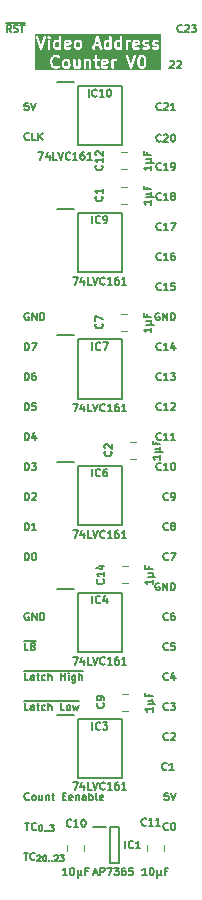
<source format=gto>
%TF.GenerationSoftware,KiCad,Pcbnew,8.0.3*%
%TF.CreationDate,2024-06-30T10:36:16+02:00*%
%TF.ProjectId,Video Address Counter,56696465-6f20-4416-9464-726573732043,rev?*%
%TF.SameCoordinates,PX4756f08PY2e063a0*%
%TF.FileFunction,Legend,Top*%
%TF.FilePolarity,Positive*%
%FSLAX46Y46*%
G04 Gerber Fmt 4.6, Leading zero omitted, Abs format (unit mm)*
G04 Created by KiCad (PCBNEW 8.0.3) date 2024-06-30 10:36:16*
%MOMM*%
%LPD*%
G01*
G04 APERTURE LIST*
%ADD10C,0.150000*%
%ADD11C,0.200000*%
%ADD12C,0.120000*%
G04 APERTURE END LIST*
D10*
X1265874Y-38385963D02*
X1265874Y-37750963D01*
X1265874Y-37750963D02*
X1417064Y-37750963D01*
X1417064Y-37750963D02*
X1507779Y-37781201D01*
X1507779Y-37781201D02*
X1568255Y-37841677D01*
X1568255Y-37841677D02*
X1598493Y-37902153D01*
X1598493Y-37902153D02*
X1628731Y-38023105D01*
X1628731Y-38023105D02*
X1628731Y-38113820D01*
X1628731Y-38113820D02*
X1598493Y-38234772D01*
X1598493Y-38234772D02*
X1568255Y-38295248D01*
X1568255Y-38295248D02*
X1507779Y-38355725D01*
X1507779Y-38355725D02*
X1417064Y-38385963D01*
X1417064Y-38385963D02*
X1265874Y-38385963D01*
X1870636Y-37811439D02*
X1900874Y-37781201D01*
X1900874Y-37781201D02*
X1961350Y-37750963D01*
X1961350Y-37750963D02*
X2112541Y-37750963D01*
X2112541Y-37750963D02*
X2173017Y-37781201D01*
X2173017Y-37781201D02*
X2203255Y-37811439D01*
X2203255Y-37811439D02*
X2233493Y-37871915D01*
X2233493Y-37871915D02*
X2233493Y-37932391D01*
X2233493Y-37932391D02*
X2203255Y-38023105D01*
X2203255Y-38023105D02*
X1840398Y-38385963D01*
X1840398Y-38385963D02*
X2233493Y-38385963D01*
X1568255Y-56165963D02*
X1265874Y-56165963D01*
X1265874Y-56165963D02*
X1265874Y-55530963D01*
X2052065Y-56165963D02*
X2052065Y-55833344D01*
X2052065Y-55833344D02*
X2021827Y-55772867D01*
X2021827Y-55772867D02*
X1961351Y-55742629D01*
X1961351Y-55742629D02*
X1840398Y-55742629D01*
X1840398Y-55742629D02*
X1779922Y-55772867D01*
X2052065Y-56135725D02*
X1991589Y-56165963D01*
X1991589Y-56165963D02*
X1840398Y-56165963D01*
X1840398Y-56165963D02*
X1779922Y-56135725D01*
X1779922Y-56135725D02*
X1749684Y-56075248D01*
X1749684Y-56075248D02*
X1749684Y-56014772D01*
X1749684Y-56014772D02*
X1779922Y-55954296D01*
X1779922Y-55954296D02*
X1840398Y-55924058D01*
X1840398Y-55924058D02*
X1991589Y-55924058D01*
X1991589Y-55924058D02*
X2052065Y-55893820D01*
X2263732Y-55742629D02*
X2505636Y-55742629D01*
X2354446Y-55530963D02*
X2354446Y-56075248D01*
X2354446Y-56075248D02*
X2384684Y-56135725D01*
X2384684Y-56135725D02*
X2445160Y-56165963D01*
X2445160Y-56165963D02*
X2505636Y-56165963D01*
X2989446Y-56135725D02*
X2928970Y-56165963D01*
X2928970Y-56165963D02*
X2808017Y-56165963D01*
X2808017Y-56165963D02*
X2747541Y-56135725D01*
X2747541Y-56135725D02*
X2717303Y-56105486D01*
X2717303Y-56105486D02*
X2687065Y-56045010D01*
X2687065Y-56045010D02*
X2687065Y-55863582D01*
X2687065Y-55863582D02*
X2717303Y-55803105D01*
X2717303Y-55803105D02*
X2747541Y-55772867D01*
X2747541Y-55772867D02*
X2808017Y-55742629D01*
X2808017Y-55742629D02*
X2928970Y-55742629D01*
X2928970Y-55742629D02*
X2989446Y-55772867D01*
X3261589Y-56165963D02*
X3261589Y-55530963D01*
X3533732Y-56165963D02*
X3533732Y-55833344D01*
X3533732Y-55833344D02*
X3503494Y-55772867D01*
X3503494Y-55772867D02*
X3443018Y-55742629D01*
X3443018Y-55742629D02*
X3352303Y-55742629D01*
X3352303Y-55742629D02*
X3291827Y-55772867D01*
X3291827Y-55772867D02*
X3261589Y-55803105D01*
X4622304Y-56165963D02*
X4319923Y-56165963D01*
X4319923Y-56165963D02*
X4319923Y-55530963D01*
X4924685Y-56165963D02*
X4864209Y-56135725D01*
X4864209Y-56135725D02*
X4833971Y-56105486D01*
X4833971Y-56105486D02*
X4803733Y-56045010D01*
X4803733Y-56045010D02*
X4803733Y-55863582D01*
X4803733Y-55863582D02*
X4833971Y-55803105D01*
X4833971Y-55803105D02*
X4864209Y-55772867D01*
X4864209Y-55772867D02*
X4924685Y-55742629D01*
X4924685Y-55742629D02*
X5015400Y-55742629D01*
X5015400Y-55742629D02*
X5075876Y-55772867D01*
X5075876Y-55772867D02*
X5106114Y-55803105D01*
X5106114Y-55803105D02*
X5136352Y-55863582D01*
X5136352Y-55863582D02*
X5136352Y-56045010D01*
X5136352Y-56045010D02*
X5106114Y-56105486D01*
X5106114Y-56105486D02*
X5075876Y-56135725D01*
X5075876Y-56135725D02*
X5015400Y-56165963D01*
X5015400Y-56165963D02*
X4924685Y-56165963D01*
X5348019Y-55742629D02*
X5468971Y-56165963D01*
X5468971Y-56165963D02*
X5589924Y-55863582D01*
X5589924Y-55863582D02*
X5710876Y-56165963D01*
X5710876Y-56165963D02*
X5831828Y-55742629D01*
X1178184Y-55354675D02*
X5859043Y-55354675D01*
X1265874Y-25685963D02*
X1265874Y-25050963D01*
X1265874Y-25050963D02*
X1417064Y-25050963D01*
X1417064Y-25050963D02*
X1507779Y-25081201D01*
X1507779Y-25081201D02*
X1568255Y-25141677D01*
X1568255Y-25141677D02*
X1598493Y-25202153D01*
X1598493Y-25202153D02*
X1628731Y-25323105D01*
X1628731Y-25323105D02*
X1628731Y-25413820D01*
X1628731Y-25413820D02*
X1598493Y-25534772D01*
X1598493Y-25534772D02*
X1568255Y-25595248D01*
X1568255Y-25595248D02*
X1507779Y-25655725D01*
X1507779Y-25655725D02*
X1417064Y-25685963D01*
X1417064Y-25685963D02*
X1265874Y-25685963D01*
X1840398Y-25050963D02*
X2263731Y-25050963D01*
X2263731Y-25050963D02*
X1991588Y-25685963D01*
X1175160Y-68230963D02*
X1538017Y-68230963D01*
X1356588Y-68865963D02*
X1356588Y-68230963D01*
X2112541Y-68805486D02*
X2082303Y-68835725D01*
X2082303Y-68835725D02*
X1991589Y-68865963D01*
X1991589Y-68865963D02*
X1931113Y-68865963D01*
X1931113Y-68865963D02*
X1840398Y-68835725D01*
X1840398Y-68835725D02*
X1779922Y-68775248D01*
X1779922Y-68775248D02*
X1749684Y-68714772D01*
X1749684Y-68714772D02*
X1719446Y-68593820D01*
X1719446Y-68593820D02*
X1719446Y-68503105D01*
X1719446Y-68503105D02*
X1749684Y-68382153D01*
X1749684Y-68382153D02*
X1779922Y-68321677D01*
X1779922Y-68321677D02*
X1840398Y-68261201D01*
X1840398Y-68261201D02*
X1931113Y-68230963D01*
X1931113Y-68230963D02*
X1991589Y-68230963D01*
X1991589Y-68230963D02*
X2082303Y-68261201D01*
X2082303Y-68261201D02*
X2112541Y-68291439D01*
X2330255Y-68476496D02*
X2354446Y-68452305D01*
X2354446Y-68452305D02*
X2402827Y-68428115D01*
X2402827Y-68428115D02*
X2523779Y-68428115D01*
X2523779Y-68428115D02*
X2572160Y-68452305D01*
X2572160Y-68452305D02*
X2596351Y-68476496D01*
X2596351Y-68476496D02*
X2620541Y-68524877D01*
X2620541Y-68524877D02*
X2620541Y-68573258D01*
X2620541Y-68573258D02*
X2596351Y-68645829D01*
X2596351Y-68645829D02*
X2306065Y-68936115D01*
X2306065Y-68936115D02*
X2620541Y-68936115D01*
X2935018Y-68428115D02*
X2983399Y-68428115D01*
X2983399Y-68428115D02*
X3031780Y-68452305D01*
X3031780Y-68452305D02*
X3055970Y-68476496D01*
X3055970Y-68476496D02*
X3080161Y-68524877D01*
X3080161Y-68524877D02*
X3104351Y-68621639D01*
X3104351Y-68621639D02*
X3104351Y-68742591D01*
X3104351Y-68742591D02*
X3080161Y-68839353D01*
X3080161Y-68839353D02*
X3055970Y-68887734D01*
X3055970Y-68887734D02*
X3031780Y-68911925D01*
X3031780Y-68911925D02*
X2983399Y-68936115D01*
X2983399Y-68936115D02*
X2935018Y-68936115D01*
X2935018Y-68936115D02*
X2886637Y-68911925D01*
X2886637Y-68911925D02*
X2862446Y-68887734D01*
X2862446Y-68887734D02*
X2838256Y-68839353D01*
X2838256Y-68839353D02*
X2814065Y-68742591D01*
X2814065Y-68742591D02*
X2814065Y-68621639D01*
X2814065Y-68621639D02*
X2838256Y-68524877D01*
X2838256Y-68524877D02*
X2862446Y-68476496D01*
X2862446Y-68476496D02*
X2886637Y-68452305D01*
X2886637Y-68452305D02*
X2935018Y-68428115D01*
X3322066Y-68887734D02*
X3346256Y-68911925D01*
X3346256Y-68911925D02*
X3322066Y-68936115D01*
X3322066Y-68936115D02*
X3297875Y-68911925D01*
X3297875Y-68911925D02*
X3322066Y-68887734D01*
X3322066Y-68887734D02*
X3322066Y-68936115D01*
X3563971Y-68887734D02*
X3588161Y-68911925D01*
X3588161Y-68911925D02*
X3563971Y-68936115D01*
X3563971Y-68936115D02*
X3539780Y-68911925D01*
X3539780Y-68911925D02*
X3563971Y-68887734D01*
X3563971Y-68887734D02*
X3563971Y-68936115D01*
X3781685Y-68476496D02*
X3805876Y-68452305D01*
X3805876Y-68452305D02*
X3854257Y-68428115D01*
X3854257Y-68428115D02*
X3975209Y-68428115D01*
X3975209Y-68428115D02*
X4023590Y-68452305D01*
X4023590Y-68452305D02*
X4047781Y-68476496D01*
X4047781Y-68476496D02*
X4071971Y-68524877D01*
X4071971Y-68524877D02*
X4071971Y-68573258D01*
X4071971Y-68573258D02*
X4047781Y-68645829D01*
X4047781Y-68645829D02*
X3757495Y-68936115D01*
X3757495Y-68936115D02*
X4071971Y-68936115D01*
X4241305Y-68428115D02*
X4555781Y-68428115D01*
X4555781Y-68428115D02*
X4386448Y-68621639D01*
X4386448Y-68621639D02*
X4459019Y-68621639D01*
X4459019Y-68621639D02*
X4507400Y-68645829D01*
X4507400Y-68645829D02*
X4531591Y-68670020D01*
X4531591Y-68670020D02*
X4555781Y-68718401D01*
X4555781Y-68718401D02*
X4555781Y-68839353D01*
X4555781Y-68839353D02*
X4531591Y-68887734D01*
X4531591Y-68887734D02*
X4507400Y-68911925D01*
X4507400Y-68911925D02*
X4459019Y-68936115D01*
X4459019Y-68936115D02*
X4313876Y-68936115D01*
X4313876Y-68936115D02*
X4265495Y-68911925D01*
X4265495Y-68911925D02*
X4241305Y-68887734D01*
X13429839Y-63150963D02*
X13127458Y-63150963D01*
X13127458Y-63150963D02*
X13097220Y-63453344D01*
X13097220Y-63453344D02*
X13127458Y-63423105D01*
X13127458Y-63423105D02*
X13187934Y-63392867D01*
X13187934Y-63392867D02*
X13339125Y-63392867D01*
X13339125Y-63392867D02*
X13399601Y-63423105D01*
X13399601Y-63423105D02*
X13429839Y-63453344D01*
X13429839Y-63453344D02*
X13460077Y-63513820D01*
X13460077Y-63513820D02*
X13460077Y-63665010D01*
X13460077Y-63665010D02*
X13429839Y-63725486D01*
X13429839Y-63725486D02*
X13399601Y-63755725D01*
X13399601Y-63755725D02*
X13339125Y-63785963D01*
X13339125Y-63785963D02*
X13187934Y-63785963D01*
X13187934Y-63785963D02*
X13127458Y-63755725D01*
X13127458Y-63755725D02*
X13097220Y-63725486D01*
X13641506Y-63150963D02*
X13853172Y-63785963D01*
X13853172Y-63785963D02*
X14064839Y-63150963D01*
X12794839Y-30705486D02*
X12764601Y-30735725D01*
X12764601Y-30735725D02*
X12673887Y-30765963D01*
X12673887Y-30765963D02*
X12613411Y-30765963D01*
X12613411Y-30765963D02*
X12522696Y-30735725D01*
X12522696Y-30735725D02*
X12462220Y-30675248D01*
X12462220Y-30675248D02*
X12431982Y-30614772D01*
X12431982Y-30614772D02*
X12401744Y-30493820D01*
X12401744Y-30493820D02*
X12401744Y-30403105D01*
X12401744Y-30403105D02*
X12431982Y-30282153D01*
X12431982Y-30282153D02*
X12462220Y-30221677D01*
X12462220Y-30221677D02*
X12522696Y-30161201D01*
X12522696Y-30161201D02*
X12613411Y-30130963D01*
X12613411Y-30130963D02*
X12673887Y-30130963D01*
X12673887Y-30130963D02*
X12764601Y-30161201D01*
X12764601Y-30161201D02*
X12794839Y-30191439D01*
X13399601Y-30765963D02*
X13036744Y-30765963D01*
X13218172Y-30765963D02*
X13218172Y-30130963D01*
X13218172Y-30130963D02*
X13157696Y-30221677D01*
X13157696Y-30221677D02*
X13097220Y-30282153D01*
X13097220Y-30282153D02*
X13036744Y-30312391D01*
X13641506Y-30191439D02*
X13671744Y-30161201D01*
X13671744Y-30161201D02*
X13732220Y-30130963D01*
X13732220Y-30130963D02*
X13883411Y-30130963D01*
X13883411Y-30130963D02*
X13943887Y-30161201D01*
X13943887Y-30161201D02*
X13974125Y-30191439D01*
X13974125Y-30191439D02*
X14004363Y-30251915D01*
X14004363Y-30251915D02*
X14004363Y-30312391D01*
X14004363Y-30312391D02*
X13974125Y-30403105D01*
X13974125Y-30403105D02*
X13611268Y-30765963D01*
X13611268Y-30765963D02*
X14004363Y-30765963D01*
X1598493Y-47941201D02*
X1538017Y-47910963D01*
X1538017Y-47910963D02*
X1447303Y-47910963D01*
X1447303Y-47910963D02*
X1356588Y-47941201D01*
X1356588Y-47941201D02*
X1296112Y-48001677D01*
X1296112Y-48001677D02*
X1265874Y-48062153D01*
X1265874Y-48062153D02*
X1235636Y-48183105D01*
X1235636Y-48183105D02*
X1235636Y-48273820D01*
X1235636Y-48273820D02*
X1265874Y-48394772D01*
X1265874Y-48394772D02*
X1296112Y-48455248D01*
X1296112Y-48455248D02*
X1356588Y-48515725D01*
X1356588Y-48515725D02*
X1447303Y-48545963D01*
X1447303Y-48545963D02*
X1507779Y-48545963D01*
X1507779Y-48545963D02*
X1598493Y-48515725D01*
X1598493Y-48515725D02*
X1628731Y-48485486D01*
X1628731Y-48485486D02*
X1628731Y-48273820D01*
X1628731Y-48273820D02*
X1507779Y-48273820D01*
X1900874Y-48545963D02*
X1900874Y-47910963D01*
X1900874Y-47910963D02*
X2263731Y-48545963D01*
X2263731Y-48545963D02*
X2263731Y-47910963D01*
X2566112Y-48545963D02*
X2566112Y-47910963D01*
X2566112Y-47910963D02*
X2717302Y-47910963D01*
X2717302Y-47910963D02*
X2808017Y-47941201D01*
X2808017Y-47941201D02*
X2868493Y-48001677D01*
X2868493Y-48001677D02*
X2898731Y-48062153D01*
X2898731Y-48062153D02*
X2928969Y-48183105D01*
X2928969Y-48183105D02*
X2928969Y-48273820D01*
X2928969Y-48273820D02*
X2898731Y-48394772D01*
X2898731Y-48394772D02*
X2868493Y-48455248D01*
X2868493Y-48455248D02*
X2808017Y-48515725D01*
X2808017Y-48515725D02*
X2717302Y-48545963D01*
X2717302Y-48545963D02*
X2566112Y-48545963D01*
X1628731Y-63725486D02*
X1598493Y-63755725D01*
X1598493Y-63755725D02*
X1507779Y-63785963D01*
X1507779Y-63785963D02*
X1447303Y-63785963D01*
X1447303Y-63785963D02*
X1356588Y-63755725D01*
X1356588Y-63755725D02*
X1296112Y-63695248D01*
X1296112Y-63695248D02*
X1265874Y-63634772D01*
X1265874Y-63634772D02*
X1235636Y-63513820D01*
X1235636Y-63513820D02*
X1235636Y-63423105D01*
X1235636Y-63423105D02*
X1265874Y-63302153D01*
X1265874Y-63302153D02*
X1296112Y-63241677D01*
X1296112Y-63241677D02*
X1356588Y-63181201D01*
X1356588Y-63181201D02*
X1447303Y-63150963D01*
X1447303Y-63150963D02*
X1507779Y-63150963D01*
X1507779Y-63150963D02*
X1598493Y-63181201D01*
X1598493Y-63181201D02*
X1628731Y-63211439D01*
X1991588Y-63785963D02*
X1931112Y-63755725D01*
X1931112Y-63755725D02*
X1900874Y-63725486D01*
X1900874Y-63725486D02*
X1870636Y-63665010D01*
X1870636Y-63665010D02*
X1870636Y-63483582D01*
X1870636Y-63483582D02*
X1900874Y-63423105D01*
X1900874Y-63423105D02*
X1931112Y-63392867D01*
X1931112Y-63392867D02*
X1991588Y-63362629D01*
X1991588Y-63362629D02*
X2082303Y-63362629D01*
X2082303Y-63362629D02*
X2142779Y-63392867D01*
X2142779Y-63392867D02*
X2173017Y-63423105D01*
X2173017Y-63423105D02*
X2203255Y-63483582D01*
X2203255Y-63483582D02*
X2203255Y-63665010D01*
X2203255Y-63665010D02*
X2173017Y-63725486D01*
X2173017Y-63725486D02*
X2142779Y-63755725D01*
X2142779Y-63755725D02*
X2082303Y-63785963D01*
X2082303Y-63785963D02*
X1991588Y-63785963D01*
X2747541Y-63362629D02*
X2747541Y-63785963D01*
X2475398Y-63362629D02*
X2475398Y-63695248D01*
X2475398Y-63695248D02*
X2505636Y-63755725D01*
X2505636Y-63755725D02*
X2566112Y-63785963D01*
X2566112Y-63785963D02*
X2656827Y-63785963D01*
X2656827Y-63785963D02*
X2717303Y-63755725D01*
X2717303Y-63755725D02*
X2747541Y-63725486D01*
X3049922Y-63362629D02*
X3049922Y-63785963D01*
X3049922Y-63423105D02*
X3080160Y-63392867D01*
X3080160Y-63392867D02*
X3140636Y-63362629D01*
X3140636Y-63362629D02*
X3231351Y-63362629D01*
X3231351Y-63362629D02*
X3291827Y-63392867D01*
X3291827Y-63392867D02*
X3322065Y-63453344D01*
X3322065Y-63453344D02*
X3322065Y-63785963D01*
X3533732Y-63362629D02*
X3775636Y-63362629D01*
X3624446Y-63150963D02*
X3624446Y-63695248D01*
X3624446Y-63695248D02*
X3654684Y-63755725D01*
X3654684Y-63755725D02*
X3715160Y-63785963D01*
X3715160Y-63785963D02*
X3775636Y-63785963D01*
X4471113Y-63453344D02*
X4682780Y-63453344D01*
X4773494Y-63785963D02*
X4471113Y-63785963D01*
X4471113Y-63785963D02*
X4471113Y-63150963D01*
X4471113Y-63150963D02*
X4773494Y-63150963D01*
X5287542Y-63755725D02*
X5227066Y-63785963D01*
X5227066Y-63785963D02*
X5106113Y-63785963D01*
X5106113Y-63785963D02*
X5045637Y-63755725D01*
X5045637Y-63755725D02*
X5015399Y-63695248D01*
X5015399Y-63695248D02*
X5015399Y-63453344D01*
X5015399Y-63453344D02*
X5045637Y-63392867D01*
X5045637Y-63392867D02*
X5106113Y-63362629D01*
X5106113Y-63362629D02*
X5227066Y-63362629D01*
X5227066Y-63362629D02*
X5287542Y-63392867D01*
X5287542Y-63392867D02*
X5317780Y-63453344D01*
X5317780Y-63453344D02*
X5317780Y-63513820D01*
X5317780Y-63513820D02*
X5015399Y-63574296D01*
X5589923Y-63362629D02*
X5589923Y-63785963D01*
X5589923Y-63423105D02*
X5620161Y-63392867D01*
X5620161Y-63392867D02*
X5680637Y-63362629D01*
X5680637Y-63362629D02*
X5771352Y-63362629D01*
X5771352Y-63362629D02*
X5831828Y-63392867D01*
X5831828Y-63392867D02*
X5862066Y-63453344D01*
X5862066Y-63453344D02*
X5862066Y-63785963D01*
X6436590Y-63785963D02*
X6436590Y-63453344D01*
X6436590Y-63453344D02*
X6406352Y-63392867D01*
X6406352Y-63392867D02*
X6345876Y-63362629D01*
X6345876Y-63362629D02*
X6224923Y-63362629D01*
X6224923Y-63362629D02*
X6164447Y-63392867D01*
X6436590Y-63755725D02*
X6376114Y-63785963D01*
X6376114Y-63785963D02*
X6224923Y-63785963D01*
X6224923Y-63785963D02*
X6164447Y-63755725D01*
X6164447Y-63755725D02*
X6134209Y-63695248D01*
X6134209Y-63695248D02*
X6134209Y-63634772D01*
X6134209Y-63634772D02*
X6164447Y-63574296D01*
X6164447Y-63574296D02*
X6224923Y-63544058D01*
X6224923Y-63544058D02*
X6376114Y-63544058D01*
X6376114Y-63544058D02*
X6436590Y-63513820D01*
X6738971Y-63785963D02*
X6738971Y-63150963D01*
X6738971Y-63392867D02*
X6799447Y-63362629D01*
X6799447Y-63362629D02*
X6920400Y-63362629D01*
X6920400Y-63362629D02*
X6980876Y-63392867D01*
X6980876Y-63392867D02*
X7011114Y-63423105D01*
X7011114Y-63423105D02*
X7041352Y-63483582D01*
X7041352Y-63483582D02*
X7041352Y-63665010D01*
X7041352Y-63665010D02*
X7011114Y-63725486D01*
X7011114Y-63725486D02*
X6980876Y-63755725D01*
X6980876Y-63755725D02*
X6920400Y-63785963D01*
X6920400Y-63785963D02*
X6799447Y-63785963D01*
X6799447Y-63785963D02*
X6738971Y-63755725D01*
X7404209Y-63785963D02*
X7343733Y-63755725D01*
X7343733Y-63755725D02*
X7313495Y-63695248D01*
X7313495Y-63695248D02*
X7313495Y-63150963D01*
X7888019Y-63755725D02*
X7827543Y-63785963D01*
X7827543Y-63785963D02*
X7706590Y-63785963D01*
X7706590Y-63785963D02*
X7646114Y-63755725D01*
X7646114Y-63755725D02*
X7615876Y-63695248D01*
X7615876Y-63695248D02*
X7615876Y-63453344D01*
X7615876Y-63453344D02*
X7646114Y-63392867D01*
X7646114Y-63392867D02*
X7706590Y-63362629D01*
X7706590Y-63362629D02*
X7827543Y-63362629D01*
X7827543Y-63362629D02*
X7888019Y-63392867D01*
X7888019Y-63392867D02*
X7918257Y-63453344D01*
X7918257Y-63453344D02*
X7918257Y-63513820D01*
X7918257Y-63513820D02*
X7615876Y-63574296D01*
X12794839Y-10385486D02*
X12764601Y-10415725D01*
X12764601Y-10415725D02*
X12673887Y-10445963D01*
X12673887Y-10445963D02*
X12613411Y-10445963D01*
X12613411Y-10445963D02*
X12522696Y-10415725D01*
X12522696Y-10415725D02*
X12462220Y-10355248D01*
X12462220Y-10355248D02*
X12431982Y-10294772D01*
X12431982Y-10294772D02*
X12401744Y-10173820D01*
X12401744Y-10173820D02*
X12401744Y-10083105D01*
X12401744Y-10083105D02*
X12431982Y-9962153D01*
X12431982Y-9962153D02*
X12462220Y-9901677D01*
X12462220Y-9901677D02*
X12522696Y-9841201D01*
X12522696Y-9841201D02*
X12613411Y-9810963D01*
X12613411Y-9810963D02*
X12673887Y-9810963D01*
X12673887Y-9810963D02*
X12764601Y-9841201D01*
X12764601Y-9841201D02*
X12794839Y-9871439D01*
X13399601Y-10445963D02*
X13036744Y-10445963D01*
X13218172Y-10445963D02*
X13218172Y-9810963D01*
X13218172Y-9810963D02*
X13157696Y-9901677D01*
X13157696Y-9901677D02*
X13097220Y-9962153D01*
X13097220Y-9962153D02*
X13036744Y-9992391D01*
X13701982Y-10445963D02*
X13822934Y-10445963D01*
X13822934Y-10445963D02*
X13883411Y-10415725D01*
X13883411Y-10415725D02*
X13913649Y-10385486D01*
X13913649Y-10385486D02*
X13974125Y-10294772D01*
X13974125Y-10294772D02*
X14004363Y-10173820D01*
X14004363Y-10173820D02*
X14004363Y-9931915D01*
X14004363Y-9931915D02*
X13974125Y-9871439D01*
X13974125Y-9871439D02*
X13943887Y-9841201D01*
X13943887Y-9841201D02*
X13883411Y-9810963D01*
X13883411Y-9810963D02*
X13762458Y-9810963D01*
X13762458Y-9810963D02*
X13701982Y-9841201D01*
X13701982Y-9841201D02*
X13671744Y-9871439D01*
X13671744Y-9871439D02*
X13641506Y-9931915D01*
X13641506Y-9931915D02*
X13641506Y-10083105D01*
X13641506Y-10083105D02*
X13671744Y-10143582D01*
X13671744Y-10143582D02*
X13701982Y-10173820D01*
X13701982Y-10173820D02*
X13762458Y-10204058D01*
X13762458Y-10204058D02*
X13883411Y-10204058D01*
X13883411Y-10204058D02*
X13943887Y-10173820D01*
X13943887Y-10173820D02*
X13974125Y-10143582D01*
X13974125Y-10143582D02*
X14004363Y-10083105D01*
X12794839Y-28165486D02*
X12764601Y-28195725D01*
X12764601Y-28195725D02*
X12673887Y-28225963D01*
X12673887Y-28225963D02*
X12613411Y-28225963D01*
X12613411Y-28225963D02*
X12522696Y-28195725D01*
X12522696Y-28195725D02*
X12462220Y-28135248D01*
X12462220Y-28135248D02*
X12431982Y-28074772D01*
X12431982Y-28074772D02*
X12401744Y-27953820D01*
X12401744Y-27953820D02*
X12401744Y-27863105D01*
X12401744Y-27863105D02*
X12431982Y-27742153D01*
X12431982Y-27742153D02*
X12462220Y-27681677D01*
X12462220Y-27681677D02*
X12522696Y-27621201D01*
X12522696Y-27621201D02*
X12613411Y-27590963D01*
X12613411Y-27590963D02*
X12673887Y-27590963D01*
X12673887Y-27590963D02*
X12764601Y-27621201D01*
X12764601Y-27621201D02*
X12794839Y-27651439D01*
X13399601Y-28225963D02*
X13036744Y-28225963D01*
X13218172Y-28225963D02*
X13218172Y-27590963D01*
X13218172Y-27590963D02*
X13157696Y-27681677D01*
X13157696Y-27681677D02*
X13097220Y-27742153D01*
X13097220Y-27742153D02*
X13036744Y-27772391D01*
X13611268Y-27590963D02*
X14004363Y-27590963D01*
X14004363Y-27590963D02*
X13792696Y-27832867D01*
X13792696Y-27832867D02*
X13883411Y-27832867D01*
X13883411Y-27832867D02*
X13943887Y-27863105D01*
X13943887Y-27863105D02*
X13974125Y-27893344D01*
X13974125Y-27893344D02*
X14004363Y-27953820D01*
X14004363Y-27953820D02*
X14004363Y-28105010D01*
X14004363Y-28105010D02*
X13974125Y-28165486D01*
X13974125Y-28165486D02*
X13943887Y-28195725D01*
X13943887Y-28195725D02*
X13883411Y-28225963D01*
X13883411Y-28225963D02*
X13701982Y-28225963D01*
X13701982Y-28225963D02*
X13641506Y-28195725D01*
X13641506Y-28195725D02*
X13611268Y-28165486D01*
X12794839Y-7972486D02*
X12764601Y-8002725D01*
X12764601Y-8002725D02*
X12673887Y-8032963D01*
X12673887Y-8032963D02*
X12613411Y-8032963D01*
X12613411Y-8032963D02*
X12522696Y-8002725D01*
X12522696Y-8002725D02*
X12462220Y-7942248D01*
X12462220Y-7942248D02*
X12431982Y-7881772D01*
X12431982Y-7881772D02*
X12401744Y-7760820D01*
X12401744Y-7760820D02*
X12401744Y-7670105D01*
X12401744Y-7670105D02*
X12431982Y-7549153D01*
X12431982Y-7549153D02*
X12462220Y-7488677D01*
X12462220Y-7488677D02*
X12522696Y-7428201D01*
X12522696Y-7428201D02*
X12613411Y-7397963D01*
X12613411Y-7397963D02*
X12673887Y-7397963D01*
X12673887Y-7397963D02*
X12764601Y-7428201D01*
X12764601Y-7428201D02*
X12794839Y-7458439D01*
X13036744Y-7458439D02*
X13066982Y-7428201D01*
X13066982Y-7428201D02*
X13127458Y-7397963D01*
X13127458Y-7397963D02*
X13278649Y-7397963D01*
X13278649Y-7397963D02*
X13339125Y-7428201D01*
X13339125Y-7428201D02*
X13369363Y-7458439D01*
X13369363Y-7458439D02*
X13399601Y-7518915D01*
X13399601Y-7518915D02*
X13399601Y-7579391D01*
X13399601Y-7579391D02*
X13369363Y-7670105D01*
X13369363Y-7670105D02*
X13006506Y-8032963D01*
X13006506Y-8032963D02*
X13399601Y-8032963D01*
X13792696Y-7397963D02*
X13853173Y-7397963D01*
X13853173Y-7397963D02*
X13913649Y-7428201D01*
X13913649Y-7428201D02*
X13943887Y-7458439D01*
X13943887Y-7458439D02*
X13974125Y-7518915D01*
X13974125Y-7518915D02*
X14004363Y-7639867D01*
X14004363Y-7639867D02*
X14004363Y-7791058D01*
X14004363Y-7791058D02*
X13974125Y-7912010D01*
X13974125Y-7912010D02*
X13943887Y-7972486D01*
X13943887Y-7972486D02*
X13913649Y-8002725D01*
X13913649Y-8002725D02*
X13853173Y-8032963D01*
X13853173Y-8032963D02*
X13792696Y-8032963D01*
X13792696Y-8032963D02*
X13732220Y-8002725D01*
X13732220Y-8002725D02*
X13701982Y-7972486D01*
X13701982Y-7972486D02*
X13671744Y-7912010D01*
X13671744Y-7912010D02*
X13641506Y-7791058D01*
X13641506Y-7791058D02*
X13641506Y-7639867D01*
X13641506Y-7639867D02*
X13671744Y-7518915D01*
X13671744Y-7518915D02*
X13701982Y-7458439D01*
X13701982Y-7458439D02*
X13732220Y-7428201D01*
X13732220Y-7428201D02*
X13792696Y-7397963D01*
X13399601Y-66265486D02*
X13369363Y-66295725D01*
X13369363Y-66295725D02*
X13278649Y-66325963D01*
X13278649Y-66325963D02*
X13218173Y-66325963D01*
X13218173Y-66325963D02*
X13127458Y-66295725D01*
X13127458Y-66295725D02*
X13066982Y-66235248D01*
X13066982Y-66235248D02*
X13036744Y-66174772D01*
X13036744Y-66174772D02*
X13006506Y-66053820D01*
X13006506Y-66053820D02*
X13006506Y-65963105D01*
X13006506Y-65963105D02*
X13036744Y-65842153D01*
X13036744Y-65842153D02*
X13066982Y-65781677D01*
X13066982Y-65781677D02*
X13127458Y-65721201D01*
X13127458Y-65721201D02*
X13218173Y-65690963D01*
X13218173Y-65690963D02*
X13278649Y-65690963D01*
X13278649Y-65690963D02*
X13369363Y-65721201D01*
X13369363Y-65721201D02*
X13399601Y-65751439D01*
X13792696Y-65690963D02*
X13853173Y-65690963D01*
X13853173Y-65690963D02*
X13913649Y-65721201D01*
X13913649Y-65721201D02*
X13943887Y-65751439D01*
X13943887Y-65751439D02*
X13974125Y-65811915D01*
X13974125Y-65811915D02*
X14004363Y-65932867D01*
X14004363Y-65932867D02*
X14004363Y-66084058D01*
X14004363Y-66084058D02*
X13974125Y-66205010D01*
X13974125Y-66205010D02*
X13943887Y-66265486D01*
X13943887Y-66265486D02*
X13913649Y-66295725D01*
X13913649Y-66295725D02*
X13853173Y-66325963D01*
X13853173Y-66325963D02*
X13792696Y-66325963D01*
X13792696Y-66325963D02*
X13732220Y-66295725D01*
X13732220Y-66295725D02*
X13701982Y-66265486D01*
X13701982Y-66265486D02*
X13671744Y-66205010D01*
X13671744Y-66205010D02*
X13641506Y-66084058D01*
X13641506Y-66084058D02*
X13641506Y-65932867D01*
X13641506Y-65932867D02*
X13671744Y-65811915D01*
X13671744Y-65811915D02*
X13701982Y-65751439D01*
X13701982Y-65751439D02*
X13732220Y-65721201D01*
X13732220Y-65721201D02*
X13792696Y-65690963D01*
X13399601Y-51025486D02*
X13369363Y-51055725D01*
X13369363Y-51055725D02*
X13278649Y-51085963D01*
X13278649Y-51085963D02*
X13218173Y-51085963D01*
X13218173Y-51085963D02*
X13127458Y-51055725D01*
X13127458Y-51055725D02*
X13066982Y-50995248D01*
X13066982Y-50995248D02*
X13036744Y-50934772D01*
X13036744Y-50934772D02*
X13006506Y-50813820D01*
X13006506Y-50813820D02*
X13006506Y-50723105D01*
X13006506Y-50723105D02*
X13036744Y-50602153D01*
X13036744Y-50602153D02*
X13066982Y-50541677D01*
X13066982Y-50541677D02*
X13127458Y-50481201D01*
X13127458Y-50481201D02*
X13218173Y-50450963D01*
X13218173Y-50450963D02*
X13278649Y-50450963D01*
X13278649Y-50450963D02*
X13369363Y-50481201D01*
X13369363Y-50481201D02*
X13399601Y-50511439D01*
X13974125Y-50450963D02*
X13671744Y-50450963D01*
X13671744Y-50450963D02*
X13641506Y-50753344D01*
X13641506Y-50753344D02*
X13671744Y-50723105D01*
X13671744Y-50723105D02*
X13732220Y-50692867D01*
X13732220Y-50692867D02*
X13883411Y-50692867D01*
X13883411Y-50692867D02*
X13943887Y-50723105D01*
X13943887Y-50723105D02*
X13974125Y-50753344D01*
X13974125Y-50753344D02*
X14004363Y-50813820D01*
X14004363Y-50813820D02*
X14004363Y-50965010D01*
X14004363Y-50965010D02*
X13974125Y-51025486D01*
X13974125Y-51025486D02*
X13943887Y-51055725D01*
X13943887Y-51055725D02*
X13883411Y-51085963D01*
X13883411Y-51085963D02*
X13732220Y-51085963D01*
X13732220Y-51085963D02*
X13671744Y-51055725D01*
X13671744Y-51055725D02*
X13641506Y-51025486D01*
X1265874Y-43465963D02*
X1265874Y-42830963D01*
X1265874Y-42830963D02*
X1417064Y-42830963D01*
X1417064Y-42830963D02*
X1507779Y-42861201D01*
X1507779Y-42861201D02*
X1568255Y-42921677D01*
X1568255Y-42921677D02*
X1598493Y-42982153D01*
X1598493Y-42982153D02*
X1628731Y-43103105D01*
X1628731Y-43103105D02*
X1628731Y-43193820D01*
X1628731Y-43193820D02*
X1598493Y-43314772D01*
X1598493Y-43314772D02*
X1568255Y-43375248D01*
X1568255Y-43375248D02*
X1507779Y-43435725D01*
X1507779Y-43435725D02*
X1417064Y-43465963D01*
X1417064Y-43465963D02*
X1265874Y-43465963D01*
X2021826Y-42830963D02*
X2082303Y-42830963D01*
X2082303Y-42830963D02*
X2142779Y-42861201D01*
X2142779Y-42861201D02*
X2173017Y-42891439D01*
X2173017Y-42891439D02*
X2203255Y-42951915D01*
X2203255Y-42951915D02*
X2233493Y-43072867D01*
X2233493Y-43072867D02*
X2233493Y-43224058D01*
X2233493Y-43224058D02*
X2203255Y-43345010D01*
X2203255Y-43345010D02*
X2173017Y-43405486D01*
X2173017Y-43405486D02*
X2142779Y-43435725D01*
X2142779Y-43435725D02*
X2082303Y-43465963D01*
X2082303Y-43465963D02*
X2021826Y-43465963D01*
X2021826Y-43465963D02*
X1961350Y-43435725D01*
X1961350Y-43435725D02*
X1931112Y-43405486D01*
X1931112Y-43405486D02*
X1900874Y-43345010D01*
X1900874Y-43345010D02*
X1870636Y-43224058D01*
X1870636Y-43224058D02*
X1870636Y-43072867D01*
X1870636Y-43072867D02*
X1900874Y-42951915D01*
X1900874Y-42951915D02*
X1931112Y-42891439D01*
X1931112Y-42891439D02*
X1961350Y-42861201D01*
X1961350Y-42861201D02*
X2021826Y-42830963D01*
X13399601Y-43405486D02*
X13369363Y-43435725D01*
X13369363Y-43435725D02*
X13278649Y-43465963D01*
X13278649Y-43465963D02*
X13218173Y-43465963D01*
X13218173Y-43465963D02*
X13127458Y-43435725D01*
X13127458Y-43435725D02*
X13066982Y-43375248D01*
X13066982Y-43375248D02*
X13036744Y-43314772D01*
X13036744Y-43314772D02*
X13006506Y-43193820D01*
X13006506Y-43193820D02*
X13006506Y-43103105D01*
X13006506Y-43103105D02*
X13036744Y-42982153D01*
X13036744Y-42982153D02*
X13066982Y-42921677D01*
X13066982Y-42921677D02*
X13127458Y-42861201D01*
X13127458Y-42861201D02*
X13218173Y-42830963D01*
X13218173Y-42830963D02*
X13278649Y-42830963D01*
X13278649Y-42830963D02*
X13369363Y-42861201D01*
X13369363Y-42861201D02*
X13399601Y-42891439D01*
X13611268Y-42830963D02*
X14034601Y-42830963D01*
X14034601Y-42830963D02*
X13762458Y-43465963D01*
X13399601Y-40865486D02*
X13369363Y-40895725D01*
X13369363Y-40895725D02*
X13278649Y-40925963D01*
X13278649Y-40925963D02*
X13218173Y-40925963D01*
X13218173Y-40925963D02*
X13127458Y-40895725D01*
X13127458Y-40895725D02*
X13066982Y-40835248D01*
X13066982Y-40835248D02*
X13036744Y-40774772D01*
X13036744Y-40774772D02*
X13006506Y-40653820D01*
X13006506Y-40653820D02*
X13006506Y-40563105D01*
X13006506Y-40563105D02*
X13036744Y-40442153D01*
X13036744Y-40442153D02*
X13066982Y-40381677D01*
X13066982Y-40381677D02*
X13127458Y-40321201D01*
X13127458Y-40321201D02*
X13218173Y-40290963D01*
X13218173Y-40290963D02*
X13278649Y-40290963D01*
X13278649Y-40290963D02*
X13369363Y-40321201D01*
X13369363Y-40321201D02*
X13399601Y-40351439D01*
X13762458Y-40563105D02*
X13701982Y-40532867D01*
X13701982Y-40532867D02*
X13671744Y-40502629D01*
X13671744Y-40502629D02*
X13641506Y-40442153D01*
X13641506Y-40442153D02*
X13641506Y-40411915D01*
X13641506Y-40411915D02*
X13671744Y-40351439D01*
X13671744Y-40351439D02*
X13701982Y-40321201D01*
X13701982Y-40321201D02*
X13762458Y-40290963D01*
X13762458Y-40290963D02*
X13883411Y-40290963D01*
X13883411Y-40290963D02*
X13943887Y-40321201D01*
X13943887Y-40321201D02*
X13974125Y-40351439D01*
X13974125Y-40351439D02*
X14004363Y-40411915D01*
X14004363Y-40411915D02*
X14004363Y-40442153D01*
X14004363Y-40442153D02*
X13974125Y-40502629D01*
X13974125Y-40502629D02*
X13943887Y-40532867D01*
X13943887Y-40532867D02*
X13883411Y-40563105D01*
X13883411Y-40563105D02*
X13762458Y-40563105D01*
X13762458Y-40563105D02*
X13701982Y-40593344D01*
X13701982Y-40593344D02*
X13671744Y-40623582D01*
X13671744Y-40623582D02*
X13641506Y-40684058D01*
X13641506Y-40684058D02*
X13641506Y-40805010D01*
X13641506Y-40805010D02*
X13671744Y-40865486D01*
X13671744Y-40865486D02*
X13701982Y-40895725D01*
X13701982Y-40895725D02*
X13762458Y-40925963D01*
X13762458Y-40925963D02*
X13883411Y-40925963D01*
X13883411Y-40925963D02*
X13943887Y-40895725D01*
X13943887Y-40895725D02*
X13974125Y-40865486D01*
X13974125Y-40865486D02*
X14004363Y-40805010D01*
X14004363Y-40805010D02*
X14004363Y-40684058D01*
X14004363Y-40684058D02*
X13974125Y-40623582D01*
X13974125Y-40623582D02*
X13943887Y-40593344D01*
X13943887Y-40593344D02*
X13883411Y-40563105D01*
X12794839Y-25625486D02*
X12764601Y-25655725D01*
X12764601Y-25655725D02*
X12673887Y-25685963D01*
X12673887Y-25685963D02*
X12613411Y-25685963D01*
X12613411Y-25685963D02*
X12522696Y-25655725D01*
X12522696Y-25655725D02*
X12462220Y-25595248D01*
X12462220Y-25595248D02*
X12431982Y-25534772D01*
X12431982Y-25534772D02*
X12401744Y-25413820D01*
X12401744Y-25413820D02*
X12401744Y-25323105D01*
X12401744Y-25323105D02*
X12431982Y-25202153D01*
X12431982Y-25202153D02*
X12462220Y-25141677D01*
X12462220Y-25141677D02*
X12522696Y-25081201D01*
X12522696Y-25081201D02*
X12613411Y-25050963D01*
X12613411Y-25050963D02*
X12673887Y-25050963D01*
X12673887Y-25050963D02*
X12764601Y-25081201D01*
X12764601Y-25081201D02*
X12794839Y-25111439D01*
X13399601Y-25685963D02*
X13036744Y-25685963D01*
X13218172Y-25685963D02*
X13218172Y-25050963D01*
X13218172Y-25050963D02*
X13157696Y-25141677D01*
X13157696Y-25141677D02*
X13097220Y-25202153D01*
X13097220Y-25202153D02*
X13036744Y-25232391D01*
X13943887Y-25262629D02*
X13943887Y-25685963D01*
X13792696Y-25020725D02*
X13641506Y-25474296D01*
X13641506Y-25474296D02*
X14034601Y-25474296D01*
X14572839Y1298514D02*
X14542601Y1268275D01*
X14542601Y1268275D02*
X14451887Y1238037D01*
X14451887Y1238037D02*
X14391411Y1238037D01*
X14391411Y1238037D02*
X14300696Y1268275D01*
X14300696Y1268275D02*
X14240220Y1328752D01*
X14240220Y1328752D02*
X14209982Y1389228D01*
X14209982Y1389228D02*
X14179744Y1510180D01*
X14179744Y1510180D02*
X14179744Y1600895D01*
X14179744Y1600895D02*
X14209982Y1721847D01*
X14209982Y1721847D02*
X14240220Y1782323D01*
X14240220Y1782323D02*
X14300696Y1842799D01*
X14300696Y1842799D02*
X14391411Y1873037D01*
X14391411Y1873037D02*
X14451887Y1873037D01*
X14451887Y1873037D02*
X14542601Y1842799D01*
X14542601Y1842799D02*
X14572839Y1812561D01*
X14814744Y1812561D02*
X14844982Y1842799D01*
X14844982Y1842799D02*
X14905458Y1873037D01*
X14905458Y1873037D02*
X15056649Y1873037D01*
X15056649Y1873037D02*
X15117125Y1842799D01*
X15117125Y1842799D02*
X15147363Y1812561D01*
X15147363Y1812561D02*
X15177601Y1752085D01*
X15177601Y1752085D02*
X15177601Y1691609D01*
X15177601Y1691609D02*
X15147363Y1600895D01*
X15147363Y1600895D02*
X14784506Y1238037D01*
X14784506Y1238037D02*
X15177601Y1238037D01*
X15389268Y1873037D02*
X15782363Y1873037D01*
X15782363Y1873037D02*
X15570696Y1631133D01*
X15570696Y1631133D02*
X15661411Y1631133D01*
X15661411Y1631133D02*
X15721887Y1600895D01*
X15721887Y1600895D02*
X15752125Y1570656D01*
X15752125Y1570656D02*
X15782363Y1510180D01*
X15782363Y1510180D02*
X15782363Y1358990D01*
X15782363Y1358990D02*
X15752125Y1298514D01*
X15752125Y1298514D02*
X15721887Y1268275D01*
X15721887Y1268275D02*
X15661411Y1238037D01*
X15661411Y1238037D02*
X15479982Y1238037D01*
X15479982Y1238037D02*
X15419506Y1268275D01*
X15419506Y1268275D02*
X15389268Y1298514D01*
X12794839Y-5305486D02*
X12764601Y-5335725D01*
X12764601Y-5335725D02*
X12673887Y-5365963D01*
X12673887Y-5365963D02*
X12613411Y-5365963D01*
X12613411Y-5365963D02*
X12522696Y-5335725D01*
X12522696Y-5335725D02*
X12462220Y-5275248D01*
X12462220Y-5275248D02*
X12431982Y-5214772D01*
X12431982Y-5214772D02*
X12401744Y-5093820D01*
X12401744Y-5093820D02*
X12401744Y-5003105D01*
X12401744Y-5003105D02*
X12431982Y-4882153D01*
X12431982Y-4882153D02*
X12462220Y-4821677D01*
X12462220Y-4821677D02*
X12522696Y-4761201D01*
X12522696Y-4761201D02*
X12613411Y-4730963D01*
X12613411Y-4730963D02*
X12673887Y-4730963D01*
X12673887Y-4730963D02*
X12764601Y-4761201D01*
X12764601Y-4761201D02*
X12794839Y-4791439D01*
X13036744Y-4791439D02*
X13066982Y-4761201D01*
X13066982Y-4761201D02*
X13127458Y-4730963D01*
X13127458Y-4730963D02*
X13278649Y-4730963D01*
X13278649Y-4730963D02*
X13339125Y-4761201D01*
X13339125Y-4761201D02*
X13369363Y-4791439D01*
X13369363Y-4791439D02*
X13399601Y-4851915D01*
X13399601Y-4851915D02*
X13399601Y-4912391D01*
X13399601Y-4912391D02*
X13369363Y-5003105D01*
X13369363Y-5003105D02*
X13006506Y-5365963D01*
X13006506Y-5365963D02*
X13399601Y-5365963D01*
X14004363Y-5365963D02*
X13641506Y-5365963D01*
X13822934Y-5365963D02*
X13822934Y-4730963D01*
X13822934Y-4730963D02*
X13762458Y-4821677D01*
X13762458Y-4821677D02*
X13701982Y-4882153D01*
X13701982Y-4882153D02*
X13641506Y-4912391D01*
X13544744Y-1235439D02*
X13574982Y-1205201D01*
X13574982Y-1205201D02*
X13635458Y-1174963D01*
X13635458Y-1174963D02*
X13786649Y-1174963D01*
X13786649Y-1174963D02*
X13847125Y-1205201D01*
X13847125Y-1205201D02*
X13877363Y-1235439D01*
X13877363Y-1235439D02*
X13907601Y-1295915D01*
X13907601Y-1295915D02*
X13907601Y-1356391D01*
X13907601Y-1356391D02*
X13877363Y-1447105D01*
X13877363Y-1447105D02*
X13514506Y-1809963D01*
X13514506Y-1809963D02*
X13907601Y-1809963D01*
X14149506Y-1235439D02*
X14179744Y-1205201D01*
X14179744Y-1205201D02*
X14240220Y-1174963D01*
X14240220Y-1174963D02*
X14391411Y-1174963D01*
X14391411Y-1174963D02*
X14451887Y-1205201D01*
X14451887Y-1205201D02*
X14482125Y-1235439D01*
X14482125Y-1235439D02*
X14512363Y-1295915D01*
X14512363Y-1295915D02*
X14512363Y-1356391D01*
X14512363Y-1356391D02*
X14482125Y-1447105D01*
X14482125Y-1447105D02*
X14119268Y-1809963D01*
X14119268Y-1809963D02*
X14512363Y-1809963D01*
X1302160Y-65690963D02*
X1665017Y-65690963D01*
X1483588Y-66325963D02*
X1483588Y-65690963D01*
X2239541Y-66265486D02*
X2209303Y-66295725D01*
X2209303Y-66295725D02*
X2118589Y-66325963D01*
X2118589Y-66325963D02*
X2058113Y-66325963D01*
X2058113Y-66325963D02*
X1967398Y-66295725D01*
X1967398Y-66295725D02*
X1906922Y-66235248D01*
X1906922Y-66235248D02*
X1876684Y-66174772D01*
X1876684Y-66174772D02*
X1846446Y-66053820D01*
X1846446Y-66053820D02*
X1846446Y-65963105D01*
X1846446Y-65963105D02*
X1876684Y-65842153D01*
X1876684Y-65842153D02*
X1906922Y-65781677D01*
X1906922Y-65781677D02*
X1967398Y-65721201D01*
X1967398Y-65721201D02*
X2058113Y-65690963D01*
X2058113Y-65690963D02*
X2118589Y-65690963D01*
X2118589Y-65690963D02*
X2209303Y-65721201D01*
X2209303Y-65721201D02*
X2239541Y-65751439D01*
X2578208Y-65888115D02*
X2626589Y-65888115D01*
X2626589Y-65888115D02*
X2674970Y-65912305D01*
X2674970Y-65912305D02*
X2699160Y-65936496D01*
X2699160Y-65936496D02*
X2723351Y-65984877D01*
X2723351Y-65984877D02*
X2747541Y-66081639D01*
X2747541Y-66081639D02*
X2747541Y-66202591D01*
X2747541Y-66202591D02*
X2723351Y-66299353D01*
X2723351Y-66299353D02*
X2699160Y-66347734D01*
X2699160Y-66347734D02*
X2674970Y-66371925D01*
X2674970Y-66371925D02*
X2626589Y-66396115D01*
X2626589Y-66396115D02*
X2578208Y-66396115D01*
X2578208Y-66396115D02*
X2529827Y-66371925D01*
X2529827Y-66371925D02*
X2505636Y-66347734D01*
X2505636Y-66347734D02*
X2481446Y-66299353D01*
X2481446Y-66299353D02*
X2457255Y-66202591D01*
X2457255Y-66202591D02*
X2457255Y-66081639D01*
X2457255Y-66081639D02*
X2481446Y-65984877D01*
X2481446Y-65984877D02*
X2505636Y-65936496D01*
X2505636Y-65936496D02*
X2529827Y-65912305D01*
X2529827Y-65912305D02*
X2578208Y-65888115D01*
X2965256Y-66347734D02*
X2989446Y-66371925D01*
X2989446Y-66371925D02*
X2965256Y-66396115D01*
X2965256Y-66396115D02*
X2941065Y-66371925D01*
X2941065Y-66371925D02*
X2965256Y-66347734D01*
X2965256Y-66347734D02*
X2965256Y-66396115D01*
X3207161Y-66347734D02*
X3231351Y-66371925D01*
X3231351Y-66371925D02*
X3207161Y-66396115D01*
X3207161Y-66396115D02*
X3182970Y-66371925D01*
X3182970Y-66371925D02*
X3207161Y-66347734D01*
X3207161Y-66347734D02*
X3207161Y-66396115D01*
X3400685Y-65888115D02*
X3715161Y-65888115D01*
X3715161Y-65888115D02*
X3545828Y-66081639D01*
X3545828Y-66081639D02*
X3618399Y-66081639D01*
X3618399Y-66081639D02*
X3666780Y-66105829D01*
X3666780Y-66105829D02*
X3690971Y-66130020D01*
X3690971Y-66130020D02*
X3715161Y-66178401D01*
X3715161Y-66178401D02*
X3715161Y-66299353D01*
X3715161Y-66299353D02*
X3690971Y-66347734D01*
X3690971Y-66347734D02*
X3666780Y-66371925D01*
X3666780Y-66371925D02*
X3618399Y-66396115D01*
X3618399Y-66396115D02*
X3473256Y-66396115D01*
X3473256Y-66396115D02*
X3424875Y-66371925D01*
X3424875Y-66371925D02*
X3400685Y-66347734D01*
D11*
G36*
X4883976Y-1225758D02*
G01*
X4909753Y-1250420D01*
X4940750Y-1310120D01*
X4942251Y-1548541D01*
X4913383Y-1608548D01*
X4888721Y-1634326D01*
X4828789Y-1665443D01*
X4732943Y-1666577D01*
X4673448Y-1637955D01*
X4647674Y-1613296D01*
X4616676Y-1553592D01*
X4615175Y-1315172D01*
X4644043Y-1255165D01*
X4668705Y-1229388D01*
X4728636Y-1198271D01*
X4824483Y-1197137D01*
X4883976Y-1225758D01*
G37*
G36*
X8156466Y-1219396D02*
G01*
X8175291Y-1255654D01*
X7901033Y-1311592D01*
X7900822Y-1267693D01*
X7923396Y-1220771D01*
X7966620Y-1198329D01*
X8109950Y-1197018D01*
X8156466Y-1219396D01*
G37*
G36*
X11264930Y-892425D02*
G01*
X11290707Y-917087D01*
X11325783Y-984642D01*
X11369235Y-1152103D01*
X11370827Y-1365594D01*
X11330428Y-1533527D01*
X11294337Y-1608548D01*
X11269675Y-1634326D01*
X11209535Y-1665551D01*
X11161071Y-1666363D01*
X11102021Y-1637955D01*
X11076247Y-1613296D01*
X11041170Y-1545736D01*
X10997718Y-1378277D01*
X10996126Y-1164787D01*
X11036525Y-996853D01*
X11072616Y-921832D01*
X11097278Y-896055D01*
X11157417Y-864830D01*
X11205882Y-864018D01*
X11264930Y-892425D01*
G37*
G36*
X4131927Y402353D02*
G01*
X4132772Y-46014D01*
X4114615Y-55441D01*
X3971286Y-56752D01*
X3911543Y-28011D01*
X3885769Y-3352D01*
X3854771Y56352D01*
X3853270Y294772D01*
X3882138Y354779D01*
X3906800Y380556D01*
X3966619Y411615D01*
X4109949Y412926D01*
X4131927Y402353D01*
G37*
G36*
X5013608Y390548D02*
G01*
X5032433Y354290D01*
X4758175Y298352D01*
X4757964Y342251D01*
X4780538Y389173D01*
X4823762Y411615D01*
X4967092Y412926D01*
X5013608Y390548D01*
G37*
G36*
X5883976Y384186D02*
G01*
X5909753Y359524D01*
X5940750Y299824D01*
X5942251Y61403D01*
X5913383Y1396D01*
X5888721Y-24382D01*
X5828789Y-55499D01*
X5732943Y-56633D01*
X5673448Y-28011D01*
X5647674Y-3352D01*
X5616676Y56352D01*
X5615175Y294772D01*
X5644043Y354779D01*
X5668705Y380556D01*
X5728636Y411673D01*
X5824483Y412807D01*
X5883976Y384186D01*
G37*
G36*
X8417642Y402353D02*
G01*
X8418487Y-46014D01*
X8400330Y-55441D01*
X8257001Y-56752D01*
X8197258Y-28011D01*
X8171484Y-3352D01*
X8140486Y56352D01*
X8138985Y294772D01*
X8167853Y354779D01*
X8192515Y380556D01*
X8252334Y411615D01*
X8395664Y412926D01*
X8417642Y402353D01*
G37*
G36*
X9322404Y402353D02*
G01*
X9323249Y-46014D01*
X9305092Y-55441D01*
X9161763Y-56752D01*
X9102020Y-28011D01*
X9076246Y-3352D01*
X9045248Y56352D01*
X9043747Y294772D01*
X9072615Y354779D01*
X9097277Y380556D01*
X9157096Y411615D01*
X9300426Y412926D01*
X9322404Y402353D01*
G37*
G36*
X10823133Y390548D02*
G01*
X10841958Y354290D01*
X10567700Y298352D01*
X10567489Y342251D01*
X10590063Y389173D01*
X10633287Y411615D01*
X10776617Y412926D01*
X10823133Y390548D01*
G37*
G36*
X7522260Y229936D02*
G01*
X7320954Y229156D01*
X7421137Y531507D01*
X7522260Y229936D01*
G37*
G36*
X12775540Y-1976302D02*
G01*
X2116007Y-1976302D01*
X2116007Y-1193762D01*
X3416809Y-1193762D01*
X3418436Y-1331335D01*
X3416927Y-1341480D01*
X3418698Y-1353458D01*
X3418730Y-1356128D01*
X3419294Y-1357491D01*
X3419795Y-1360873D01*
X3467299Y-1543952D01*
X3467979Y-1553508D01*
X3473570Y-1568120D01*
X3474009Y-1569809D01*
X3474439Y-1570389D01*
X3474985Y-1571816D01*
X3524321Y-1666838D01*
X3528899Y-1677890D01*
X3532057Y-1681738D01*
X3533047Y-1683644D01*
X3535041Y-1685373D01*
X3541336Y-1693043D01*
X3627281Y-1776874D01*
X3628286Y-1778884D01*
X3637810Y-1787144D01*
X3651727Y-1800719D01*
X3655046Y-1802094D01*
X3657762Y-1804449D01*
X3675662Y-1812440D01*
X3818746Y-1858346D01*
X3830633Y-1863270D01*
X3835625Y-1863761D01*
X3837634Y-1864406D01*
X3840268Y-1864218D01*
X3850142Y-1865191D01*
X3946284Y-1863581D01*
X3957887Y-1864406D01*
X3962723Y-1863306D01*
X3964889Y-1863270D01*
X3967331Y-1862258D01*
X3977003Y-1860059D01*
X4105380Y-1815650D01*
X4107747Y-1815650D01*
X4119739Y-1810682D01*
X4137760Y-1804449D01*
X4140475Y-1802094D01*
X4143795Y-1800719D01*
X4158948Y-1788282D01*
X4219004Y-1725509D01*
X4233935Y-1689460D01*
X4233934Y-1650442D01*
X4219003Y-1614394D01*
X4191412Y-1586804D01*
X4155364Y-1571873D01*
X4116346Y-1571874D01*
X4080298Y-1586805D01*
X4065144Y-1599242D01*
X4035814Y-1629899D01*
X3933203Y-1665394D01*
X3869716Y-1666457D01*
X3762976Y-1632212D01*
X3695837Y-1566724D01*
X3660216Y-1498117D01*
X3616737Y-1330552D01*
X3616245Y-1289000D01*
X4416809Y-1289000D01*
X4418511Y-1559455D01*
X4417594Y-1562207D01*
X4418619Y-1576633D01*
X4418730Y-1594223D01*
X4420105Y-1597543D01*
X4420360Y-1601127D01*
X4427366Y-1619435D01*
X4476703Y-1714459D01*
X4481280Y-1725509D01*
X4484438Y-1729357D01*
X4485428Y-1731263D01*
X4487422Y-1732992D01*
X4493717Y-1740662D01*
X4543817Y-1788595D01*
X4550735Y-1796572D01*
X4554884Y-1799183D01*
X4556489Y-1800719D01*
X4558929Y-1801729D01*
X4567326Y-1807015D01*
X4650343Y-1846953D01*
X4651728Y-1848338D01*
X4662477Y-1852790D01*
X4680872Y-1861640D01*
X4684455Y-1861894D01*
X4687776Y-1863270D01*
X4707285Y-1865191D01*
X4835441Y-1863674D01*
X4837635Y-1864406D01*
X4850417Y-1863497D01*
X4869651Y-1863270D01*
X4872971Y-1861894D01*
X4876555Y-1861640D01*
X4894863Y-1854634D01*
X4989891Y-1805294D01*
X5000938Y-1800719D01*
X5004784Y-1797561D01*
X5006691Y-1796572D01*
X5008421Y-1794577D01*
X5016091Y-1788282D01*
X5064024Y-1738179D01*
X5071999Y-1731264D01*
X5074610Y-1727114D01*
X5076147Y-1725509D01*
X5077158Y-1723067D01*
X5082442Y-1714673D01*
X5122380Y-1631655D01*
X5123765Y-1630271D01*
X5128217Y-1619521D01*
X5137067Y-1601127D01*
X5137321Y-1597543D01*
X5138697Y-1594223D01*
X5140618Y-1574714D01*
X5138915Y-1304258D01*
X5139833Y-1301507D01*
X5138807Y-1287080D01*
X5138697Y-1269491D01*
X5137321Y-1266170D01*
X5137067Y-1262587D01*
X5130061Y-1244278D01*
X5080718Y-1149244D01*
X5076146Y-1138204D01*
X5072990Y-1134358D01*
X5071999Y-1132450D01*
X5070001Y-1130717D01*
X5063709Y-1123051D01*
X5038072Y-1098524D01*
X5369190Y-1098524D01*
X5370987Y-1606788D01*
X5369975Y-1609825D01*
X5371051Y-1624970D01*
X5371111Y-1641842D01*
X5372486Y-1645162D01*
X5372741Y-1648745D01*
X5379747Y-1667054D01*
X5426784Y-1757649D01*
X5429933Y-1767095D01*
X5434307Y-1772139D01*
X5437809Y-1778883D01*
X5447280Y-1787097D01*
X5455497Y-1796572D01*
X5465367Y-1802784D01*
X5467285Y-1804448D01*
X5468825Y-1804961D01*
X5472088Y-1807015D01*
X5555105Y-1846953D01*
X5556490Y-1848338D01*
X5567239Y-1852790D01*
X5585634Y-1861640D01*
X5589217Y-1861894D01*
X5592538Y-1863270D01*
X5612047Y-1865191D01*
X5740203Y-1863674D01*
X5742397Y-1864406D01*
X5755179Y-1863497D01*
X5774413Y-1863270D01*
X5777733Y-1861894D01*
X5781317Y-1861640D01*
X5799625Y-1854634D01*
X5831796Y-1837930D01*
X5842204Y-1848338D01*
X5878252Y-1863270D01*
X5917270Y-1863270D01*
X5953318Y-1848338D01*
X5980908Y-1820748D01*
X5995840Y-1784700D01*
X5997761Y-1765191D01*
X5995895Y-1098524D01*
X6273952Y-1098524D01*
X6275873Y-1784700D01*
X6290805Y-1820748D01*
X6318395Y-1848338D01*
X6354443Y-1863270D01*
X6393461Y-1863270D01*
X6429509Y-1848338D01*
X6457099Y-1820748D01*
X6472031Y-1784700D01*
X6473952Y-1765191D01*
X6472468Y-1235409D01*
X6478229Y-1229388D01*
X6538160Y-1198271D01*
X6634007Y-1197137D01*
X6680275Y-1219396D01*
X6702597Y-1262388D01*
X6704444Y-1784700D01*
X6719376Y-1820748D01*
X6746966Y-1848338D01*
X6783014Y-1863270D01*
X6822032Y-1863270D01*
X6858080Y-1848338D01*
X6885670Y-1820748D01*
X6900602Y-1784700D01*
X6902523Y-1765191D01*
X6900725Y-1256924D01*
X6901738Y-1253888D01*
X6900661Y-1238742D01*
X6900602Y-1221872D01*
X6899226Y-1218551D01*
X6898972Y-1214968D01*
X6891966Y-1196659D01*
X6844926Y-1106061D01*
X6841780Y-1096620D01*
X6837407Y-1091577D01*
X6833904Y-1084831D01*
X6827198Y-1079015D01*
X7037778Y-1079015D01*
X7037778Y-1118033D01*
X7052710Y-1154081D01*
X7080300Y-1181671D01*
X7116348Y-1196603D01*
X7135857Y-1198524D01*
X7179663Y-1198313D01*
X7180557Y-1606648D01*
X7179499Y-1609825D01*
X7180598Y-1625299D01*
X7180635Y-1641842D01*
X7182010Y-1645162D01*
X7182265Y-1648745D01*
X7189271Y-1667054D01*
X7236308Y-1757649D01*
X7239457Y-1767095D01*
X7243831Y-1772139D01*
X7247333Y-1778883D01*
X7256804Y-1787097D01*
X7265021Y-1796572D01*
X7274891Y-1802784D01*
X7276809Y-1804448D01*
X7278349Y-1804961D01*
X7281612Y-1807015D01*
X7364629Y-1846953D01*
X7366014Y-1848338D01*
X7376763Y-1852790D01*
X7395158Y-1861640D01*
X7398741Y-1861894D01*
X7402062Y-1863270D01*
X7421571Y-1865191D01*
X7536318Y-1863270D01*
X7572366Y-1848338D01*
X7599956Y-1820748D01*
X7614888Y-1784700D01*
X7614888Y-1745682D01*
X7599956Y-1709634D01*
X7572366Y-1682044D01*
X7536318Y-1667112D01*
X7516809Y-1665191D01*
X7446784Y-1666363D01*
X7400962Y-1644318D01*
X7378668Y-1601380D01*
X7377879Y-1241381D01*
X7702524Y-1241381D01*
X7703416Y-1427450D01*
X7702524Y-1431962D01*
X7703460Y-1436645D01*
X7704277Y-1606919D01*
X7703309Y-1609825D01*
X7704362Y-1624649D01*
X7704445Y-1641842D01*
X7705820Y-1645162D01*
X7706075Y-1648745D01*
X7713081Y-1667054D01*
X7760118Y-1757649D01*
X7763267Y-1767095D01*
X7767641Y-1772139D01*
X7771143Y-1778883D01*
X7780614Y-1787097D01*
X7788831Y-1796572D01*
X7798701Y-1802784D01*
X7800619Y-1804448D01*
X7802159Y-1804961D01*
X7805422Y-1807015D01*
X7888439Y-1846953D01*
X7889824Y-1848338D01*
X7900573Y-1852790D01*
X7918968Y-1861640D01*
X7922551Y-1861894D01*
X7925872Y-1863270D01*
X7945381Y-1865191D01*
X8120888Y-1863585D01*
X8123350Y-1864406D01*
X8136965Y-1863438D01*
X8155366Y-1863270D01*
X8158686Y-1861894D01*
X8162270Y-1861640D01*
X8180578Y-1854634D01*
X8292406Y-1796572D01*
X8317971Y-1767095D01*
X8330309Y-1730079D01*
X8327544Y-1691159D01*
X8310095Y-1656261D01*
X8280618Y-1630696D01*
X8243602Y-1618357D01*
X8204682Y-1621123D01*
X8186373Y-1628129D01*
X8114616Y-1665385D01*
X7971287Y-1666696D01*
X7924772Y-1644318D01*
X7902422Y-1601274D01*
X7902002Y-1513625D01*
X8288980Y-1434698D01*
X8298223Y-1434698D01*
X8307188Y-1430984D01*
X8317079Y-1428967D01*
X8325219Y-1423515D01*
X8334271Y-1419766D01*
X8341272Y-1412764D01*
X8349498Y-1407256D01*
X8354932Y-1399104D01*
X8361861Y-1392176D01*
X8365650Y-1383028D01*
X8371142Y-1374791D01*
X8373043Y-1365180D01*
X8376793Y-1356128D01*
X8378714Y-1336619D01*
X8378712Y-1336522D01*
X8378714Y-1336514D01*
X8378712Y-1336504D01*
X8377357Y-1255601D01*
X8377929Y-1253888D01*
X8377144Y-1242843D01*
X8376793Y-1221872D01*
X8375417Y-1218551D01*
X8375163Y-1214968D01*
X8368157Y-1196659D01*
X8321117Y-1106061D01*
X8318605Y-1098524D01*
X8607286Y-1098524D01*
X8609207Y-1784700D01*
X8624139Y-1820748D01*
X8651729Y-1848338D01*
X8687777Y-1863270D01*
X8726795Y-1863270D01*
X8762843Y-1848338D01*
X8790433Y-1820748D01*
X8805365Y-1784700D01*
X8807286Y-1765191D01*
X8806023Y-1314400D01*
X8834520Y-1255165D01*
X8859182Y-1229388D01*
X8919321Y-1198163D01*
X9012509Y-1196603D01*
X9048557Y-1181671D01*
X9076147Y-1154081D01*
X9091079Y-1118033D01*
X9091079Y-1079015D01*
X9076147Y-1042967D01*
X9048557Y-1015377D01*
X9012509Y-1000445D01*
X8993000Y-998524D01*
X8911982Y-999880D01*
X8910269Y-999309D01*
X8899224Y-1000093D01*
X8878253Y-1000445D01*
X8874932Y-1001820D01*
X8871349Y-1002075D01*
X8853040Y-1009081D01*
X8789524Y-1042058D01*
X8762843Y-1015377D01*
X8726795Y-1000445D01*
X8687777Y-1000445D01*
X8651729Y-1015377D01*
X8624139Y-1042967D01*
X8609207Y-1079015D01*
X8607286Y-1098524D01*
X8318605Y-1098524D01*
X8317971Y-1096620D01*
X8313598Y-1091577D01*
X8310095Y-1084831D01*
X8300619Y-1076613D01*
X8292406Y-1067143D01*
X8282534Y-1060929D01*
X8280618Y-1059267D01*
X8279079Y-1058753D01*
X8275816Y-1056700D01*
X8192798Y-1016761D01*
X8191414Y-1015377D01*
X8180664Y-1010924D01*
X8162270Y-1002075D01*
X8158686Y-1001820D01*
X8155366Y-1000445D01*
X8135857Y-998524D01*
X7960349Y-1000129D01*
X7957888Y-999309D01*
X7944272Y-1000276D01*
X7925872Y-1000445D01*
X7922551Y-1001820D01*
X7918968Y-1002075D01*
X7900659Y-1009081D01*
X7810061Y-1056120D01*
X7800620Y-1059267D01*
X7795577Y-1063639D01*
X7788831Y-1067143D01*
X7780613Y-1076618D01*
X7771143Y-1084832D01*
X7764929Y-1094703D01*
X7763267Y-1096620D01*
X7762753Y-1098158D01*
X7760700Y-1101422D01*
X7720761Y-1184439D01*
X7719377Y-1185824D01*
X7714924Y-1196573D01*
X7706075Y-1214968D01*
X7705820Y-1218551D01*
X7704445Y-1221872D01*
X7702524Y-1241381D01*
X7377879Y-1241381D01*
X7377782Y-1197363D01*
X7536318Y-1196603D01*
X7572366Y-1181671D01*
X7599956Y-1154081D01*
X7614888Y-1118033D01*
X7614888Y-1079015D01*
X7599956Y-1042967D01*
X7572366Y-1015377D01*
X7536318Y-1000445D01*
X7516809Y-998524D01*
X7377348Y-999192D01*
X7376863Y-777698D01*
X9846167Y-777698D01*
X9850514Y-796814D01*
X10181775Y-1784706D01*
X10182266Y-1791604D01*
X10187799Y-1802671D01*
X10191838Y-1814714D01*
X10196521Y-1820113D01*
X10199716Y-1826503D01*
X10209187Y-1834718D01*
X10217403Y-1844190D01*
X10223791Y-1847384D01*
X10229192Y-1852068D01*
X10241093Y-1856035D01*
X10252302Y-1861639D01*
X10259426Y-1862145D01*
X10266208Y-1864406D01*
X10278717Y-1863516D01*
X10291222Y-1864406D01*
X10298000Y-1862146D01*
X10305128Y-1861640D01*
X10316344Y-1856031D01*
X10328238Y-1852067D01*
X10333635Y-1847386D01*
X10340027Y-1844190D01*
X10348245Y-1834714D01*
X10357714Y-1826502D01*
X10360907Y-1820115D01*
X10365592Y-1814714D01*
X10373583Y-1796814D01*
X10589180Y-1146143D01*
X10797763Y-1146143D01*
X10799493Y-1378260D01*
X10797881Y-1389099D01*
X10799664Y-1401160D01*
X10799684Y-1403747D01*
X10800248Y-1405110D01*
X10800749Y-1408492D01*
X10848253Y-1591571D01*
X10848933Y-1601127D01*
X10854524Y-1615739D01*
X10854963Y-1617428D01*
X10855393Y-1618008D01*
X10855939Y-1619435D01*
X10905276Y-1714459D01*
X10909853Y-1725509D01*
X10913011Y-1729357D01*
X10914001Y-1731263D01*
X10915995Y-1732992D01*
X10922290Y-1740662D01*
X10972390Y-1788595D01*
X10979308Y-1796572D01*
X10983457Y-1799183D01*
X10985062Y-1800719D01*
X10987502Y-1801729D01*
X10995899Y-1807015D01*
X11078916Y-1846953D01*
X11080301Y-1848338D01*
X11091050Y-1852790D01*
X11109445Y-1861640D01*
X11113028Y-1861894D01*
X11116349Y-1863270D01*
X11135858Y-1865191D01*
X11216875Y-1863834D01*
X11218589Y-1864406D01*
X11229633Y-1863621D01*
X11250605Y-1863270D01*
X11253925Y-1861894D01*
X11257509Y-1861640D01*
X11275817Y-1854634D01*
X11370845Y-1805294D01*
X11381892Y-1800719D01*
X11385738Y-1797561D01*
X11387645Y-1796572D01*
X11389375Y-1794577D01*
X11397045Y-1788282D01*
X11444978Y-1738179D01*
X11452953Y-1731264D01*
X11455564Y-1727114D01*
X11457101Y-1725509D01*
X11458112Y-1723067D01*
X11463396Y-1714673D01*
X11506824Y-1624401D01*
X11511991Y-1617428D01*
X11517219Y-1602793D01*
X11518021Y-1601127D01*
X11518072Y-1600406D01*
X11518586Y-1598968D01*
X11563165Y-1413655D01*
X11567270Y-1403747D01*
X11568462Y-1391637D01*
X11569073Y-1389099D01*
X11568855Y-1387640D01*
X11569191Y-1384238D01*
X11567460Y-1152120D01*
X11569073Y-1141282D01*
X11567289Y-1129220D01*
X11567270Y-1126634D01*
X11566705Y-1125270D01*
X11566205Y-1121889D01*
X11518700Y-938809D01*
X11518021Y-929254D01*
X11512428Y-914638D01*
X11511991Y-912953D01*
X11511561Y-912373D01*
X11511015Y-910945D01*
X11461672Y-815911D01*
X11457100Y-804871D01*
X11453944Y-801025D01*
X11452953Y-799117D01*
X11450955Y-797384D01*
X11444663Y-789718D01*
X11394562Y-741786D01*
X11387645Y-733810D01*
X11383495Y-731197D01*
X11381891Y-729663D01*
X11379451Y-728652D01*
X11371055Y-723367D01*
X11288037Y-683428D01*
X11286653Y-682044D01*
X11275903Y-677591D01*
X11257509Y-668742D01*
X11253925Y-668487D01*
X11250605Y-667112D01*
X11231096Y-665191D01*
X11150078Y-666547D01*
X11148365Y-665976D01*
X11137320Y-666760D01*
X11116349Y-667112D01*
X11113028Y-668487D01*
X11109445Y-668742D01*
X11091136Y-675748D01*
X10996102Y-725090D01*
X10985062Y-729663D01*
X10981216Y-732818D01*
X10979308Y-733810D01*
X10977575Y-735807D01*
X10969909Y-742100D01*
X10921977Y-792200D01*
X10914001Y-799118D01*
X10911388Y-803267D01*
X10909854Y-804872D01*
X10908843Y-807311D01*
X10903558Y-815708D01*
X10860129Y-905979D01*
X10854963Y-912953D01*
X10849735Y-927585D01*
X10848933Y-929254D01*
X10848881Y-929976D01*
X10848368Y-931414D01*
X10803788Y-1116724D01*
X10799684Y-1126634D01*
X10798491Y-1138743D01*
X10797881Y-1141282D01*
X10798098Y-1142740D01*
X10797763Y-1146143D01*
X10589180Y-1146143D01*
X10711263Y-777699D01*
X10708497Y-738779D01*
X10691047Y-703880D01*
X10661571Y-678315D01*
X10624555Y-665976D01*
X10585635Y-668743D01*
X10550736Y-686192D01*
X10525171Y-715668D01*
X10517180Y-733569D01*
X10279148Y-1451945D01*
X10032259Y-715668D01*
X10006694Y-686192D01*
X9971795Y-668742D01*
X9932875Y-665976D01*
X9895859Y-678314D01*
X9866383Y-703879D01*
X9848933Y-738778D01*
X9846167Y-777698D01*
X7376863Y-777698D01*
X7376793Y-745682D01*
X7361861Y-709634D01*
X7334271Y-682044D01*
X7298223Y-667112D01*
X7259205Y-667112D01*
X7223157Y-682044D01*
X7195567Y-709634D01*
X7180635Y-745682D01*
X7178714Y-765191D01*
X7179228Y-1000143D01*
X7116348Y-1000445D01*
X7080300Y-1015377D01*
X7052710Y-1042967D01*
X7037778Y-1079015D01*
X6827198Y-1079015D01*
X6824428Y-1076613D01*
X6816215Y-1067143D01*
X6806343Y-1060929D01*
X6804427Y-1059267D01*
X6802888Y-1058753D01*
X6799625Y-1056700D01*
X6716607Y-1016761D01*
X6715223Y-1015377D01*
X6704473Y-1010924D01*
X6686079Y-1002075D01*
X6682495Y-1001820D01*
X6679175Y-1000445D01*
X6659666Y-998524D01*
X6531509Y-1000040D01*
X6529316Y-999309D01*
X6516533Y-1000217D01*
X6497300Y-1000445D01*
X6493979Y-1001820D01*
X6490396Y-1002075D01*
X6472087Y-1009081D01*
X6439916Y-1025784D01*
X6429509Y-1015377D01*
X6393461Y-1000445D01*
X6354443Y-1000445D01*
X6318395Y-1015377D01*
X6290805Y-1042967D01*
X6275873Y-1079015D01*
X6273952Y-1098524D01*
X5995895Y-1098524D01*
X5995840Y-1079015D01*
X5980908Y-1042967D01*
X5953318Y-1015377D01*
X5917270Y-1000445D01*
X5878252Y-1000445D01*
X5842204Y-1015377D01*
X5814614Y-1042967D01*
X5799682Y-1079015D01*
X5797761Y-1098524D01*
X5799244Y-1628305D01*
X5793483Y-1634326D01*
X5733551Y-1665443D01*
X5637705Y-1666577D01*
X5591438Y-1644318D01*
X5569115Y-1601325D01*
X5567269Y-1079015D01*
X5552337Y-1042967D01*
X5524747Y-1015377D01*
X5488699Y-1000445D01*
X5449681Y-1000445D01*
X5413633Y-1015377D01*
X5386043Y-1042967D01*
X5371111Y-1079015D01*
X5369190Y-1098524D01*
X5038072Y-1098524D01*
X5013608Y-1075119D01*
X5006691Y-1067143D01*
X5002541Y-1064530D01*
X5000937Y-1062996D01*
X4998497Y-1061985D01*
X4990101Y-1056700D01*
X4907083Y-1016761D01*
X4905699Y-1015377D01*
X4894949Y-1010924D01*
X4876555Y-1002075D01*
X4872971Y-1001820D01*
X4869651Y-1000445D01*
X4850142Y-998524D01*
X4721985Y-1000040D01*
X4719792Y-999309D01*
X4707009Y-1000217D01*
X4687776Y-1000445D01*
X4684455Y-1001820D01*
X4680872Y-1002075D01*
X4662563Y-1009081D01*
X4567529Y-1058423D01*
X4556489Y-1062996D01*
X4552643Y-1066151D01*
X4550735Y-1067143D01*
X4549002Y-1069140D01*
X4541336Y-1075433D01*
X4493404Y-1125533D01*
X4485428Y-1132451D01*
X4482815Y-1136600D01*
X4481281Y-1138205D01*
X4480270Y-1140644D01*
X4474985Y-1149041D01*
X4435046Y-1232058D01*
X4433662Y-1233443D01*
X4429210Y-1244191D01*
X4420360Y-1262587D01*
X4420105Y-1266170D01*
X4418730Y-1269491D01*
X4416809Y-1289000D01*
X3616245Y-1289000D01*
X3615331Y-1211745D01*
X3655571Y-1044472D01*
X3691493Y-969802D01*
X3758800Y-900796D01*
X3862318Y-864987D01*
X3925804Y-863924D01*
X4032985Y-898311D01*
X4080298Y-943576D01*
X4116347Y-958507D01*
X4155365Y-958507D01*
X4191413Y-943576D01*
X4219003Y-915986D01*
X4233934Y-879938D01*
X4233934Y-840920D01*
X4219003Y-804871D01*
X4206566Y-789718D01*
X4167803Y-752633D01*
X4167236Y-751498D01*
X4160610Y-745751D01*
X4143794Y-729663D01*
X4140475Y-728288D01*
X4137760Y-725933D01*
X4119859Y-717942D01*
X3976779Y-672037D01*
X3964889Y-667112D01*
X3959895Y-666620D01*
X3957887Y-665976D01*
X3955253Y-666163D01*
X3945380Y-665191D01*
X3849236Y-666800D01*
X3837634Y-665976D01*
X3832798Y-667075D01*
X3830633Y-667112D01*
X3828191Y-668123D01*
X3818519Y-670323D01*
X3690145Y-714731D01*
X3687776Y-714731D01*
X3675779Y-719700D01*
X3657762Y-725933D01*
X3655046Y-728288D01*
X3651728Y-729663D01*
X3636574Y-742099D01*
X3542557Y-838488D01*
X3533047Y-846737D01*
X3530380Y-850973D01*
X3528900Y-852491D01*
X3527889Y-854930D01*
X3522604Y-863327D01*
X3479175Y-953598D01*
X3474009Y-960572D01*
X3468781Y-975204D01*
X3467979Y-976873D01*
X3467927Y-977595D01*
X3467414Y-979033D01*
X3422834Y-1164343D01*
X3418730Y-1174253D01*
X3417537Y-1186362D01*
X3416927Y-1188901D01*
X3417144Y-1190359D01*
X3416809Y-1193762D01*
X2116007Y-1193762D01*
X2116007Y832246D01*
X2227118Y832246D01*
X2231465Y813130D01*
X2562726Y-174762D01*
X2563217Y-181660D01*
X2568750Y-192727D01*
X2572789Y-204770D01*
X2577472Y-210169D01*
X2580667Y-216559D01*
X2590138Y-224774D01*
X2598354Y-234246D01*
X2604742Y-237440D01*
X2610143Y-242124D01*
X2622044Y-246091D01*
X2633253Y-251695D01*
X2640377Y-252201D01*
X2647159Y-254462D01*
X2659668Y-253572D01*
X2672173Y-254462D01*
X2678951Y-252202D01*
X2686079Y-251696D01*
X2697295Y-246087D01*
X2709189Y-242123D01*
X2714586Y-237442D01*
X2720978Y-234246D01*
X2729196Y-224770D01*
X2738665Y-216558D01*
X2741858Y-210171D01*
X2746543Y-204770D01*
X2754534Y-186870D01*
X2985910Y511420D01*
X3226333Y511420D01*
X3228254Y-174756D01*
X3243186Y-210804D01*
X3270776Y-238394D01*
X3306824Y-253326D01*
X3345842Y-253326D01*
X3381890Y-238394D01*
X3409480Y-210804D01*
X3424412Y-174756D01*
X3426333Y-155247D01*
X3425000Y320944D01*
X3654904Y320944D01*
X3656606Y50489D01*
X3655689Y47737D01*
X3656714Y33311D01*
X3656825Y15721D01*
X3658200Y12401D01*
X3658455Y8817D01*
X3665461Y-9491D01*
X3714798Y-104515D01*
X3719375Y-115565D01*
X3722533Y-119413D01*
X3723523Y-121319D01*
X3725517Y-123048D01*
X3731812Y-130718D01*
X3781912Y-178651D01*
X3788830Y-186628D01*
X3792979Y-189239D01*
X3794584Y-190775D01*
X3797024Y-191785D01*
X3805421Y-197071D01*
X3888438Y-237009D01*
X3889823Y-238394D01*
X3900572Y-242846D01*
X3918967Y-251696D01*
X3922550Y-251950D01*
X3925871Y-253326D01*
X3945380Y-255247D01*
X4120887Y-253641D01*
X4123349Y-254462D01*
X4136964Y-253494D01*
X4155365Y-253326D01*
X4158685Y-251950D01*
X4162269Y-251696D01*
X4180577Y-244690D01*
X4185085Y-242349D01*
X4211585Y-253326D01*
X4250603Y-253326D01*
X4286651Y-238394D01*
X4314241Y-210804D01*
X4329173Y-174756D01*
X4331094Y-155247D01*
X4330107Y368563D01*
X4559666Y368563D01*
X4560558Y182494D01*
X4559666Y177982D01*
X4560602Y173299D01*
X4561419Y3025D01*
X4560451Y119D01*
X4561504Y-14705D01*
X4561587Y-31898D01*
X4562962Y-35218D01*
X4563217Y-38801D01*
X4570223Y-57110D01*
X4617260Y-147705D01*
X4620409Y-157151D01*
X4624783Y-162195D01*
X4628285Y-168939D01*
X4637756Y-177153D01*
X4645973Y-186628D01*
X4655843Y-192840D01*
X4657761Y-194504D01*
X4659301Y-195017D01*
X4662564Y-197071D01*
X4745581Y-237009D01*
X4746966Y-238394D01*
X4757715Y-242846D01*
X4776110Y-251696D01*
X4779693Y-251950D01*
X4783014Y-253326D01*
X4802523Y-255247D01*
X4978030Y-253641D01*
X4980492Y-254462D01*
X4994107Y-253494D01*
X5012508Y-253326D01*
X5015828Y-251950D01*
X5019412Y-251696D01*
X5037720Y-244690D01*
X5149548Y-186628D01*
X5175113Y-157151D01*
X5187451Y-120135D01*
X5184686Y-81215D01*
X5167237Y-46317D01*
X5137760Y-20752D01*
X5100744Y-8413D01*
X5061824Y-11179D01*
X5043515Y-18185D01*
X4971758Y-55441D01*
X4828429Y-56752D01*
X4781914Y-34374D01*
X4759564Y8670D01*
X4759144Y96319D01*
X5146122Y175246D01*
X5155365Y175246D01*
X5164330Y178960D01*
X5174221Y180977D01*
X5182361Y186429D01*
X5191413Y190178D01*
X5198414Y197180D01*
X5206640Y202688D01*
X5212074Y210840D01*
X5219003Y217768D01*
X5222793Y226917D01*
X5228284Y235153D01*
X5230185Y244764D01*
X5233935Y253816D01*
X5235856Y273325D01*
X5235854Y273422D01*
X5235856Y273430D01*
X5235854Y273440D01*
X5235058Y320944D01*
X5416809Y320944D01*
X5418511Y50489D01*
X5417594Y47737D01*
X5418619Y33311D01*
X5418730Y15721D01*
X5420105Y12401D01*
X5420360Y8817D01*
X5427366Y-9491D01*
X5476703Y-104515D01*
X5481280Y-115565D01*
X5484438Y-119413D01*
X5485428Y-121319D01*
X5487422Y-123048D01*
X5493717Y-130718D01*
X5543817Y-178651D01*
X5550735Y-186628D01*
X5554884Y-189239D01*
X5556489Y-190775D01*
X5558929Y-191785D01*
X5567326Y-197071D01*
X5650343Y-237009D01*
X5651728Y-238394D01*
X5662477Y-242846D01*
X5680872Y-251696D01*
X5684455Y-251950D01*
X5687776Y-253326D01*
X5707285Y-255247D01*
X5835441Y-253730D01*
X5837635Y-254462D01*
X5850417Y-253553D01*
X5869651Y-253326D01*
X5872971Y-251950D01*
X5876555Y-251696D01*
X5894863Y-244690D01*
X5989891Y-195350D01*
X6000938Y-190775D01*
X6004784Y-187617D01*
X6006691Y-186628D01*
X6008421Y-184633D01*
X6016091Y-178338D01*
X6050147Y-142740D01*
X6989023Y-142740D01*
X6991789Y-181660D01*
X7009239Y-216559D01*
X7038715Y-242124D01*
X7075731Y-254462D01*
X7114651Y-251696D01*
X7149550Y-234246D01*
X7175115Y-204770D01*
X7183106Y-186870D01*
X7255212Y30747D01*
X7588620Y32039D01*
X7668027Y-204770D01*
X7693592Y-234246D01*
X7728491Y-251695D01*
X7767411Y-254462D01*
X7804427Y-242123D01*
X7833903Y-216558D01*
X7851353Y-181659D01*
X7854119Y-142739D01*
X7849772Y-123624D01*
X7700699Y320944D01*
X7940619Y320944D01*
X7942321Y50489D01*
X7941404Y47737D01*
X7942429Y33311D01*
X7942540Y15721D01*
X7943915Y12401D01*
X7944170Y8817D01*
X7951176Y-9491D01*
X8000513Y-104515D01*
X8005090Y-115565D01*
X8008248Y-119413D01*
X8009238Y-121319D01*
X8011232Y-123048D01*
X8017527Y-130718D01*
X8067627Y-178651D01*
X8074545Y-186628D01*
X8078694Y-189239D01*
X8080299Y-190775D01*
X8082739Y-191785D01*
X8091136Y-197071D01*
X8174153Y-237009D01*
X8175538Y-238394D01*
X8186287Y-242846D01*
X8204682Y-251696D01*
X8208265Y-251950D01*
X8211586Y-253326D01*
X8231095Y-255247D01*
X8406602Y-253641D01*
X8409064Y-254462D01*
X8422679Y-253494D01*
X8441080Y-253326D01*
X8444400Y-251950D01*
X8447984Y-251696D01*
X8466292Y-244690D01*
X8470800Y-242349D01*
X8497300Y-253326D01*
X8536318Y-253326D01*
X8572366Y-238394D01*
X8599956Y-210804D01*
X8614888Y-174756D01*
X8616809Y-155247D01*
X8615911Y320944D01*
X8845381Y320944D01*
X8847083Y50489D01*
X8846166Y47737D01*
X8847191Y33311D01*
X8847302Y15721D01*
X8848677Y12401D01*
X8848932Y8817D01*
X8855938Y-9491D01*
X8905275Y-104515D01*
X8909852Y-115565D01*
X8913010Y-119413D01*
X8914000Y-121319D01*
X8915994Y-123048D01*
X8922289Y-130718D01*
X8972389Y-178651D01*
X8979307Y-186628D01*
X8983456Y-189239D01*
X8985061Y-190775D01*
X8987501Y-191785D01*
X8995898Y-197071D01*
X9078915Y-237009D01*
X9080300Y-238394D01*
X9091049Y-242846D01*
X9109444Y-251696D01*
X9113027Y-251950D01*
X9116348Y-253326D01*
X9135857Y-255247D01*
X9311364Y-253641D01*
X9313826Y-254462D01*
X9327441Y-253494D01*
X9345842Y-253326D01*
X9349162Y-251950D01*
X9352746Y-251696D01*
X9371054Y-244690D01*
X9375562Y-242349D01*
X9402062Y-253326D01*
X9441080Y-253326D01*
X9477128Y-238394D01*
X9504718Y-210804D01*
X9519650Y-174756D01*
X9521571Y-155247D01*
X9520391Y470769D01*
X9520785Y476308D01*
X9520378Y477527D01*
X9520314Y511420D01*
X9797762Y511420D01*
X9799683Y-174756D01*
X9814615Y-210804D01*
X9842205Y-238394D01*
X9878253Y-253326D01*
X9917271Y-253326D01*
X9953319Y-238394D01*
X9980909Y-210804D01*
X9995841Y-174756D01*
X9997762Y-155247D01*
X9996499Y295544D01*
X10024996Y354779D01*
X10038184Y368563D01*
X10369191Y368563D01*
X10370083Y182494D01*
X10369191Y177982D01*
X10370127Y173299D01*
X10370944Y3025D01*
X10369976Y119D01*
X10371029Y-14705D01*
X10371112Y-31898D01*
X10372487Y-35218D01*
X10372742Y-38801D01*
X10379748Y-57110D01*
X10426785Y-147705D01*
X10429934Y-157151D01*
X10434308Y-162195D01*
X10437810Y-168939D01*
X10447281Y-177153D01*
X10455498Y-186628D01*
X10465368Y-192840D01*
X10467286Y-194504D01*
X10468826Y-195017D01*
X10472089Y-197071D01*
X10555106Y-237009D01*
X10556491Y-238394D01*
X10567240Y-242846D01*
X10585635Y-251696D01*
X10589218Y-251950D01*
X10592539Y-253326D01*
X10612048Y-255247D01*
X10787555Y-253641D01*
X10790017Y-254462D01*
X10803632Y-253494D01*
X10822033Y-253326D01*
X10825353Y-251950D01*
X10828937Y-251696D01*
X10847245Y-244690D01*
X10959073Y-186628D01*
X10984638Y-157151D01*
X10996976Y-120135D01*
X10994211Y-81215D01*
X10976762Y-46317D01*
X10947285Y-20752D01*
X10910269Y-8413D01*
X10871349Y-11179D01*
X10853040Y-18185D01*
X10781283Y-55441D01*
X10637954Y-56752D01*
X10591439Y-34374D01*
X10569089Y8670D01*
X10568669Y96319D01*
X10955647Y175246D01*
X10964890Y175246D01*
X10973855Y178960D01*
X10983746Y180977D01*
X10991886Y186429D01*
X11000938Y190178D01*
X11007939Y197180D01*
X11016165Y202688D01*
X11021599Y210840D01*
X11028528Y217768D01*
X11032318Y226917D01*
X11037809Y235153D01*
X11039710Y244764D01*
X11043460Y253816D01*
X11045381Y273325D01*
X11045379Y273422D01*
X11045381Y273430D01*
X11045379Y273440D01*
X11044024Y354343D01*
X11044596Y356056D01*
X11043811Y367101D01*
X11043787Y368563D01*
X11226334Y368563D01*
X11227321Y334059D01*
X11227119Y333451D01*
X11227486Y328274D01*
X11228255Y301435D01*
X11229630Y298115D01*
X11229885Y294531D01*
X11236891Y276223D01*
X11283928Y185629D01*
X11287077Y176183D01*
X11291451Y171139D01*
X11294953Y164395D01*
X11304423Y156182D01*
X11312641Y146706D01*
X11322514Y140492D01*
X11324430Y138830D01*
X11325968Y138318D01*
X11329232Y136263D01*
X11412249Y96325D01*
X11413634Y94940D01*
X11424383Y90488D01*
X11442778Y81638D01*
X11446361Y81384D01*
X11449682Y80008D01*
X11469191Y78087D01*
X11586389Y79474D01*
X11632657Y57215D01*
X11655536Y13149D01*
X11655576Y11783D01*
X11634033Y-32998D01*
X11590807Y-55441D01*
X11447478Y-56752D01*
X11352747Y-11179D01*
X11313827Y-8413D01*
X11276811Y-20752D01*
X11247334Y-46316D01*
X11229885Y-81215D01*
X11227119Y-120135D01*
X11239458Y-157151D01*
X11265022Y-186628D01*
X11281613Y-197071D01*
X11364630Y-237009D01*
X11366015Y-238394D01*
X11376764Y-242846D01*
X11395159Y-251696D01*
X11398742Y-251950D01*
X11402063Y-253326D01*
X11421572Y-255247D01*
X11597079Y-253641D01*
X11599541Y-254462D01*
X11613156Y-253494D01*
X11631557Y-253326D01*
X11634877Y-251950D01*
X11638461Y-251696D01*
X11656769Y-244690D01*
X11747363Y-197652D01*
X11756809Y-194504D01*
X11761852Y-190129D01*
X11768597Y-186628D01*
X11776812Y-177154D01*
X11786286Y-168939D01*
X11792499Y-159067D01*
X11794162Y-157151D01*
X11794674Y-155612D01*
X11796729Y-152349D01*
X11836667Y-69330D01*
X11838052Y-67946D01*
X11842504Y-57197D01*
X11851354Y-38802D01*
X11851608Y-35218D01*
X11852984Y-31898D01*
X11854905Y-12389D01*
X11853917Y22116D01*
X11854120Y22723D01*
X11853752Y27901D01*
X11852984Y54739D01*
X11851608Y58060D01*
X11851354Y61643D01*
X11844348Y79952D01*
X11797308Y170550D01*
X11794162Y179991D01*
X11789789Y185034D01*
X11786286Y191780D01*
X11776810Y199998D01*
X11768597Y209468D01*
X11758725Y215682D01*
X11756809Y217344D01*
X11755270Y217858D01*
X11752007Y219911D01*
X11668989Y259850D01*
X11667605Y261234D01*
X11656855Y265687D01*
X11638461Y274536D01*
X11634877Y274791D01*
X11631557Y276166D01*
X11612048Y278087D01*
X11494849Y276701D01*
X11448582Y298959D01*
X11425702Y343027D01*
X11425663Y344392D01*
X11447206Y389173D01*
X11490542Y411673D01*
X11586389Y412807D01*
X11680873Y367352D01*
X11719793Y364586D01*
X11731724Y368563D01*
X12035858Y368563D01*
X12036845Y334059D01*
X12036643Y333451D01*
X12037010Y328274D01*
X12037779Y301435D01*
X12039154Y298115D01*
X12039409Y294531D01*
X12046415Y276223D01*
X12093452Y185629D01*
X12096601Y176183D01*
X12100975Y171139D01*
X12104477Y164395D01*
X12113947Y156182D01*
X12122165Y146706D01*
X12132038Y140492D01*
X12133954Y138830D01*
X12135492Y138318D01*
X12138756Y136263D01*
X12221773Y96325D01*
X12223158Y94940D01*
X12233907Y90488D01*
X12252302Y81638D01*
X12255885Y81384D01*
X12259206Y80008D01*
X12278715Y78087D01*
X12395913Y79474D01*
X12442181Y57215D01*
X12465060Y13149D01*
X12465100Y11783D01*
X12443557Y-32998D01*
X12400331Y-55441D01*
X12257002Y-56752D01*
X12162271Y-11179D01*
X12123351Y-8413D01*
X12086335Y-20752D01*
X12056858Y-46316D01*
X12039409Y-81215D01*
X12036643Y-120135D01*
X12048982Y-157151D01*
X12074546Y-186628D01*
X12091137Y-197071D01*
X12174154Y-237009D01*
X12175539Y-238394D01*
X12186288Y-242846D01*
X12204683Y-251696D01*
X12208266Y-251950D01*
X12211587Y-253326D01*
X12231096Y-255247D01*
X12406603Y-253641D01*
X12409065Y-254462D01*
X12422680Y-253494D01*
X12441081Y-253326D01*
X12444401Y-251950D01*
X12447985Y-251696D01*
X12466293Y-244690D01*
X12556887Y-197652D01*
X12566333Y-194504D01*
X12571376Y-190129D01*
X12578121Y-186628D01*
X12586336Y-177154D01*
X12595810Y-168939D01*
X12602023Y-159067D01*
X12603686Y-157151D01*
X12604198Y-155612D01*
X12606253Y-152349D01*
X12646191Y-69330D01*
X12647576Y-67946D01*
X12652028Y-57197D01*
X12660878Y-38802D01*
X12661132Y-35218D01*
X12662508Y-31898D01*
X12664429Y-12389D01*
X12663441Y22116D01*
X12663644Y22723D01*
X12663276Y27901D01*
X12662508Y54739D01*
X12661132Y58060D01*
X12660878Y61643D01*
X12653872Y79952D01*
X12606832Y170550D01*
X12603686Y179991D01*
X12599313Y185034D01*
X12595810Y191780D01*
X12586334Y199998D01*
X12578121Y209468D01*
X12568249Y215682D01*
X12566333Y217344D01*
X12564794Y217858D01*
X12561531Y219911D01*
X12478513Y259850D01*
X12477129Y261234D01*
X12466379Y265687D01*
X12447985Y274536D01*
X12444401Y274791D01*
X12441081Y276166D01*
X12421572Y278087D01*
X12304373Y276701D01*
X12258106Y298959D01*
X12235226Y343027D01*
X12235187Y344392D01*
X12256730Y389173D01*
X12300066Y411673D01*
X12395913Y412807D01*
X12490397Y367352D01*
X12529317Y364586D01*
X12566333Y376925D01*
X12595810Y402490D01*
X12613259Y437388D01*
X12616024Y476308D01*
X12603686Y513324D01*
X12578121Y542801D01*
X12561531Y553244D01*
X12478513Y593183D01*
X12477129Y594567D01*
X12466379Y599020D01*
X12447985Y607869D01*
X12444401Y608124D01*
X12441081Y609499D01*
X12421572Y611420D01*
X12293415Y609904D01*
X12291222Y610635D01*
X12278439Y609727D01*
X12259206Y609499D01*
X12255885Y608124D01*
X12252302Y607869D01*
X12233993Y600863D01*
X12143395Y553824D01*
X12133954Y550677D01*
X12128911Y546305D01*
X12122165Y542801D01*
X12113947Y533326D01*
X12104477Y525112D01*
X12098263Y515241D01*
X12096601Y513324D01*
X12096087Y511786D01*
X12094034Y508522D01*
X12054095Y425505D01*
X12052711Y424120D01*
X12048258Y413371D01*
X12039409Y394976D01*
X12039154Y391393D01*
X12037779Y388072D01*
X12035858Y368563D01*
X11731724Y368563D01*
X11756809Y376925D01*
X11786286Y402490D01*
X11803735Y437388D01*
X11806500Y476308D01*
X11794162Y513324D01*
X11768597Y542801D01*
X11752007Y553244D01*
X11668989Y593183D01*
X11667605Y594567D01*
X11656855Y599020D01*
X11638461Y607869D01*
X11634877Y608124D01*
X11631557Y609499D01*
X11612048Y611420D01*
X11483891Y609904D01*
X11481698Y610635D01*
X11468915Y609727D01*
X11449682Y609499D01*
X11446361Y608124D01*
X11442778Y607869D01*
X11424469Y600863D01*
X11333871Y553824D01*
X11324430Y550677D01*
X11319387Y546305D01*
X11312641Y542801D01*
X11304423Y533326D01*
X11294953Y525112D01*
X11288739Y515241D01*
X11287077Y513324D01*
X11286563Y511786D01*
X11284510Y508522D01*
X11244571Y425505D01*
X11243187Y424120D01*
X11238734Y413371D01*
X11229885Y394976D01*
X11229630Y391393D01*
X11228255Y388072D01*
X11226334Y368563D01*
X11043787Y368563D01*
X11043460Y388072D01*
X11042084Y391393D01*
X11041830Y394976D01*
X11034824Y413285D01*
X10987784Y503883D01*
X10984638Y513324D01*
X10980265Y518367D01*
X10976762Y525113D01*
X10967286Y533331D01*
X10959073Y542801D01*
X10949201Y549015D01*
X10947285Y550677D01*
X10945746Y551191D01*
X10942483Y553244D01*
X10859465Y593183D01*
X10858081Y594567D01*
X10847331Y599020D01*
X10828937Y607869D01*
X10825353Y608124D01*
X10822033Y609499D01*
X10802524Y611420D01*
X10627016Y609815D01*
X10624555Y610635D01*
X10610939Y609668D01*
X10592539Y609499D01*
X10589218Y608124D01*
X10585635Y607869D01*
X10567326Y600863D01*
X10476728Y553824D01*
X10467287Y550677D01*
X10462244Y546305D01*
X10455498Y542801D01*
X10447280Y533326D01*
X10437810Y525112D01*
X10431596Y515241D01*
X10429934Y513324D01*
X10429420Y511786D01*
X10427367Y508522D01*
X10387428Y425505D01*
X10386044Y424120D01*
X10381591Y413371D01*
X10372742Y394976D01*
X10372487Y391393D01*
X10371112Y388072D01*
X10369191Y368563D01*
X10038184Y368563D01*
X10049658Y380556D01*
X10109797Y411781D01*
X10202985Y413341D01*
X10239033Y428273D01*
X10266623Y455863D01*
X10281555Y491911D01*
X10281555Y530929D01*
X10266623Y566977D01*
X10239033Y594567D01*
X10202985Y609499D01*
X10183476Y611420D01*
X10102458Y610064D01*
X10100745Y610635D01*
X10089700Y609851D01*
X10068729Y609499D01*
X10065408Y608124D01*
X10061825Y607869D01*
X10043516Y600863D01*
X9980000Y567886D01*
X9953319Y594567D01*
X9917271Y609499D01*
X9878253Y609499D01*
X9842205Y594567D01*
X9814615Y566977D01*
X9799683Y530929D01*
X9797762Y511420D01*
X9520314Y511420D01*
X9519650Y864262D01*
X9504718Y900310D01*
X9477128Y927900D01*
X9441080Y942832D01*
X9402062Y942832D01*
X9366014Y927900D01*
X9338424Y900310D01*
X9323492Y864262D01*
X9321571Y844753D01*
X9322010Y611381D01*
X9150825Y609815D01*
X9148364Y610635D01*
X9134748Y609668D01*
X9116348Y609499D01*
X9113027Y608124D01*
X9109444Y607869D01*
X9091135Y600863D01*
X8996101Y551521D01*
X8985061Y546948D01*
X8981215Y543793D01*
X8979307Y542801D01*
X8977574Y540804D01*
X8969908Y534511D01*
X8921976Y484411D01*
X8914000Y477493D01*
X8911387Y473344D01*
X8909853Y471739D01*
X8908842Y469300D01*
X8903557Y460903D01*
X8863618Y377886D01*
X8862234Y376501D01*
X8857782Y365753D01*
X8848932Y347357D01*
X8848677Y343774D01*
X8847302Y340453D01*
X8845381Y320944D01*
X8615911Y320944D01*
X8615629Y470769D01*
X8616023Y476308D01*
X8615616Y477527D01*
X8614888Y864262D01*
X8599956Y900310D01*
X8572366Y927900D01*
X8536318Y942832D01*
X8497300Y942832D01*
X8461252Y927900D01*
X8433662Y900310D01*
X8418730Y864262D01*
X8416809Y844753D01*
X8417248Y611381D01*
X8246063Y609815D01*
X8243602Y610635D01*
X8229986Y609668D01*
X8211586Y609499D01*
X8208265Y608124D01*
X8204682Y607869D01*
X8186373Y600863D01*
X8091339Y551521D01*
X8080299Y546948D01*
X8076453Y543793D01*
X8074545Y542801D01*
X8072812Y540804D01*
X8065146Y534511D01*
X8017214Y484411D01*
X8009238Y477493D01*
X8006625Y473344D01*
X8005091Y471739D01*
X8004080Y469300D01*
X7998795Y460903D01*
X7958856Y377886D01*
X7957472Y376501D01*
X7953020Y365753D01*
X7944170Y347357D01*
X7943915Y343774D01*
X7942540Y340453D01*
X7940619Y320944D01*
X7700699Y320944D01*
X7518510Y864269D01*
X7518020Y871165D01*
X7512487Y882231D01*
X7508448Y894276D01*
X7503763Y899678D01*
X7500570Y906064D01*
X7491101Y914277D01*
X7482883Y923752D01*
X7476491Y926949D01*
X7471094Y931629D01*
X7459200Y935594D01*
X7447984Y941202D01*
X7440856Y941709D01*
X7434078Y943968D01*
X7421573Y943079D01*
X7409064Y943968D01*
X7402282Y941708D01*
X7395158Y941201D01*
X7383949Y935598D01*
X7372048Y931630D01*
X7366647Y926947D01*
X7360259Y923752D01*
X7352043Y914281D01*
X7342572Y906065D01*
X7339377Y899676D01*
X7334694Y894276D01*
X7326703Y876375D01*
X7088479Y157418D01*
X7085397Y149977D01*
X7085397Y148116D01*
X6989023Y-142740D01*
X6050147Y-142740D01*
X6064024Y-128235D01*
X6071999Y-121320D01*
X6074610Y-117170D01*
X6076147Y-115565D01*
X6077158Y-113123D01*
X6082442Y-104729D01*
X6122380Y-21711D01*
X6123765Y-20327D01*
X6128217Y-9577D01*
X6137067Y8817D01*
X6137321Y12401D01*
X6138697Y15721D01*
X6140618Y35230D01*
X6138915Y305686D01*
X6139833Y308437D01*
X6138807Y322864D01*
X6138697Y340453D01*
X6137321Y343774D01*
X6137067Y347357D01*
X6130061Y365666D01*
X6080718Y460700D01*
X6076146Y471740D01*
X6072990Y475586D01*
X6071999Y477494D01*
X6070001Y479227D01*
X6063709Y486893D01*
X6013608Y534825D01*
X6006691Y542801D01*
X6002541Y545414D01*
X6000937Y546948D01*
X5998497Y547959D01*
X5990101Y553244D01*
X5907083Y593183D01*
X5905699Y594567D01*
X5894949Y599020D01*
X5876555Y607869D01*
X5872971Y608124D01*
X5869651Y609499D01*
X5850142Y611420D01*
X5721985Y609904D01*
X5719792Y610635D01*
X5707009Y609727D01*
X5687776Y609499D01*
X5684455Y608124D01*
X5680872Y607869D01*
X5662563Y600863D01*
X5567529Y551521D01*
X5556489Y546948D01*
X5552643Y543793D01*
X5550735Y542801D01*
X5549002Y540804D01*
X5541336Y534511D01*
X5493404Y484411D01*
X5485428Y477493D01*
X5482815Y473344D01*
X5481281Y471739D01*
X5480270Y469300D01*
X5474985Y460903D01*
X5435046Y377886D01*
X5433662Y376501D01*
X5429210Y365753D01*
X5420360Y347357D01*
X5420105Y343774D01*
X5418730Y340453D01*
X5416809Y320944D01*
X5235058Y320944D01*
X5234499Y354343D01*
X5235071Y356056D01*
X5234286Y367101D01*
X5233935Y388072D01*
X5232559Y391393D01*
X5232305Y394976D01*
X5225299Y413285D01*
X5178259Y503883D01*
X5175113Y513324D01*
X5170740Y518367D01*
X5167237Y525113D01*
X5157761Y533331D01*
X5149548Y542801D01*
X5139676Y549015D01*
X5137760Y550677D01*
X5136221Y551191D01*
X5132958Y553244D01*
X5049940Y593183D01*
X5048556Y594567D01*
X5037806Y599020D01*
X5019412Y607869D01*
X5015828Y608124D01*
X5012508Y609499D01*
X4992999Y611420D01*
X4817491Y609815D01*
X4815030Y610635D01*
X4801414Y609668D01*
X4783014Y609499D01*
X4779693Y608124D01*
X4776110Y607869D01*
X4757801Y600863D01*
X4667203Y553824D01*
X4657762Y550677D01*
X4652719Y546305D01*
X4645973Y542801D01*
X4637755Y533326D01*
X4628285Y525112D01*
X4622071Y515241D01*
X4620409Y513324D01*
X4619895Y511786D01*
X4617842Y508522D01*
X4577903Y425505D01*
X4576519Y424120D01*
X4572066Y413371D01*
X4563217Y394976D01*
X4562962Y391393D01*
X4561587Y388072D01*
X4559666Y368563D01*
X4330107Y368563D01*
X4329914Y470769D01*
X4330308Y476308D01*
X4329901Y477527D01*
X4329173Y864262D01*
X4314241Y900310D01*
X4286651Y927900D01*
X4250603Y942832D01*
X4211585Y942832D01*
X4175537Y927900D01*
X4147947Y900310D01*
X4133015Y864262D01*
X4131094Y844753D01*
X4131533Y611381D01*
X3960348Y609815D01*
X3957887Y610635D01*
X3944271Y609668D01*
X3925871Y609499D01*
X3922550Y608124D01*
X3918967Y607869D01*
X3900658Y600863D01*
X3805624Y551521D01*
X3794584Y546948D01*
X3790738Y543793D01*
X3788830Y542801D01*
X3787097Y540804D01*
X3779431Y534511D01*
X3731499Y484411D01*
X3723523Y477493D01*
X3720910Y473344D01*
X3719376Y471739D01*
X3718365Y469300D01*
X3713080Y460903D01*
X3673141Y377886D01*
X3671757Y376501D01*
X3667305Y365753D01*
X3658455Y347357D01*
X3658200Y343774D01*
X3656825Y340453D01*
X3654904Y320944D01*
X3425000Y320944D01*
X3424412Y530929D01*
X3409480Y566977D01*
X3381890Y594567D01*
X3345842Y609499D01*
X3306824Y609499D01*
X3270776Y594567D01*
X3243186Y566977D01*
X3228254Y530929D01*
X3226333Y511420D01*
X2985910Y511420D01*
X3087044Y816643D01*
X3180635Y816643D01*
X3180635Y777625D01*
X3195567Y741577D01*
X3208003Y726423D01*
X3270775Y666368D01*
X3281333Y661995D01*
X3306824Y651436D01*
X3345842Y651436D01*
X3381890Y666368D01*
X3397044Y678804D01*
X3457099Y741576D01*
X3472030Y777625D01*
X3472030Y816643D01*
X3470546Y820226D01*
X3457099Y852692D01*
X3444662Y867845D01*
X3381890Y927900D01*
X3345842Y942832D01*
X3306824Y942832D01*
X3281333Y932274D01*
X3270775Y927900D01*
X3255622Y915463D01*
X3195568Y852692D01*
X3195567Y852691D01*
X3180635Y816643D01*
X3087044Y816643D01*
X3092214Y832245D01*
X3089448Y871165D01*
X3071998Y906064D01*
X3042522Y931629D01*
X3005506Y943968D01*
X2966586Y941201D01*
X2931687Y923752D01*
X2906122Y894276D01*
X2898131Y876375D01*
X2660099Y157999D01*
X2413210Y894276D01*
X2387645Y923752D01*
X2352746Y941202D01*
X2313826Y943968D01*
X2276810Y931630D01*
X2247334Y906065D01*
X2229884Y871166D01*
X2227118Y832246D01*
X2116007Y832246D01*
X2116007Y1055079D01*
X12775540Y1055079D01*
X12775540Y-1976302D01*
G37*
D10*
X12673887Y-22541201D02*
X12613411Y-22510963D01*
X12613411Y-22510963D02*
X12522697Y-22510963D01*
X12522697Y-22510963D02*
X12431982Y-22541201D01*
X12431982Y-22541201D02*
X12371506Y-22601677D01*
X12371506Y-22601677D02*
X12341268Y-22662153D01*
X12341268Y-22662153D02*
X12311030Y-22783105D01*
X12311030Y-22783105D02*
X12311030Y-22873820D01*
X12311030Y-22873820D02*
X12341268Y-22994772D01*
X12341268Y-22994772D02*
X12371506Y-23055248D01*
X12371506Y-23055248D02*
X12431982Y-23115725D01*
X12431982Y-23115725D02*
X12522697Y-23145963D01*
X12522697Y-23145963D02*
X12583173Y-23145963D01*
X12583173Y-23145963D02*
X12673887Y-23115725D01*
X12673887Y-23115725D02*
X12704125Y-23085486D01*
X12704125Y-23085486D02*
X12704125Y-22873820D01*
X12704125Y-22873820D02*
X12583173Y-22873820D01*
X12976268Y-23145963D02*
X12976268Y-22510963D01*
X12976268Y-22510963D02*
X13339125Y-23145963D01*
X13339125Y-23145963D02*
X13339125Y-22510963D01*
X13641506Y-23145963D02*
X13641506Y-22510963D01*
X13641506Y-22510963D02*
X13792696Y-22510963D01*
X13792696Y-22510963D02*
X13883411Y-22541201D01*
X13883411Y-22541201D02*
X13943887Y-22601677D01*
X13943887Y-22601677D02*
X13974125Y-22662153D01*
X13974125Y-22662153D02*
X14004363Y-22783105D01*
X14004363Y-22783105D02*
X14004363Y-22873820D01*
X14004363Y-22873820D02*
X13974125Y-22994772D01*
X13974125Y-22994772D02*
X13943887Y-23055248D01*
X13943887Y-23055248D02*
X13883411Y-23115725D01*
X13883411Y-23115725D02*
X13792696Y-23145963D01*
X13792696Y-23145963D02*
X13641506Y-23145963D01*
X12794839Y-20545486D02*
X12764601Y-20575725D01*
X12764601Y-20575725D02*
X12673887Y-20605963D01*
X12673887Y-20605963D02*
X12613411Y-20605963D01*
X12613411Y-20605963D02*
X12522696Y-20575725D01*
X12522696Y-20575725D02*
X12462220Y-20515248D01*
X12462220Y-20515248D02*
X12431982Y-20454772D01*
X12431982Y-20454772D02*
X12401744Y-20333820D01*
X12401744Y-20333820D02*
X12401744Y-20243105D01*
X12401744Y-20243105D02*
X12431982Y-20122153D01*
X12431982Y-20122153D02*
X12462220Y-20061677D01*
X12462220Y-20061677D02*
X12522696Y-20001201D01*
X12522696Y-20001201D02*
X12613411Y-19970963D01*
X12613411Y-19970963D02*
X12673887Y-19970963D01*
X12673887Y-19970963D02*
X12764601Y-20001201D01*
X12764601Y-20001201D02*
X12794839Y-20031439D01*
X13399601Y-20605963D02*
X13036744Y-20605963D01*
X13218172Y-20605963D02*
X13218172Y-19970963D01*
X13218172Y-19970963D02*
X13157696Y-20061677D01*
X13157696Y-20061677D02*
X13097220Y-20122153D01*
X13097220Y-20122153D02*
X13036744Y-20152391D01*
X13974125Y-19970963D02*
X13671744Y-19970963D01*
X13671744Y-19970963D02*
X13641506Y-20273344D01*
X13641506Y-20273344D02*
X13671744Y-20243105D01*
X13671744Y-20243105D02*
X13732220Y-20212867D01*
X13732220Y-20212867D02*
X13883411Y-20212867D01*
X13883411Y-20212867D02*
X13943887Y-20243105D01*
X13943887Y-20243105D02*
X13974125Y-20273344D01*
X13974125Y-20273344D02*
X14004363Y-20333820D01*
X14004363Y-20333820D02*
X14004363Y-20485010D01*
X14004363Y-20485010D02*
X13974125Y-20545486D01*
X13974125Y-20545486D02*
X13943887Y-20575725D01*
X13943887Y-20575725D02*
X13883411Y-20605963D01*
X13883411Y-20605963D02*
X13732220Y-20605963D01*
X13732220Y-20605963D02*
X13671744Y-20575725D01*
X13671744Y-20575725D02*
X13641506Y-20545486D01*
X1598493Y-22541201D02*
X1538017Y-22510963D01*
X1538017Y-22510963D02*
X1447303Y-22510963D01*
X1447303Y-22510963D02*
X1356588Y-22541201D01*
X1356588Y-22541201D02*
X1296112Y-22601677D01*
X1296112Y-22601677D02*
X1265874Y-22662153D01*
X1265874Y-22662153D02*
X1235636Y-22783105D01*
X1235636Y-22783105D02*
X1235636Y-22873820D01*
X1235636Y-22873820D02*
X1265874Y-22994772D01*
X1265874Y-22994772D02*
X1296112Y-23055248D01*
X1296112Y-23055248D02*
X1356588Y-23115725D01*
X1356588Y-23115725D02*
X1447303Y-23145963D01*
X1447303Y-23145963D02*
X1507779Y-23145963D01*
X1507779Y-23145963D02*
X1598493Y-23115725D01*
X1598493Y-23115725D02*
X1628731Y-23085486D01*
X1628731Y-23085486D02*
X1628731Y-22873820D01*
X1628731Y-22873820D02*
X1507779Y-22873820D01*
X1900874Y-23145963D02*
X1900874Y-22510963D01*
X1900874Y-22510963D02*
X2263731Y-23145963D01*
X2263731Y-23145963D02*
X2263731Y-22510963D01*
X2566112Y-23145963D02*
X2566112Y-22510963D01*
X2566112Y-22510963D02*
X2717302Y-22510963D01*
X2717302Y-22510963D02*
X2808017Y-22541201D01*
X2808017Y-22541201D02*
X2868493Y-22601677D01*
X2868493Y-22601677D02*
X2898731Y-22662153D01*
X2898731Y-22662153D02*
X2928969Y-22783105D01*
X2928969Y-22783105D02*
X2928969Y-22873820D01*
X2928969Y-22873820D02*
X2898731Y-22994772D01*
X2898731Y-22994772D02*
X2868493Y-23055248D01*
X2868493Y-23055248D02*
X2808017Y-23115725D01*
X2808017Y-23115725D02*
X2717302Y-23145963D01*
X2717302Y-23145963D02*
X2566112Y-23145963D01*
X1265874Y-30765963D02*
X1265874Y-30130963D01*
X1265874Y-30130963D02*
X1417064Y-30130963D01*
X1417064Y-30130963D02*
X1507779Y-30161201D01*
X1507779Y-30161201D02*
X1568255Y-30221677D01*
X1568255Y-30221677D02*
X1598493Y-30282153D01*
X1598493Y-30282153D02*
X1628731Y-30403105D01*
X1628731Y-30403105D02*
X1628731Y-30493820D01*
X1628731Y-30493820D02*
X1598493Y-30614772D01*
X1598493Y-30614772D02*
X1568255Y-30675248D01*
X1568255Y-30675248D02*
X1507779Y-30735725D01*
X1507779Y-30735725D02*
X1417064Y-30765963D01*
X1417064Y-30765963D02*
X1265874Y-30765963D01*
X2203255Y-30130963D02*
X1900874Y-30130963D01*
X1900874Y-30130963D02*
X1870636Y-30433344D01*
X1870636Y-30433344D02*
X1900874Y-30403105D01*
X1900874Y-30403105D02*
X1961350Y-30372867D01*
X1961350Y-30372867D02*
X2112541Y-30372867D01*
X2112541Y-30372867D02*
X2173017Y-30403105D01*
X2173017Y-30403105D02*
X2203255Y-30433344D01*
X2203255Y-30433344D02*
X2233493Y-30493820D01*
X2233493Y-30493820D02*
X2233493Y-30645010D01*
X2233493Y-30645010D02*
X2203255Y-30705486D01*
X2203255Y-30705486D02*
X2173017Y-30735725D01*
X2173017Y-30735725D02*
X2112541Y-30765963D01*
X2112541Y-30765963D02*
X1961350Y-30765963D01*
X1961350Y-30765963D02*
X1900874Y-30735725D01*
X1900874Y-30735725D02*
X1870636Y-30705486D01*
X104731Y1238037D02*
X-106936Y1540418D01*
X-258126Y1238037D02*
X-258126Y1873037D01*
X-258126Y1873037D02*
X-16221Y1873037D01*
X-16221Y1873037D02*
X44255Y1842799D01*
X44255Y1842799D02*
X74493Y1812561D01*
X74493Y1812561D02*
X104731Y1752085D01*
X104731Y1752085D02*
X104731Y1661371D01*
X104731Y1661371D02*
X74493Y1600895D01*
X74493Y1600895D02*
X44255Y1570656D01*
X44255Y1570656D02*
X-16221Y1540418D01*
X-16221Y1540418D02*
X-258126Y1540418D01*
X346636Y1268275D02*
X437350Y1238037D01*
X437350Y1238037D02*
X588541Y1238037D01*
X588541Y1238037D02*
X649017Y1268275D01*
X649017Y1268275D02*
X679255Y1298514D01*
X679255Y1298514D02*
X709493Y1358990D01*
X709493Y1358990D02*
X709493Y1419466D01*
X709493Y1419466D02*
X679255Y1479942D01*
X679255Y1479942D02*
X649017Y1510180D01*
X649017Y1510180D02*
X588541Y1540418D01*
X588541Y1540418D02*
X467588Y1570656D01*
X467588Y1570656D02*
X407112Y1600895D01*
X407112Y1600895D02*
X376874Y1631133D01*
X376874Y1631133D02*
X346636Y1691609D01*
X346636Y1691609D02*
X346636Y1752085D01*
X346636Y1752085D02*
X376874Y1812561D01*
X376874Y1812561D02*
X407112Y1842799D01*
X407112Y1842799D02*
X467588Y1873037D01*
X467588Y1873037D02*
X618779Y1873037D01*
X618779Y1873037D02*
X709493Y1842799D01*
X890922Y1873037D02*
X1253779Y1873037D01*
X1072350Y1238037D02*
X1072350Y1873037D01*
X-345816Y2049325D02*
X1250756Y2049325D01*
X1265874Y-28225963D02*
X1265874Y-27590963D01*
X1265874Y-27590963D02*
X1417064Y-27590963D01*
X1417064Y-27590963D02*
X1507779Y-27621201D01*
X1507779Y-27621201D02*
X1568255Y-27681677D01*
X1568255Y-27681677D02*
X1598493Y-27742153D01*
X1598493Y-27742153D02*
X1628731Y-27863105D01*
X1628731Y-27863105D02*
X1628731Y-27953820D01*
X1628731Y-27953820D02*
X1598493Y-28074772D01*
X1598493Y-28074772D02*
X1568255Y-28135248D01*
X1568255Y-28135248D02*
X1507779Y-28195725D01*
X1507779Y-28195725D02*
X1417064Y-28225963D01*
X1417064Y-28225963D02*
X1265874Y-28225963D01*
X2173017Y-27590963D02*
X2052064Y-27590963D01*
X2052064Y-27590963D02*
X1991588Y-27621201D01*
X1991588Y-27621201D02*
X1961350Y-27651439D01*
X1961350Y-27651439D02*
X1900874Y-27742153D01*
X1900874Y-27742153D02*
X1870636Y-27863105D01*
X1870636Y-27863105D02*
X1870636Y-28105010D01*
X1870636Y-28105010D02*
X1900874Y-28165486D01*
X1900874Y-28165486D02*
X1931112Y-28195725D01*
X1931112Y-28195725D02*
X1991588Y-28225963D01*
X1991588Y-28225963D02*
X2112541Y-28225963D01*
X2112541Y-28225963D02*
X2173017Y-28195725D01*
X2173017Y-28195725D02*
X2203255Y-28165486D01*
X2203255Y-28165486D02*
X2233493Y-28105010D01*
X2233493Y-28105010D02*
X2233493Y-27953820D01*
X2233493Y-27953820D02*
X2203255Y-27893344D01*
X2203255Y-27893344D02*
X2173017Y-27863105D01*
X2173017Y-27863105D02*
X2112541Y-27832867D01*
X2112541Y-27832867D02*
X1991588Y-27832867D01*
X1991588Y-27832867D02*
X1931112Y-27863105D01*
X1931112Y-27863105D02*
X1900874Y-27893344D01*
X1900874Y-27893344D02*
X1870636Y-27953820D01*
X12794839Y-35785486D02*
X12764601Y-35815725D01*
X12764601Y-35815725D02*
X12673887Y-35845963D01*
X12673887Y-35845963D02*
X12613411Y-35845963D01*
X12613411Y-35845963D02*
X12522696Y-35815725D01*
X12522696Y-35815725D02*
X12462220Y-35755248D01*
X12462220Y-35755248D02*
X12431982Y-35694772D01*
X12431982Y-35694772D02*
X12401744Y-35573820D01*
X12401744Y-35573820D02*
X12401744Y-35483105D01*
X12401744Y-35483105D02*
X12431982Y-35362153D01*
X12431982Y-35362153D02*
X12462220Y-35301677D01*
X12462220Y-35301677D02*
X12522696Y-35241201D01*
X12522696Y-35241201D02*
X12613411Y-35210963D01*
X12613411Y-35210963D02*
X12673887Y-35210963D01*
X12673887Y-35210963D02*
X12764601Y-35241201D01*
X12764601Y-35241201D02*
X12794839Y-35271439D01*
X13399601Y-35845963D02*
X13036744Y-35845963D01*
X13218172Y-35845963D02*
X13218172Y-35210963D01*
X13218172Y-35210963D02*
X13157696Y-35301677D01*
X13157696Y-35301677D02*
X13097220Y-35362153D01*
X13097220Y-35362153D02*
X13036744Y-35392391D01*
X13792696Y-35210963D02*
X13853173Y-35210963D01*
X13853173Y-35210963D02*
X13913649Y-35241201D01*
X13913649Y-35241201D02*
X13943887Y-35271439D01*
X13943887Y-35271439D02*
X13974125Y-35331915D01*
X13974125Y-35331915D02*
X14004363Y-35452867D01*
X14004363Y-35452867D02*
X14004363Y-35604058D01*
X14004363Y-35604058D02*
X13974125Y-35725010D01*
X13974125Y-35725010D02*
X13943887Y-35785486D01*
X13943887Y-35785486D02*
X13913649Y-35815725D01*
X13913649Y-35815725D02*
X13853173Y-35845963D01*
X13853173Y-35845963D02*
X13792696Y-35845963D01*
X13792696Y-35845963D02*
X13732220Y-35815725D01*
X13732220Y-35815725D02*
X13701982Y-35785486D01*
X13701982Y-35785486D02*
X13671744Y-35725010D01*
X13671744Y-35725010D02*
X13641506Y-35604058D01*
X13641506Y-35604058D02*
X13641506Y-35452867D01*
X13641506Y-35452867D02*
X13671744Y-35331915D01*
X13671744Y-35331915D02*
X13701982Y-35271439D01*
X13701982Y-35271439D02*
X13732220Y-35241201D01*
X13732220Y-35241201D02*
X13792696Y-35210963D01*
X13272601Y-61185486D02*
X13242363Y-61215725D01*
X13242363Y-61215725D02*
X13151649Y-61245963D01*
X13151649Y-61245963D02*
X13091173Y-61245963D01*
X13091173Y-61245963D02*
X13000458Y-61215725D01*
X13000458Y-61215725D02*
X12939982Y-61155248D01*
X12939982Y-61155248D02*
X12909744Y-61094772D01*
X12909744Y-61094772D02*
X12879506Y-60973820D01*
X12879506Y-60973820D02*
X12879506Y-60883105D01*
X12879506Y-60883105D02*
X12909744Y-60762153D01*
X12909744Y-60762153D02*
X12939982Y-60701677D01*
X12939982Y-60701677D02*
X13000458Y-60641201D01*
X13000458Y-60641201D02*
X13091173Y-60610963D01*
X13091173Y-60610963D02*
X13151649Y-60610963D01*
X13151649Y-60610963D02*
X13242363Y-60641201D01*
X13242363Y-60641201D02*
X13272601Y-60671439D01*
X13877363Y-61245963D02*
X13514506Y-61245963D01*
X13695934Y-61245963D02*
X13695934Y-60610963D01*
X13695934Y-60610963D02*
X13635458Y-60701677D01*
X13635458Y-60701677D02*
X13574982Y-60762153D01*
X13574982Y-60762153D02*
X13514506Y-60792391D01*
X13399601Y-48485486D02*
X13369363Y-48515725D01*
X13369363Y-48515725D02*
X13278649Y-48545963D01*
X13278649Y-48545963D02*
X13218173Y-48545963D01*
X13218173Y-48545963D02*
X13127458Y-48515725D01*
X13127458Y-48515725D02*
X13066982Y-48455248D01*
X13066982Y-48455248D02*
X13036744Y-48394772D01*
X13036744Y-48394772D02*
X13006506Y-48273820D01*
X13006506Y-48273820D02*
X13006506Y-48183105D01*
X13006506Y-48183105D02*
X13036744Y-48062153D01*
X13036744Y-48062153D02*
X13066982Y-48001677D01*
X13066982Y-48001677D02*
X13127458Y-47941201D01*
X13127458Y-47941201D02*
X13218173Y-47910963D01*
X13218173Y-47910963D02*
X13278649Y-47910963D01*
X13278649Y-47910963D02*
X13369363Y-47941201D01*
X13369363Y-47941201D02*
X13399601Y-47971439D01*
X13943887Y-47910963D02*
X13822934Y-47910963D01*
X13822934Y-47910963D02*
X13762458Y-47941201D01*
X13762458Y-47941201D02*
X13732220Y-47971439D01*
X13732220Y-47971439D02*
X13671744Y-48062153D01*
X13671744Y-48062153D02*
X13641506Y-48183105D01*
X13641506Y-48183105D02*
X13641506Y-48425010D01*
X13641506Y-48425010D02*
X13671744Y-48485486D01*
X13671744Y-48485486D02*
X13701982Y-48515725D01*
X13701982Y-48515725D02*
X13762458Y-48545963D01*
X13762458Y-48545963D02*
X13883411Y-48545963D01*
X13883411Y-48545963D02*
X13943887Y-48515725D01*
X13943887Y-48515725D02*
X13974125Y-48485486D01*
X13974125Y-48485486D02*
X14004363Y-48425010D01*
X14004363Y-48425010D02*
X14004363Y-48273820D01*
X14004363Y-48273820D02*
X13974125Y-48213344D01*
X13974125Y-48213344D02*
X13943887Y-48183105D01*
X13943887Y-48183105D02*
X13883411Y-48152867D01*
X13883411Y-48152867D02*
X13762458Y-48152867D01*
X13762458Y-48152867D02*
X13701982Y-48183105D01*
X13701982Y-48183105D02*
X13671744Y-48213344D01*
X13671744Y-48213344D02*
X13641506Y-48273820D01*
X1265874Y-33305963D02*
X1265874Y-32670963D01*
X1265874Y-32670963D02*
X1417064Y-32670963D01*
X1417064Y-32670963D02*
X1507779Y-32701201D01*
X1507779Y-32701201D02*
X1568255Y-32761677D01*
X1568255Y-32761677D02*
X1598493Y-32822153D01*
X1598493Y-32822153D02*
X1628731Y-32943105D01*
X1628731Y-32943105D02*
X1628731Y-33033820D01*
X1628731Y-33033820D02*
X1598493Y-33154772D01*
X1598493Y-33154772D02*
X1568255Y-33215248D01*
X1568255Y-33215248D02*
X1507779Y-33275725D01*
X1507779Y-33275725D02*
X1417064Y-33305963D01*
X1417064Y-33305963D02*
X1265874Y-33305963D01*
X2173017Y-32882629D02*
X2173017Y-33305963D01*
X2021826Y-32640725D02*
X1870636Y-33094296D01*
X1870636Y-33094296D02*
X2263731Y-33094296D01*
X1568255Y-4730963D02*
X1265874Y-4730963D01*
X1265874Y-4730963D02*
X1235636Y-5033344D01*
X1235636Y-5033344D02*
X1265874Y-5003105D01*
X1265874Y-5003105D02*
X1326350Y-4972867D01*
X1326350Y-4972867D02*
X1477541Y-4972867D01*
X1477541Y-4972867D02*
X1538017Y-5003105D01*
X1538017Y-5003105D02*
X1568255Y-5033344D01*
X1568255Y-5033344D02*
X1598493Y-5093820D01*
X1598493Y-5093820D02*
X1598493Y-5245010D01*
X1598493Y-5245010D02*
X1568255Y-5305486D01*
X1568255Y-5305486D02*
X1538017Y-5335725D01*
X1538017Y-5335725D02*
X1477541Y-5365963D01*
X1477541Y-5365963D02*
X1326350Y-5365963D01*
X1326350Y-5365963D02*
X1265874Y-5335725D01*
X1265874Y-5335725D02*
X1235636Y-5305486D01*
X1779922Y-4730963D02*
X1991588Y-5365963D01*
X1991588Y-5365963D02*
X2203255Y-4730963D01*
X1568255Y-51085963D02*
X1265874Y-51085963D01*
X1265874Y-51085963D02*
X1265874Y-50450963D01*
X1991589Y-50753344D02*
X2082303Y-50783582D01*
X2082303Y-50783582D02*
X2112541Y-50813820D01*
X2112541Y-50813820D02*
X2142779Y-50874296D01*
X2142779Y-50874296D02*
X2142779Y-50965010D01*
X2142779Y-50965010D02*
X2112541Y-51025486D01*
X2112541Y-51025486D02*
X2082303Y-51055725D01*
X2082303Y-51055725D02*
X2021827Y-51085963D01*
X2021827Y-51085963D02*
X1779922Y-51085963D01*
X1779922Y-51085963D02*
X1779922Y-50450963D01*
X1779922Y-50450963D02*
X1991589Y-50450963D01*
X1991589Y-50450963D02*
X2052065Y-50481201D01*
X2052065Y-50481201D02*
X2082303Y-50511439D01*
X2082303Y-50511439D02*
X2112541Y-50571915D01*
X2112541Y-50571915D02*
X2112541Y-50632391D01*
X2112541Y-50632391D02*
X2082303Y-50692867D01*
X2082303Y-50692867D02*
X2052065Y-50723105D01*
X2052065Y-50723105D02*
X1991589Y-50753344D01*
X1991589Y-50753344D02*
X1779922Y-50753344D01*
X1178184Y-50274675D02*
X2200232Y-50274675D01*
X12794839Y-12925486D02*
X12764601Y-12955725D01*
X12764601Y-12955725D02*
X12673887Y-12985963D01*
X12673887Y-12985963D02*
X12613411Y-12985963D01*
X12613411Y-12985963D02*
X12522696Y-12955725D01*
X12522696Y-12955725D02*
X12462220Y-12895248D01*
X12462220Y-12895248D02*
X12431982Y-12834772D01*
X12431982Y-12834772D02*
X12401744Y-12713820D01*
X12401744Y-12713820D02*
X12401744Y-12623105D01*
X12401744Y-12623105D02*
X12431982Y-12502153D01*
X12431982Y-12502153D02*
X12462220Y-12441677D01*
X12462220Y-12441677D02*
X12522696Y-12381201D01*
X12522696Y-12381201D02*
X12613411Y-12350963D01*
X12613411Y-12350963D02*
X12673887Y-12350963D01*
X12673887Y-12350963D02*
X12764601Y-12381201D01*
X12764601Y-12381201D02*
X12794839Y-12411439D01*
X13399601Y-12985963D02*
X13036744Y-12985963D01*
X13218172Y-12985963D02*
X13218172Y-12350963D01*
X13218172Y-12350963D02*
X13157696Y-12441677D01*
X13157696Y-12441677D02*
X13097220Y-12502153D01*
X13097220Y-12502153D02*
X13036744Y-12532391D01*
X13762458Y-12623105D02*
X13701982Y-12592867D01*
X13701982Y-12592867D02*
X13671744Y-12562629D01*
X13671744Y-12562629D02*
X13641506Y-12502153D01*
X13641506Y-12502153D02*
X13641506Y-12471915D01*
X13641506Y-12471915D02*
X13671744Y-12411439D01*
X13671744Y-12411439D02*
X13701982Y-12381201D01*
X13701982Y-12381201D02*
X13762458Y-12350963D01*
X13762458Y-12350963D02*
X13883411Y-12350963D01*
X13883411Y-12350963D02*
X13943887Y-12381201D01*
X13943887Y-12381201D02*
X13974125Y-12411439D01*
X13974125Y-12411439D02*
X14004363Y-12471915D01*
X14004363Y-12471915D02*
X14004363Y-12502153D01*
X14004363Y-12502153D02*
X13974125Y-12562629D01*
X13974125Y-12562629D02*
X13943887Y-12592867D01*
X13943887Y-12592867D02*
X13883411Y-12623105D01*
X13883411Y-12623105D02*
X13762458Y-12623105D01*
X13762458Y-12623105D02*
X13701982Y-12653344D01*
X13701982Y-12653344D02*
X13671744Y-12683582D01*
X13671744Y-12683582D02*
X13641506Y-12744058D01*
X13641506Y-12744058D02*
X13641506Y-12865010D01*
X13641506Y-12865010D02*
X13671744Y-12925486D01*
X13671744Y-12925486D02*
X13701982Y-12955725D01*
X13701982Y-12955725D02*
X13762458Y-12985963D01*
X13762458Y-12985963D02*
X13883411Y-12985963D01*
X13883411Y-12985963D02*
X13943887Y-12955725D01*
X13943887Y-12955725D02*
X13974125Y-12925486D01*
X13974125Y-12925486D02*
X14004363Y-12865010D01*
X14004363Y-12865010D02*
X14004363Y-12744058D01*
X14004363Y-12744058D02*
X13974125Y-12683582D01*
X13974125Y-12683582D02*
X13943887Y-12653344D01*
X13943887Y-12653344D02*
X13883411Y-12623105D01*
X13399601Y-53565486D02*
X13369363Y-53595725D01*
X13369363Y-53595725D02*
X13278649Y-53625963D01*
X13278649Y-53625963D02*
X13218173Y-53625963D01*
X13218173Y-53625963D02*
X13127458Y-53595725D01*
X13127458Y-53595725D02*
X13066982Y-53535248D01*
X13066982Y-53535248D02*
X13036744Y-53474772D01*
X13036744Y-53474772D02*
X13006506Y-53353820D01*
X13006506Y-53353820D02*
X13006506Y-53263105D01*
X13006506Y-53263105D02*
X13036744Y-53142153D01*
X13036744Y-53142153D02*
X13066982Y-53081677D01*
X13066982Y-53081677D02*
X13127458Y-53021201D01*
X13127458Y-53021201D02*
X13218173Y-52990963D01*
X13218173Y-52990963D02*
X13278649Y-52990963D01*
X13278649Y-52990963D02*
X13369363Y-53021201D01*
X13369363Y-53021201D02*
X13399601Y-53051439D01*
X13943887Y-53202629D02*
X13943887Y-53625963D01*
X13792696Y-52960725D02*
X13641506Y-53414296D01*
X13641506Y-53414296D02*
X14034601Y-53414296D01*
X12794839Y-33245486D02*
X12764601Y-33275725D01*
X12764601Y-33275725D02*
X12673887Y-33305963D01*
X12673887Y-33305963D02*
X12613411Y-33305963D01*
X12613411Y-33305963D02*
X12522696Y-33275725D01*
X12522696Y-33275725D02*
X12462220Y-33215248D01*
X12462220Y-33215248D02*
X12431982Y-33154772D01*
X12431982Y-33154772D02*
X12401744Y-33033820D01*
X12401744Y-33033820D02*
X12401744Y-32943105D01*
X12401744Y-32943105D02*
X12431982Y-32822153D01*
X12431982Y-32822153D02*
X12462220Y-32761677D01*
X12462220Y-32761677D02*
X12522696Y-32701201D01*
X12522696Y-32701201D02*
X12613411Y-32670963D01*
X12613411Y-32670963D02*
X12673887Y-32670963D01*
X12673887Y-32670963D02*
X12764601Y-32701201D01*
X12764601Y-32701201D02*
X12794839Y-32731439D01*
X13399601Y-33305963D02*
X13036744Y-33305963D01*
X13218172Y-33305963D02*
X13218172Y-32670963D01*
X13218172Y-32670963D02*
X13157696Y-32761677D01*
X13157696Y-32761677D02*
X13097220Y-32822153D01*
X13097220Y-32822153D02*
X13036744Y-32852391D01*
X14004363Y-33305963D02*
X13641506Y-33305963D01*
X13822934Y-33305963D02*
X13822934Y-32670963D01*
X13822934Y-32670963D02*
X13762458Y-32761677D01*
X13762458Y-32761677D02*
X13701982Y-32822153D01*
X13701982Y-32822153D02*
X13641506Y-32852391D01*
X12794839Y-18005486D02*
X12764601Y-18035725D01*
X12764601Y-18035725D02*
X12673887Y-18065963D01*
X12673887Y-18065963D02*
X12613411Y-18065963D01*
X12613411Y-18065963D02*
X12522696Y-18035725D01*
X12522696Y-18035725D02*
X12462220Y-17975248D01*
X12462220Y-17975248D02*
X12431982Y-17914772D01*
X12431982Y-17914772D02*
X12401744Y-17793820D01*
X12401744Y-17793820D02*
X12401744Y-17703105D01*
X12401744Y-17703105D02*
X12431982Y-17582153D01*
X12431982Y-17582153D02*
X12462220Y-17521677D01*
X12462220Y-17521677D02*
X12522696Y-17461201D01*
X12522696Y-17461201D02*
X12613411Y-17430963D01*
X12613411Y-17430963D02*
X12673887Y-17430963D01*
X12673887Y-17430963D02*
X12764601Y-17461201D01*
X12764601Y-17461201D02*
X12794839Y-17491439D01*
X13399601Y-18065963D02*
X13036744Y-18065963D01*
X13218172Y-18065963D02*
X13218172Y-17430963D01*
X13218172Y-17430963D02*
X13157696Y-17521677D01*
X13157696Y-17521677D02*
X13097220Y-17582153D01*
X13097220Y-17582153D02*
X13036744Y-17612391D01*
X13943887Y-17430963D02*
X13822934Y-17430963D01*
X13822934Y-17430963D02*
X13762458Y-17461201D01*
X13762458Y-17461201D02*
X13732220Y-17491439D01*
X13732220Y-17491439D02*
X13671744Y-17582153D01*
X13671744Y-17582153D02*
X13641506Y-17703105D01*
X13641506Y-17703105D02*
X13641506Y-17945010D01*
X13641506Y-17945010D02*
X13671744Y-18005486D01*
X13671744Y-18005486D02*
X13701982Y-18035725D01*
X13701982Y-18035725D02*
X13762458Y-18065963D01*
X13762458Y-18065963D02*
X13883411Y-18065963D01*
X13883411Y-18065963D02*
X13943887Y-18035725D01*
X13943887Y-18035725D02*
X13974125Y-18005486D01*
X13974125Y-18005486D02*
X14004363Y-17945010D01*
X14004363Y-17945010D02*
X14004363Y-17793820D01*
X14004363Y-17793820D02*
X13974125Y-17733344D01*
X13974125Y-17733344D02*
X13943887Y-17703105D01*
X13943887Y-17703105D02*
X13883411Y-17672867D01*
X13883411Y-17672867D02*
X13762458Y-17672867D01*
X13762458Y-17672867D02*
X13701982Y-17703105D01*
X13701982Y-17703105D02*
X13671744Y-17733344D01*
X13671744Y-17733344D02*
X13641506Y-17793820D01*
X1265874Y-40925963D02*
X1265874Y-40290963D01*
X1265874Y-40290963D02*
X1417064Y-40290963D01*
X1417064Y-40290963D02*
X1507779Y-40321201D01*
X1507779Y-40321201D02*
X1568255Y-40381677D01*
X1568255Y-40381677D02*
X1598493Y-40442153D01*
X1598493Y-40442153D02*
X1628731Y-40563105D01*
X1628731Y-40563105D02*
X1628731Y-40653820D01*
X1628731Y-40653820D02*
X1598493Y-40774772D01*
X1598493Y-40774772D02*
X1568255Y-40835248D01*
X1568255Y-40835248D02*
X1507779Y-40895725D01*
X1507779Y-40895725D02*
X1417064Y-40925963D01*
X1417064Y-40925963D02*
X1265874Y-40925963D01*
X2233493Y-40925963D02*
X1870636Y-40925963D01*
X2052064Y-40925963D02*
X2052064Y-40290963D01*
X2052064Y-40290963D02*
X1991588Y-40381677D01*
X1991588Y-40381677D02*
X1931112Y-40442153D01*
X1931112Y-40442153D02*
X1870636Y-40472391D01*
X13399601Y-38325486D02*
X13369363Y-38355725D01*
X13369363Y-38355725D02*
X13278649Y-38385963D01*
X13278649Y-38385963D02*
X13218173Y-38385963D01*
X13218173Y-38385963D02*
X13127458Y-38355725D01*
X13127458Y-38355725D02*
X13066982Y-38295248D01*
X13066982Y-38295248D02*
X13036744Y-38234772D01*
X13036744Y-38234772D02*
X13006506Y-38113820D01*
X13006506Y-38113820D02*
X13006506Y-38023105D01*
X13006506Y-38023105D02*
X13036744Y-37902153D01*
X13036744Y-37902153D02*
X13066982Y-37841677D01*
X13066982Y-37841677D02*
X13127458Y-37781201D01*
X13127458Y-37781201D02*
X13218173Y-37750963D01*
X13218173Y-37750963D02*
X13278649Y-37750963D01*
X13278649Y-37750963D02*
X13369363Y-37781201D01*
X13369363Y-37781201D02*
X13399601Y-37811439D01*
X13701982Y-38385963D02*
X13822934Y-38385963D01*
X13822934Y-38385963D02*
X13883411Y-38355725D01*
X13883411Y-38355725D02*
X13913649Y-38325486D01*
X13913649Y-38325486D02*
X13974125Y-38234772D01*
X13974125Y-38234772D02*
X14004363Y-38113820D01*
X14004363Y-38113820D02*
X14004363Y-37871915D01*
X14004363Y-37871915D02*
X13974125Y-37811439D01*
X13974125Y-37811439D02*
X13943887Y-37781201D01*
X13943887Y-37781201D02*
X13883411Y-37750963D01*
X13883411Y-37750963D02*
X13762458Y-37750963D01*
X13762458Y-37750963D02*
X13701982Y-37781201D01*
X13701982Y-37781201D02*
X13671744Y-37811439D01*
X13671744Y-37811439D02*
X13641506Y-37871915D01*
X13641506Y-37871915D02*
X13641506Y-38023105D01*
X13641506Y-38023105D02*
X13671744Y-38083582D01*
X13671744Y-38083582D02*
X13701982Y-38113820D01*
X13701982Y-38113820D02*
X13762458Y-38144058D01*
X13762458Y-38144058D02*
X13883411Y-38144058D01*
X13883411Y-38144058D02*
X13943887Y-38113820D01*
X13943887Y-38113820D02*
X13974125Y-38083582D01*
X13974125Y-38083582D02*
X14004363Y-38023105D01*
X12794839Y-15465486D02*
X12764601Y-15495725D01*
X12764601Y-15495725D02*
X12673887Y-15525963D01*
X12673887Y-15525963D02*
X12613411Y-15525963D01*
X12613411Y-15525963D02*
X12522696Y-15495725D01*
X12522696Y-15495725D02*
X12462220Y-15435248D01*
X12462220Y-15435248D02*
X12431982Y-15374772D01*
X12431982Y-15374772D02*
X12401744Y-15253820D01*
X12401744Y-15253820D02*
X12401744Y-15163105D01*
X12401744Y-15163105D02*
X12431982Y-15042153D01*
X12431982Y-15042153D02*
X12462220Y-14981677D01*
X12462220Y-14981677D02*
X12522696Y-14921201D01*
X12522696Y-14921201D02*
X12613411Y-14890963D01*
X12613411Y-14890963D02*
X12673887Y-14890963D01*
X12673887Y-14890963D02*
X12764601Y-14921201D01*
X12764601Y-14921201D02*
X12794839Y-14951439D01*
X13399601Y-15525963D02*
X13036744Y-15525963D01*
X13218172Y-15525963D02*
X13218172Y-14890963D01*
X13218172Y-14890963D02*
X13157696Y-14981677D01*
X13157696Y-14981677D02*
X13097220Y-15042153D01*
X13097220Y-15042153D02*
X13036744Y-15072391D01*
X13611268Y-14890963D02*
X14034601Y-14890963D01*
X14034601Y-14890963D02*
X13762458Y-15525963D01*
X13399601Y-58645486D02*
X13369363Y-58675725D01*
X13369363Y-58675725D02*
X13278649Y-58705963D01*
X13278649Y-58705963D02*
X13218173Y-58705963D01*
X13218173Y-58705963D02*
X13127458Y-58675725D01*
X13127458Y-58675725D02*
X13066982Y-58615248D01*
X13066982Y-58615248D02*
X13036744Y-58554772D01*
X13036744Y-58554772D02*
X13006506Y-58433820D01*
X13006506Y-58433820D02*
X13006506Y-58343105D01*
X13006506Y-58343105D02*
X13036744Y-58222153D01*
X13036744Y-58222153D02*
X13066982Y-58161677D01*
X13066982Y-58161677D02*
X13127458Y-58101201D01*
X13127458Y-58101201D02*
X13218173Y-58070963D01*
X13218173Y-58070963D02*
X13278649Y-58070963D01*
X13278649Y-58070963D02*
X13369363Y-58101201D01*
X13369363Y-58101201D02*
X13399601Y-58131439D01*
X13641506Y-58131439D02*
X13671744Y-58101201D01*
X13671744Y-58101201D02*
X13732220Y-58070963D01*
X13732220Y-58070963D02*
X13883411Y-58070963D01*
X13883411Y-58070963D02*
X13943887Y-58101201D01*
X13943887Y-58101201D02*
X13974125Y-58131439D01*
X13974125Y-58131439D02*
X14004363Y-58191915D01*
X14004363Y-58191915D02*
X14004363Y-58252391D01*
X14004363Y-58252391D02*
X13974125Y-58343105D01*
X13974125Y-58343105D02*
X13611268Y-58705963D01*
X13611268Y-58705963D02*
X14004363Y-58705963D01*
X12673887Y-45401201D02*
X12613411Y-45370963D01*
X12613411Y-45370963D02*
X12522697Y-45370963D01*
X12522697Y-45370963D02*
X12431982Y-45401201D01*
X12431982Y-45401201D02*
X12371506Y-45461677D01*
X12371506Y-45461677D02*
X12341268Y-45522153D01*
X12341268Y-45522153D02*
X12311030Y-45643105D01*
X12311030Y-45643105D02*
X12311030Y-45733820D01*
X12311030Y-45733820D02*
X12341268Y-45854772D01*
X12341268Y-45854772D02*
X12371506Y-45915248D01*
X12371506Y-45915248D02*
X12431982Y-45975725D01*
X12431982Y-45975725D02*
X12522697Y-46005963D01*
X12522697Y-46005963D02*
X12583173Y-46005963D01*
X12583173Y-46005963D02*
X12673887Y-45975725D01*
X12673887Y-45975725D02*
X12704125Y-45945486D01*
X12704125Y-45945486D02*
X12704125Y-45733820D01*
X12704125Y-45733820D02*
X12583173Y-45733820D01*
X12976268Y-46005963D02*
X12976268Y-45370963D01*
X12976268Y-45370963D02*
X13339125Y-46005963D01*
X13339125Y-46005963D02*
X13339125Y-45370963D01*
X13641506Y-46005963D02*
X13641506Y-45370963D01*
X13641506Y-45370963D02*
X13792696Y-45370963D01*
X13792696Y-45370963D02*
X13883411Y-45401201D01*
X13883411Y-45401201D02*
X13943887Y-45461677D01*
X13943887Y-45461677D02*
X13974125Y-45522153D01*
X13974125Y-45522153D02*
X14004363Y-45643105D01*
X14004363Y-45643105D02*
X14004363Y-45733820D01*
X14004363Y-45733820D02*
X13974125Y-45854772D01*
X13974125Y-45854772D02*
X13943887Y-45915248D01*
X13943887Y-45915248D02*
X13883411Y-45975725D01*
X13883411Y-45975725D02*
X13792696Y-46005963D01*
X13792696Y-46005963D02*
X13641506Y-46005963D01*
X1265874Y-35845963D02*
X1265874Y-35210963D01*
X1265874Y-35210963D02*
X1417064Y-35210963D01*
X1417064Y-35210963D02*
X1507779Y-35241201D01*
X1507779Y-35241201D02*
X1568255Y-35301677D01*
X1568255Y-35301677D02*
X1598493Y-35362153D01*
X1598493Y-35362153D02*
X1628731Y-35483105D01*
X1628731Y-35483105D02*
X1628731Y-35573820D01*
X1628731Y-35573820D02*
X1598493Y-35694772D01*
X1598493Y-35694772D02*
X1568255Y-35755248D01*
X1568255Y-35755248D02*
X1507779Y-35815725D01*
X1507779Y-35815725D02*
X1417064Y-35845963D01*
X1417064Y-35845963D02*
X1265874Y-35845963D01*
X1840398Y-35210963D02*
X2233493Y-35210963D01*
X2233493Y-35210963D02*
X2021826Y-35452867D01*
X2021826Y-35452867D02*
X2112541Y-35452867D01*
X2112541Y-35452867D02*
X2173017Y-35483105D01*
X2173017Y-35483105D02*
X2203255Y-35513344D01*
X2203255Y-35513344D02*
X2233493Y-35573820D01*
X2233493Y-35573820D02*
X2233493Y-35725010D01*
X2233493Y-35725010D02*
X2203255Y-35785486D01*
X2203255Y-35785486D02*
X2173017Y-35815725D01*
X2173017Y-35815725D02*
X2112541Y-35845963D01*
X2112541Y-35845963D02*
X1931112Y-35845963D01*
X1931112Y-35845963D02*
X1870636Y-35815725D01*
X1870636Y-35815725D02*
X1840398Y-35785486D01*
X13399601Y-56105486D02*
X13369363Y-56135725D01*
X13369363Y-56135725D02*
X13278649Y-56165963D01*
X13278649Y-56165963D02*
X13218173Y-56165963D01*
X13218173Y-56165963D02*
X13127458Y-56135725D01*
X13127458Y-56135725D02*
X13066982Y-56075248D01*
X13066982Y-56075248D02*
X13036744Y-56014772D01*
X13036744Y-56014772D02*
X13006506Y-55893820D01*
X13006506Y-55893820D02*
X13006506Y-55803105D01*
X13006506Y-55803105D02*
X13036744Y-55682153D01*
X13036744Y-55682153D02*
X13066982Y-55621677D01*
X13066982Y-55621677D02*
X13127458Y-55561201D01*
X13127458Y-55561201D02*
X13218173Y-55530963D01*
X13218173Y-55530963D02*
X13278649Y-55530963D01*
X13278649Y-55530963D02*
X13369363Y-55561201D01*
X13369363Y-55561201D02*
X13399601Y-55591439D01*
X13611268Y-55530963D02*
X14004363Y-55530963D01*
X14004363Y-55530963D02*
X13792696Y-55772867D01*
X13792696Y-55772867D02*
X13883411Y-55772867D01*
X13883411Y-55772867D02*
X13943887Y-55803105D01*
X13943887Y-55803105D02*
X13974125Y-55833344D01*
X13974125Y-55833344D02*
X14004363Y-55893820D01*
X14004363Y-55893820D02*
X14004363Y-56045010D01*
X14004363Y-56045010D02*
X13974125Y-56105486D01*
X13974125Y-56105486D02*
X13943887Y-56135725D01*
X13943887Y-56135725D02*
X13883411Y-56165963D01*
X13883411Y-56165963D02*
X13701982Y-56165963D01*
X13701982Y-56165963D02*
X13641506Y-56135725D01*
X13641506Y-56135725D02*
X13611268Y-56105486D01*
X1568255Y-53625963D02*
X1265874Y-53625963D01*
X1265874Y-53625963D02*
X1265874Y-52990963D01*
X2052065Y-53625963D02*
X2052065Y-53293344D01*
X2052065Y-53293344D02*
X2021827Y-53232867D01*
X2021827Y-53232867D02*
X1961351Y-53202629D01*
X1961351Y-53202629D02*
X1840398Y-53202629D01*
X1840398Y-53202629D02*
X1779922Y-53232867D01*
X2052065Y-53595725D02*
X1991589Y-53625963D01*
X1991589Y-53625963D02*
X1840398Y-53625963D01*
X1840398Y-53625963D02*
X1779922Y-53595725D01*
X1779922Y-53595725D02*
X1749684Y-53535248D01*
X1749684Y-53535248D02*
X1749684Y-53474772D01*
X1749684Y-53474772D02*
X1779922Y-53414296D01*
X1779922Y-53414296D02*
X1840398Y-53384058D01*
X1840398Y-53384058D02*
X1991589Y-53384058D01*
X1991589Y-53384058D02*
X2052065Y-53353820D01*
X2263732Y-53202629D02*
X2505636Y-53202629D01*
X2354446Y-52990963D02*
X2354446Y-53535248D01*
X2354446Y-53535248D02*
X2384684Y-53595725D01*
X2384684Y-53595725D02*
X2445160Y-53625963D01*
X2445160Y-53625963D02*
X2505636Y-53625963D01*
X2989446Y-53595725D02*
X2928970Y-53625963D01*
X2928970Y-53625963D02*
X2808017Y-53625963D01*
X2808017Y-53625963D02*
X2747541Y-53595725D01*
X2747541Y-53595725D02*
X2717303Y-53565486D01*
X2717303Y-53565486D02*
X2687065Y-53505010D01*
X2687065Y-53505010D02*
X2687065Y-53323582D01*
X2687065Y-53323582D02*
X2717303Y-53263105D01*
X2717303Y-53263105D02*
X2747541Y-53232867D01*
X2747541Y-53232867D02*
X2808017Y-53202629D01*
X2808017Y-53202629D02*
X2928970Y-53202629D01*
X2928970Y-53202629D02*
X2989446Y-53232867D01*
X3261589Y-53625963D02*
X3261589Y-52990963D01*
X3533732Y-53625963D02*
X3533732Y-53293344D01*
X3533732Y-53293344D02*
X3503494Y-53232867D01*
X3503494Y-53232867D02*
X3443018Y-53202629D01*
X3443018Y-53202629D02*
X3352303Y-53202629D01*
X3352303Y-53202629D02*
X3291827Y-53232867D01*
X3291827Y-53232867D02*
X3261589Y-53263105D01*
X4319923Y-53625963D02*
X4319923Y-52990963D01*
X4319923Y-53293344D02*
X4682780Y-53293344D01*
X4682780Y-53625963D02*
X4682780Y-52990963D01*
X4985161Y-53625963D02*
X4985161Y-53202629D01*
X4985161Y-52990963D02*
X4954923Y-53021201D01*
X4954923Y-53021201D02*
X4985161Y-53051439D01*
X4985161Y-53051439D02*
X5015399Y-53021201D01*
X5015399Y-53021201D02*
X4985161Y-52990963D01*
X4985161Y-52990963D02*
X4985161Y-53051439D01*
X5559685Y-53202629D02*
X5559685Y-53716677D01*
X5559685Y-53716677D02*
X5529447Y-53777153D01*
X5529447Y-53777153D02*
X5499209Y-53807391D01*
X5499209Y-53807391D02*
X5438732Y-53837629D01*
X5438732Y-53837629D02*
X5348018Y-53837629D01*
X5348018Y-53837629D02*
X5287542Y-53807391D01*
X5559685Y-53595725D02*
X5499209Y-53625963D01*
X5499209Y-53625963D02*
X5378256Y-53625963D01*
X5378256Y-53625963D02*
X5317780Y-53595725D01*
X5317780Y-53595725D02*
X5287542Y-53565486D01*
X5287542Y-53565486D02*
X5257304Y-53505010D01*
X5257304Y-53505010D02*
X5257304Y-53323582D01*
X5257304Y-53323582D02*
X5287542Y-53263105D01*
X5287542Y-53263105D02*
X5317780Y-53232867D01*
X5317780Y-53232867D02*
X5378256Y-53202629D01*
X5378256Y-53202629D02*
X5499209Y-53202629D01*
X5499209Y-53202629D02*
X5559685Y-53232867D01*
X5862066Y-53625963D02*
X5862066Y-52990963D01*
X6134209Y-53625963D02*
X6134209Y-53293344D01*
X6134209Y-53293344D02*
X6103971Y-53232867D01*
X6103971Y-53232867D02*
X6043495Y-53202629D01*
X6043495Y-53202629D02*
X5952780Y-53202629D01*
X5952780Y-53202629D02*
X5892304Y-53232867D01*
X5892304Y-53232867D02*
X5862066Y-53263105D01*
X1178184Y-52814675D02*
X6221900Y-52814675D01*
X1628731Y-7845486D02*
X1598493Y-7875725D01*
X1598493Y-7875725D02*
X1507779Y-7905963D01*
X1507779Y-7905963D02*
X1447303Y-7905963D01*
X1447303Y-7905963D02*
X1356588Y-7875725D01*
X1356588Y-7875725D02*
X1296112Y-7815248D01*
X1296112Y-7815248D02*
X1265874Y-7754772D01*
X1265874Y-7754772D02*
X1235636Y-7633820D01*
X1235636Y-7633820D02*
X1235636Y-7543105D01*
X1235636Y-7543105D02*
X1265874Y-7422153D01*
X1265874Y-7422153D02*
X1296112Y-7361677D01*
X1296112Y-7361677D02*
X1356588Y-7301201D01*
X1356588Y-7301201D02*
X1447303Y-7270963D01*
X1447303Y-7270963D02*
X1507779Y-7270963D01*
X1507779Y-7270963D02*
X1598493Y-7301201D01*
X1598493Y-7301201D02*
X1628731Y-7331439D01*
X2203255Y-7905963D02*
X1900874Y-7905963D01*
X1900874Y-7905963D02*
X1900874Y-7270963D01*
X2414922Y-7905963D02*
X2414922Y-7270963D01*
X2777779Y-7905963D02*
X2505636Y-7543105D01*
X2777779Y-7270963D02*
X2414922Y-7633820D01*
X7929486Y-55577833D02*
X7959725Y-55608071D01*
X7959725Y-55608071D02*
X7989963Y-55698785D01*
X7989963Y-55698785D02*
X7989963Y-55759261D01*
X7989963Y-55759261D02*
X7959725Y-55849976D01*
X7959725Y-55849976D02*
X7899248Y-55910452D01*
X7899248Y-55910452D02*
X7838772Y-55940690D01*
X7838772Y-55940690D02*
X7717820Y-55970928D01*
X7717820Y-55970928D02*
X7627105Y-55970928D01*
X7627105Y-55970928D02*
X7506153Y-55940690D01*
X7506153Y-55940690D02*
X7445677Y-55910452D01*
X7445677Y-55910452D02*
X7385201Y-55849976D01*
X7385201Y-55849976D02*
X7354963Y-55759261D01*
X7354963Y-55759261D02*
X7354963Y-55698785D01*
X7354963Y-55698785D02*
X7385201Y-55608071D01*
X7385201Y-55608071D02*
X7415439Y-55577833D01*
X7989963Y-55275452D02*
X7989963Y-55154500D01*
X7989963Y-55154500D02*
X7959725Y-55094023D01*
X7959725Y-55094023D02*
X7929486Y-55063785D01*
X7929486Y-55063785D02*
X7838772Y-55003309D01*
X7838772Y-55003309D02*
X7717820Y-54973071D01*
X7717820Y-54973071D02*
X7475915Y-54973071D01*
X7475915Y-54973071D02*
X7415439Y-55003309D01*
X7415439Y-55003309D02*
X7385201Y-55033547D01*
X7385201Y-55033547D02*
X7354963Y-55094023D01*
X7354963Y-55094023D02*
X7354963Y-55214976D01*
X7354963Y-55214976D02*
X7385201Y-55275452D01*
X7385201Y-55275452D02*
X7415439Y-55305690D01*
X7415439Y-55305690D02*
X7475915Y-55335928D01*
X7475915Y-55335928D02*
X7627105Y-55335928D01*
X7627105Y-55335928D02*
X7687582Y-55305690D01*
X7687582Y-55305690D02*
X7717820Y-55275452D01*
X7717820Y-55275452D02*
X7748058Y-55214976D01*
X7748058Y-55214976D02*
X7748058Y-55094023D01*
X7748058Y-55094023D02*
X7717820Y-55033547D01*
X7717820Y-55033547D02*
X7687582Y-55003309D01*
X7687582Y-55003309D02*
X7627105Y-54973071D01*
X12096963Y-55922333D02*
X12096963Y-56285190D01*
X12096963Y-56103762D02*
X11461963Y-56103762D01*
X11461963Y-56103762D02*
X11552677Y-56164238D01*
X11552677Y-56164238D02*
X11613153Y-56224714D01*
X11613153Y-56224714D02*
X11643391Y-56285190D01*
X11673629Y-55650190D02*
X12308629Y-55650190D01*
X12006248Y-55347809D02*
X12066725Y-55317571D01*
X12066725Y-55317571D02*
X12096963Y-55257095D01*
X12006248Y-55650190D02*
X12066725Y-55619952D01*
X12066725Y-55619952D02*
X12096963Y-55559476D01*
X12096963Y-55559476D02*
X12096963Y-55438523D01*
X12096963Y-55438523D02*
X12066725Y-55378047D01*
X12066725Y-55378047D02*
X12006248Y-55347809D01*
X12006248Y-55347809D02*
X11673629Y-55347809D01*
X11764344Y-54773285D02*
X11764344Y-54984952D01*
X12096963Y-54984952D02*
X11461963Y-54984952D01*
X11461963Y-54984952D02*
X11461963Y-54682571D01*
X7929486Y-45085214D02*
X7959725Y-45115452D01*
X7959725Y-45115452D02*
X7989963Y-45206166D01*
X7989963Y-45206166D02*
X7989963Y-45266642D01*
X7989963Y-45266642D02*
X7959725Y-45357357D01*
X7959725Y-45357357D02*
X7899248Y-45417833D01*
X7899248Y-45417833D02*
X7838772Y-45448071D01*
X7838772Y-45448071D02*
X7717820Y-45478309D01*
X7717820Y-45478309D02*
X7627105Y-45478309D01*
X7627105Y-45478309D02*
X7506153Y-45448071D01*
X7506153Y-45448071D02*
X7445677Y-45417833D01*
X7445677Y-45417833D02*
X7385201Y-45357357D01*
X7385201Y-45357357D02*
X7354963Y-45266642D01*
X7354963Y-45266642D02*
X7354963Y-45206166D01*
X7354963Y-45206166D02*
X7385201Y-45115452D01*
X7385201Y-45115452D02*
X7415439Y-45085214D01*
X7989963Y-44480452D02*
X7989963Y-44843309D01*
X7989963Y-44661881D02*
X7354963Y-44661881D01*
X7354963Y-44661881D02*
X7445677Y-44722357D01*
X7445677Y-44722357D02*
X7506153Y-44782833D01*
X7506153Y-44782833D02*
X7536391Y-44843309D01*
X7566629Y-43936166D02*
X7989963Y-43936166D01*
X7324725Y-44087357D02*
X7778296Y-44238547D01*
X7778296Y-44238547D02*
X7778296Y-43845452D01*
X12096963Y-45127333D02*
X12096963Y-45490190D01*
X12096963Y-45308762D02*
X11461963Y-45308762D01*
X11461963Y-45308762D02*
X11552677Y-45369238D01*
X11552677Y-45369238D02*
X11613153Y-45429714D01*
X11613153Y-45429714D02*
X11643391Y-45490190D01*
X11673629Y-44855190D02*
X12308629Y-44855190D01*
X12006248Y-44552809D02*
X12066725Y-44522571D01*
X12066725Y-44522571D02*
X12096963Y-44462095D01*
X12006248Y-44855190D02*
X12066725Y-44824952D01*
X12066725Y-44824952D02*
X12096963Y-44764476D01*
X12096963Y-44764476D02*
X12096963Y-44643523D01*
X12096963Y-44643523D02*
X12066725Y-44583047D01*
X12066725Y-44583047D02*
X12006248Y-44552809D01*
X12006248Y-44552809D02*
X11673629Y-44552809D01*
X11764344Y-43978285D02*
X11764344Y-44189952D01*
X12096963Y-44189952D02*
X11461963Y-44189952D01*
X11461963Y-44189952D02*
X11461963Y-43887571D01*
X11527785Y-65884486D02*
X11497547Y-65914725D01*
X11497547Y-65914725D02*
X11406833Y-65944963D01*
X11406833Y-65944963D02*
X11346357Y-65944963D01*
X11346357Y-65944963D02*
X11255642Y-65914725D01*
X11255642Y-65914725D02*
X11195166Y-65854248D01*
X11195166Y-65854248D02*
X11164928Y-65793772D01*
X11164928Y-65793772D02*
X11134690Y-65672820D01*
X11134690Y-65672820D02*
X11134690Y-65582105D01*
X11134690Y-65582105D02*
X11164928Y-65461153D01*
X11164928Y-65461153D02*
X11195166Y-65400677D01*
X11195166Y-65400677D02*
X11255642Y-65340201D01*
X11255642Y-65340201D02*
X11346357Y-65309963D01*
X11346357Y-65309963D02*
X11406833Y-65309963D01*
X11406833Y-65309963D02*
X11497547Y-65340201D01*
X11497547Y-65340201D02*
X11527785Y-65370439D01*
X12132547Y-65944963D02*
X11769690Y-65944963D01*
X11951118Y-65944963D02*
X11951118Y-65309963D01*
X11951118Y-65309963D02*
X11890642Y-65400677D01*
X11890642Y-65400677D02*
X11830166Y-65461153D01*
X11830166Y-65461153D02*
X11769690Y-65491391D01*
X12737309Y-65944963D02*
X12374452Y-65944963D01*
X12555880Y-65944963D02*
X12555880Y-65309963D01*
X12555880Y-65309963D02*
X12495404Y-65400677D01*
X12495404Y-65400677D02*
X12434928Y-65461153D01*
X12434928Y-65461153D02*
X12374452Y-65491391D01*
X11593285Y-70135963D02*
X11230428Y-70135963D01*
X11411856Y-70135963D02*
X11411856Y-69500963D01*
X11411856Y-69500963D02*
X11351380Y-69591677D01*
X11351380Y-69591677D02*
X11290904Y-69652153D01*
X11290904Y-69652153D02*
X11230428Y-69682391D01*
X11986380Y-69500963D02*
X12046857Y-69500963D01*
X12046857Y-69500963D02*
X12107333Y-69531201D01*
X12107333Y-69531201D02*
X12137571Y-69561439D01*
X12137571Y-69561439D02*
X12167809Y-69621915D01*
X12167809Y-69621915D02*
X12198047Y-69742867D01*
X12198047Y-69742867D02*
X12198047Y-69894058D01*
X12198047Y-69894058D02*
X12167809Y-70015010D01*
X12167809Y-70015010D02*
X12137571Y-70075486D01*
X12137571Y-70075486D02*
X12107333Y-70105725D01*
X12107333Y-70105725D02*
X12046857Y-70135963D01*
X12046857Y-70135963D02*
X11986380Y-70135963D01*
X11986380Y-70135963D02*
X11925904Y-70105725D01*
X11925904Y-70105725D02*
X11895666Y-70075486D01*
X11895666Y-70075486D02*
X11865428Y-70015010D01*
X11865428Y-70015010D02*
X11835190Y-69894058D01*
X11835190Y-69894058D02*
X11835190Y-69742867D01*
X11835190Y-69742867D02*
X11865428Y-69621915D01*
X11865428Y-69621915D02*
X11895666Y-69561439D01*
X11895666Y-69561439D02*
X11925904Y-69531201D01*
X11925904Y-69531201D02*
X11986380Y-69500963D01*
X12470190Y-69712629D02*
X12470190Y-70347629D01*
X12772571Y-70045248D02*
X12802809Y-70105725D01*
X12802809Y-70105725D02*
X12863285Y-70135963D01*
X12470190Y-70045248D02*
X12500428Y-70105725D01*
X12500428Y-70105725D02*
X12560904Y-70135963D01*
X12560904Y-70135963D02*
X12681857Y-70135963D01*
X12681857Y-70135963D02*
X12742333Y-70105725D01*
X12742333Y-70105725D02*
X12772571Y-70045248D01*
X12772571Y-70045248D02*
X12772571Y-69712629D01*
X13347095Y-69803344D02*
X13135428Y-69803344D01*
X13135428Y-70135963D02*
X13135428Y-69500963D01*
X13135428Y-69500963D02*
X13437809Y-69500963D01*
X6697738Y-4222963D02*
X6697738Y-3587963D01*
X7362976Y-4162486D02*
X7332738Y-4192725D01*
X7332738Y-4192725D02*
X7242024Y-4222963D01*
X7242024Y-4222963D02*
X7181548Y-4222963D01*
X7181548Y-4222963D02*
X7090833Y-4192725D01*
X7090833Y-4192725D02*
X7030357Y-4132248D01*
X7030357Y-4132248D02*
X7000119Y-4071772D01*
X7000119Y-4071772D02*
X6969881Y-3950820D01*
X6969881Y-3950820D02*
X6969881Y-3860105D01*
X6969881Y-3860105D02*
X7000119Y-3739153D01*
X7000119Y-3739153D02*
X7030357Y-3678677D01*
X7030357Y-3678677D02*
X7090833Y-3618201D01*
X7090833Y-3618201D02*
X7181548Y-3587963D01*
X7181548Y-3587963D02*
X7242024Y-3587963D01*
X7242024Y-3587963D02*
X7332738Y-3618201D01*
X7332738Y-3618201D02*
X7362976Y-3648439D01*
X7967738Y-4222963D02*
X7604881Y-4222963D01*
X7786309Y-4222963D02*
X7786309Y-3587963D01*
X7786309Y-3587963D02*
X7725833Y-3678677D01*
X7725833Y-3678677D02*
X7665357Y-3739153D01*
X7665357Y-3739153D02*
X7604881Y-3769391D01*
X8360833Y-3587963D02*
X8421310Y-3587963D01*
X8421310Y-3587963D02*
X8481786Y-3618201D01*
X8481786Y-3618201D02*
X8512024Y-3648439D01*
X8512024Y-3648439D02*
X8542262Y-3708915D01*
X8542262Y-3708915D02*
X8572500Y-3829867D01*
X8572500Y-3829867D02*
X8572500Y-3981058D01*
X8572500Y-3981058D02*
X8542262Y-4102010D01*
X8542262Y-4102010D02*
X8512024Y-4162486D01*
X8512024Y-4162486D02*
X8481786Y-4192725D01*
X8481786Y-4192725D02*
X8421310Y-4222963D01*
X8421310Y-4222963D02*
X8360833Y-4222963D01*
X8360833Y-4222963D02*
X8300357Y-4192725D01*
X8300357Y-4192725D02*
X8270119Y-4162486D01*
X8270119Y-4162486D02*
X8239881Y-4102010D01*
X8239881Y-4102010D02*
X8209643Y-3981058D01*
X8209643Y-3981058D02*
X8209643Y-3829867D01*
X8209643Y-3829867D02*
X8239881Y-3708915D01*
X8239881Y-3708915D02*
X8270119Y-3648439D01*
X8270119Y-3648439D02*
X8300357Y-3618201D01*
X8300357Y-3618201D02*
X8360833Y-3587963D01*
X2429142Y-8921963D02*
X2852475Y-8921963D01*
X2852475Y-8921963D02*
X2580332Y-9556963D01*
X3366523Y-9133629D02*
X3366523Y-9556963D01*
X3215332Y-8891725D02*
X3064142Y-9345296D01*
X3064142Y-9345296D02*
X3457237Y-9345296D01*
X4001523Y-9556963D02*
X3699142Y-9556963D01*
X3699142Y-9556963D02*
X3699142Y-8921963D01*
X4122476Y-8921963D02*
X4334142Y-9556963D01*
X4334142Y-9556963D02*
X4545809Y-8921963D01*
X5120333Y-9496486D02*
X5090095Y-9526725D01*
X5090095Y-9526725D02*
X4999381Y-9556963D01*
X4999381Y-9556963D02*
X4938905Y-9556963D01*
X4938905Y-9556963D02*
X4848190Y-9526725D01*
X4848190Y-9526725D02*
X4787714Y-9466248D01*
X4787714Y-9466248D02*
X4757476Y-9405772D01*
X4757476Y-9405772D02*
X4727238Y-9284820D01*
X4727238Y-9284820D02*
X4727238Y-9194105D01*
X4727238Y-9194105D02*
X4757476Y-9073153D01*
X4757476Y-9073153D02*
X4787714Y-9012677D01*
X4787714Y-9012677D02*
X4848190Y-8952201D01*
X4848190Y-8952201D02*
X4938905Y-8921963D01*
X4938905Y-8921963D02*
X4999381Y-8921963D01*
X4999381Y-8921963D02*
X5090095Y-8952201D01*
X5090095Y-8952201D02*
X5120333Y-8982439D01*
X5725095Y-9556963D02*
X5362238Y-9556963D01*
X5543666Y-9556963D02*
X5543666Y-8921963D01*
X5543666Y-8921963D02*
X5483190Y-9012677D01*
X5483190Y-9012677D02*
X5422714Y-9073153D01*
X5422714Y-9073153D02*
X5362238Y-9103391D01*
X6269381Y-8921963D02*
X6148428Y-8921963D01*
X6148428Y-8921963D02*
X6087952Y-8952201D01*
X6087952Y-8952201D02*
X6057714Y-8982439D01*
X6057714Y-8982439D02*
X5997238Y-9073153D01*
X5997238Y-9073153D02*
X5967000Y-9194105D01*
X5967000Y-9194105D02*
X5967000Y-9436010D01*
X5967000Y-9436010D02*
X5997238Y-9496486D01*
X5997238Y-9496486D02*
X6027476Y-9526725D01*
X6027476Y-9526725D02*
X6087952Y-9556963D01*
X6087952Y-9556963D02*
X6208905Y-9556963D01*
X6208905Y-9556963D02*
X6269381Y-9526725D01*
X6269381Y-9526725D02*
X6299619Y-9496486D01*
X6299619Y-9496486D02*
X6329857Y-9436010D01*
X6329857Y-9436010D02*
X6329857Y-9284820D01*
X6329857Y-9284820D02*
X6299619Y-9224344D01*
X6299619Y-9224344D02*
X6269381Y-9194105D01*
X6269381Y-9194105D02*
X6208905Y-9163867D01*
X6208905Y-9163867D02*
X6087952Y-9163867D01*
X6087952Y-9163867D02*
X6027476Y-9194105D01*
X6027476Y-9194105D02*
X5997238Y-9224344D01*
X5997238Y-9224344D02*
X5967000Y-9284820D01*
X6934619Y-9556963D02*
X6571762Y-9556963D01*
X6753190Y-9556963D02*
X6753190Y-8921963D01*
X6753190Y-8921963D02*
X6692714Y-9012677D01*
X6692714Y-9012677D02*
X6632238Y-9073153D01*
X6632238Y-9073153D02*
X6571762Y-9103391D01*
X7000119Y-57816963D02*
X7000119Y-57181963D01*
X7665357Y-57756486D02*
X7635119Y-57786725D01*
X7635119Y-57786725D02*
X7544405Y-57816963D01*
X7544405Y-57816963D02*
X7483929Y-57816963D01*
X7483929Y-57816963D02*
X7393214Y-57786725D01*
X7393214Y-57786725D02*
X7332738Y-57726248D01*
X7332738Y-57726248D02*
X7302500Y-57665772D01*
X7302500Y-57665772D02*
X7272262Y-57544820D01*
X7272262Y-57544820D02*
X7272262Y-57454105D01*
X7272262Y-57454105D02*
X7302500Y-57333153D01*
X7302500Y-57333153D02*
X7332738Y-57272677D01*
X7332738Y-57272677D02*
X7393214Y-57212201D01*
X7393214Y-57212201D02*
X7483929Y-57181963D01*
X7483929Y-57181963D02*
X7544405Y-57181963D01*
X7544405Y-57181963D02*
X7635119Y-57212201D01*
X7635119Y-57212201D02*
X7665357Y-57242439D01*
X7877024Y-57181963D02*
X8270119Y-57181963D01*
X8270119Y-57181963D02*
X8058452Y-57423867D01*
X8058452Y-57423867D02*
X8149167Y-57423867D01*
X8149167Y-57423867D02*
X8209643Y-57454105D01*
X8209643Y-57454105D02*
X8239881Y-57484344D01*
X8239881Y-57484344D02*
X8270119Y-57544820D01*
X8270119Y-57544820D02*
X8270119Y-57696010D01*
X8270119Y-57696010D02*
X8239881Y-57756486D01*
X8239881Y-57756486D02*
X8209643Y-57786725D01*
X8209643Y-57786725D02*
X8149167Y-57816963D01*
X8149167Y-57816963D02*
X7967738Y-57816963D01*
X7967738Y-57816963D02*
X7907262Y-57786725D01*
X7907262Y-57786725D02*
X7877024Y-57756486D01*
X5350142Y-62261963D02*
X5773475Y-62261963D01*
X5773475Y-62261963D02*
X5501332Y-62896963D01*
X6287523Y-62473629D02*
X6287523Y-62896963D01*
X6136332Y-62231725D02*
X5985142Y-62685296D01*
X5985142Y-62685296D02*
X6378237Y-62685296D01*
X6922523Y-62896963D02*
X6620142Y-62896963D01*
X6620142Y-62896963D02*
X6620142Y-62261963D01*
X7043476Y-62261963D02*
X7255142Y-62896963D01*
X7255142Y-62896963D02*
X7466809Y-62261963D01*
X8041333Y-62836486D02*
X8011095Y-62866725D01*
X8011095Y-62866725D02*
X7920381Y-62896963D01*
X7920381Y-62896963D02*
X7859905Y-62896963D01*
X7859905Y-62896963D02*
X7769190Y-62866725D01*
X7769190Y-62866725D02*
X7708714Y-62806248D01*
X7708714Y-62806248D02*
X7678476Y-62745772D01*
X7678476Y-62745772D02*
X7648238Y-62624820D01*
X7648238Y-62624820D02*
X7648238Y-62534105D01*
X7648238Y-62534105D02*
X7678476Y-62413153D01*
X7678476Y-62413153D02*
X7708714Y-62352677D01*
X7708714Y-62352677D02*
X7769190Y-62292201D01*
X7769190Y-62292201D02*
X7859905Y-62261963D01*
X7859905Y-62261963D02*
X7920381Y-62261963D01*
X7920381Y-62261963D02*
X8011095Y-62292201D01*
X8011095Y-62292201D02*
X8041333Y-62322439D01*
X8646095Y-62896963D02*
X8283238Y-62896963D01*
X8464666Y-62896963D02*
X8464666Y-62261963D01*
X8464666Y-62261963D02*
X8404190Y-62352677D01*
X8404190Y-62352677D02*
X8343714Y-62413153D01*
X8343714Y-62413153D02*
X8283238Y-62443391D01*
X9190381Y-62261963D02*
X9069428Y-62261963D01*
X9069428Y-62261963D02*
X9008952Y-62292201D01*
X9008952Y-62292201D02*
X8978714Y-62322439D01*
X8978714Y-62322439D02*
X8918238Y-62413153D01*
X8918238Y-62413153D02*
X8888000Y-62534105D01*
X8888000Y-62534105D02*
X8888000Y-62776010D01*
X8888000Y-62776010D02*
X8918238Y-62836486D01*
X8918238Y-62836486D02*
X8948476Y-62866725D01*
X8948476Y-62866725D02*
X9008952Y-62896963D01*
X9008952Y-62896963D02*
X9129905Y-62896963D01*
X9129905Y-62896963D02*
X9190381Y-62866725D01*
X9190381Y-62866725D02*
X9220619Y-62836486D01*
X9220619Y-62836486D02*
X9250857Y-62776010D01*
X9250857Y-62776010D02*
X9250857Y-62624820D01*
X9250857Y-62624820D02*
X9220619Y-62564344D01*
X9220619Y-62564344D02*
X9190381Y-62534105D01*
X9190381Y-62534105D02*
X9129905Y-62503867D01*
X9129905Y-62503867D02*
X9008952Y-62503867D01*
X9008952Y-62503867D02*
X8948476Y-62534105D01*
X8948476Y-62534105D02*
X8918238Y-62564344D01*
X8918238Y-62564344D02*
X8888000Y-62624820D01*
X9855619Y-62896963D02*
X9492762Y-62896963D01*
X9674190Y-62896963D02*
X9674190Y-62261963D01*
X9674190Y-62261963D02*
X9613714Y-62352677D01*
X9613714Y-62352677D02*
X9553238Y-62413153D01*
X9553238Y-62413153D02*
X9492762Y-62443391D01*
X7000119Y-47098163D02*
X7000119Y-46463163D01*
X7665357Y-47037686D02*
X7635119Y-47067925D01*
X7635119Y-47067925D02*
X7544405Y-47098163D01*
X7544405Y-47098163D02*
X7483929Y-47098163D01*
X7483929Y-47098163D02*
X7393214Y-47067925D01*
X7393214Y-47067925D02*
X7332738Y-47007448D01*
X7332738Y-47007448D02*
X7302500Y-46946972D01*
X7302500Y-46946972D02*
X7272262Y-46826020D01*
X7272262Y-46826020D02*
X7272262Y-46735305D01*
X7272262Y-46735305D02*
X7302500Y-46614353D01*
X7302500Y-46614353D02*
X7332738Y-46553877D01*
X7332738Y-46553877D02*
X7393214Y-46493401D01*
X7393214Y-46493401D02*
X7483929Y-46463163D01*
X7483929Y-46463163D02*
X7544405Y-46463163D01*
X7544405Y-46463163D02*
X7635119Y-46493401D01*
X7635119Y-46493401D02*
X7665357Y-46523639D01*
X8209643Y-46674829D02*
X8209643Y-47098163D01*
X8058452Y-46432925D02*
X7907262Y-46886496D01*
X7907262Y-46886496D02*
X8300357Y-46886496D01*
X5352142Y-51670163D02*
X5775475Y-51670163D01*
X5775475Y-51670163D02*
X5503332Y-52305163D01*
X6289523Y-51881829D02*
X6289523Y-52305163D01*
X6138332Y-51639925D02*
X5987142Y-52093496D01*
X5987142Y-52093496D02*
X6380237Y-52093496D01*
X6924523Y-52305163D02*
X6622142Y-52305163D01*
X6622142Y-52305163D02*
X6622142Y-51670163D01*
X7045476Y-51670163D02*
X7257142Y-52305163D01*
X7257142Y-52305163D02*
X7468809Y-51670163D01*
X8043333Y-52244686D02*
X8013095Y-52274925D01*
X8013095Y-52274925D02*
X7922381Y-52305163D01*
X7922381Y-52305163D02*
X7861905Y-52305163D01*
X7861905Y-52305163D02*
X7771190Y-52274925D01*
X7771190Y-52274925D02*
X7710714Y-52214448D01*
X7710714Y-52214448D02*
X7680476Y-52153972D01*
X7680476Y-52153972D02*
X7650238Y-52033020D01*
X7650238Y-52033020D02*
X7650238Y-51942305D01*
X7650238Y-51942305D02*
X7680476Y-51821353D01*
X7680476Y-51821353D02*
X7710714Y-51760877D01*
X7710714Y-51760877D02*
X7771190Y-51700401D01*
X7771190Y-51700401D02*
X7861905Y-51670163D01*
X7861905Y-51670163D02*
X7922381Y-51670163D01*
X7922381Y-51670163D02*
X8013095Y-51700401D01*
X8013095Y-51700401D02*
X8043333Y-51730639D01*
X8648095Y-52305163D02*
X8285238Y-52305163D01*
X8466666Y-52305163D02*
X8466666Y-51670163D01*
X8466666Y-51670163D02*
X8406190Y-51760877D01*
X8406190Y-51760877D02*
X8345714Y-51821353D01*
X8345714Y-51821353D02*
X8285238Y-51851591D01*
X9192381Y-51670163D02*
X9071428Y-51670163D01*
X9071428Y-51670163D02*
X9010952Y-51700401D01*
X9010952Y-51700401D02*
X8980714Y-51730639D01*
X8980714Y-51730639D02*
X8920238Y-51821353D01*
X8920238Y-51821353D02*
X8890000Y-51942305D01*
X8890000Y-51942305D02*
X8890000Y-52184210D01*
X8890000Y-52184210D02*
X8920238Y-52244686D01*
X8920238Y-52244686D02*
X8950476Y-52274925D01*
X8950476Y-52274925D02*
X9010952Y-52305163D01*
X9010952Y-52305163D02*
X9131905Y-52305163D01*
X9131905Y-52305163D02*
X9192381Y-52274925D01*
X9192381Y-52274925D02*
X9222619Y-52244686D01*
X9222619Y-52244686D02*
X9252857Y-52184210D01*
X9252857Y-52184210D02*
X9252857Y-52033020D01*
X9252857Y-52033020D02*
X9222619Y-51972544D01*
X9222619Y-51972544D02*
X9192381Y-51942305D01*
X9192381Y-51942305D02*
X9131905Y-51912067D01*
X9131905Y-51912067D02*
X9010952Y-51912067D01*
X9010952Y-51912067D02*
X8950476Y-51942305D01*
X8950476Y-51942305D02*
X8920238Y-51972544D01*
X8920238Y-51972544D02*
X8890000Y-52033020D01*
X9857619Y-52305163D02*
X9494762Y-52305163D01*
X9676190Y-52305163D02*
X9676190Y-51670163D01*
X9676190Y-51670163D02*
X9615714Y-51760877D01*
X9615714Y-51760877D02*
X9555238Y-51821353D01*
X9555238Y-51821353D02*
X9494762Y-51851591D01*
X7802486Y-10033214D02*
X7832725Y-10063452D01*
X7832725Y-10063452D02*
X7862963Y-10154166D01*
X7862963Y-10154166D02*
X7862963Y-10214642D01*
X7862963Y-10214642D02*
X7832725Y-10305357D01*
X7832725Y-10305357D02*
X7772248Y-10365833D01*
X7772248Y-10365833D02*
X7711772Y-10396071D01*
X7711772Y-10396071D02*
X7590820Y-10426309D01*
X7590820Y-10426309D02*
X7500105Y-10426309D01*
X7500105Y-10426309D02*
X7379153Y-10396071D01*
X7379153Y-10396071D02*
X7318677Y-10365833D01*
X7318677Y-10365833D02*
X7258201Y-10305357D01*
X7258201Y-10305357D02*
X7227963Y-10214642D01*
X7227963Y-10214642D02*
X7227963Y-10154166D01*
X7227963Y-10154166D02*
X7258201Y-10063452D01*
X7258201Y-10063452D02*
X7288439Y-10033214D01*
X7862963Y-9428452D02*
X7862963Y-9791309D01*
X7862963Y-9609881D02*
X7227963Y-9609881D01*
X7227963Y-9609881D02*
X7318677Y-9670357D01*
X7318677Y-9670357D02*
X7379153Y-9730833D01*
X7379153Y-9730833D02*
X7409391Y-9791309D01*
X7288439Y-9186547D02*
X7258201Y-9156309D01*
X7258201Y-9156309D02*
X7227963Y-9095833D01*
X7227963Y-9095833D02*
X7227963Y-8944642D01*
X7227963Y-8944642D02*
X7258201Y-8884166D01*
X7258201Y-8884166D02*
X7288439Y-8853928D01*
X7288439Y-8853928D02*
X7348915Y-8823690D01*
X7348915Y-8823690D02*
X7409391Y-8823690D01*
X7409391Y-8823690D02*
X7500105Y-8853928D01*
X7500105Y-8853928D02*
X7862963Y-9216785D01*
X7862963Y-9216785D02*
X7862963Y-8823690D01*
X11969963Y-10075333D02*
X11969963Y-10438190D01*
X11969963Y-10256762D02*
X11334963Y-10256762D01*
X11334963Y-10256762D02*
X11425677Y-10317238D01*
X11425677Y-10317238D02*
X11486153Y-10377714D01*
X11486153Y-10377714D02*
X11516391Y-10438190D01*
X11546629Y-9803190D02*
X12181629Y-9803190D01*
X11879248Y-9500809D02*
X11939725Y-9470571D01*
X11939725Y-9470571D02*
X11969963Y-9410095D01*
X11879248Y-9803190D02*
X11939725Y-9772952D01*
X11939725Y-9772952D02*
X11969963Y-9712476D01*
X11969963Y-9712476D02*
X11969963Y-9591523D01*
X11969963Y-9591523D02*
X11939725Y-9531047D01*
X11939725Y-9531047D02*
X11879248Y-9500809D01*
X11879248Y-9500809D02*
X11546629Y-9500809D01*
X11637344Y-8926285D02*
X11637344Y-9137952D01*
X11969963Y-9137952D02*
X11334963Y-9137952D01*
X11334963Y-9137952D02*
X11334963Y-8835571D01*
X7000119Y-14941763D02*
X7000119Y-14306763D01*
X7665357Y-14881286D02*
X7635119Y-14911525D01*
X7635119Y-14911525D02*
X7544405Y-14941763D01*
X7544405Y-14941763D02*
X7483929Y-14941763D01*
X7483929Y-14941763D02*
X7393214Y-14911525D01*
X7393214Y-14911525D02*
X7332738Y-14851048D01*
X7332738Y-14851048D02*
X7302500Y-14790572D01*
X7302500Y-14790572D02*
X7272262Y-14669620D01*
X7272262Y-14669620D02*
X7272262Y-14578905D01*
X7272262Y-14578905D02*
X7302500Y-14457953D01*
X7302500Y-14457953D02*
X7332738Y-14397477D01*
X7332738Y-14397477D02*
X7393214Y-14337001D01*
X7393214Y-14337001D02*
X7483929Y-14306763D01*
X7483929Y-14306763D02*
X7544405Y-14306763D01*
X7544405Y-14306763D02*
X7635119Y-14337001D01*
X7635119Y-14337001D02*
X7665357Y-14367239D01*
X7967738Y-14941763D02*
X8088690Y-14941763D01*
X8088690Y-14941763D02*
X8149167Y-14911525D01*
X8149167Y-14911525D02*
X8179405Y-14881286D01*
X8179405Y-14881286D02*
X8239881Y-14790572D01*
X8239881Y-14790572D02*
X8270119Y-14669620D01*
X8270119Y-14669620D02*
X8270119Y-14427715D01*
X8270119Y-14427715D02*
X8239881Y-14367239D01*
X8239881Y-14367239D02*
X8209643Y-14337001D01*
X8209643Y-14337001D02*
X8149167Y-14306763D01*
X8149167Y-14306763D02*
X8028214Y-14306763D01*
X8028214Y-14306763D02*
X7967738Y-14337001D01*
X7967738Y-14337001D02*
X7937500Y-14367239D01*
X7937500Y-14367239D02*
X7907262Y-14427715D01*
X7907262Y-14427715D02*
X7907262Y-14578905D01*
X7907262Y-14578905D02*
X7937500Y-14639382D01*
X7937500Y-14639382D02*
X7967738Y-14669620D01*
X7967738Y-14669620D02*
X8028214Y-14699858D01*
X8028214Y-14699858D02*
X8149167Y-14699858D01*
X8149167Y-14699858D02*
X8209643Y-14669620D01*
X8209643Y-14669620D02*
X8239881Y-14639382D01*
X8239881Y-14639382D02*
X8270119Y-14578905D01*
X5352142Y-19513763D02*
X5775475Y-19513763D01*
X5775475Y-19513763D02*
X5503332Y-20148763D01*
X6289523Y-19725429D02*
X6289523Y-20148763D01*
X6138332Y-19483525D02*
X5987142Y-19937096D01*
X5987142Y-19937096D02*
X6380237Y-19937096D01*
X6924523Y-20148763D02*
X6622142Y-20148763D01*
X6622142Y-20148763D02*
X6622142Y-19513763D01*
X7045476Y-19513763D02*
X7257142Y-20148763D01*
X7257142Y-20148763D02*
X7468809Y-19513763D01*
X8043333Y-20088286D02*
X8013095Y-20118525D01*
X8013095Y-20118525D02*
X7922381Y-20148763D01*
X7922381Y-20148763D02*
X7861905Y-20148763D01*
X7861905Y-20148763D02*
X7771190Y-20118525D01*
X7771190Y-20118525D02*
X7710714Y-20058048D01*
X7710714Y-20058048D02*
X7680476Y-19997572D01*
X7680476Y-19997572D02*
X7650238Y-19876620D01*
X7650238Y-19876620D02*
X7650238Y-19785905D01*
X7650238Y-19785905D02*
X7680476Y-19664953D01*
X7680476Y-19664953D02*
X7710714Y-19604477D01*
X7710714Y-19604477D02*
X7771190Y-19544001D01*
X7771190Y-19544001D02*
X7861905Y-19513763D01*
X7861905Y-19513763D02*
X7922381Y-19513763D01*
X7922381Y-19513763D02*
X8013095Y-19544001D01*
X8013095Y-19544001D02*
X8043333Y-19574239D01*
X8648095Y-20148763D02*
X8285238Y-20148763D01*
X8466666Y-20148763D02*
X8466666Y-19513763D01*
X8466666Y-19513763D02*
X8406190Y-19604477D01*
X8406190Y-19604477D02*
X8345714Y-19664953D01*
X8345714Y-19664953D02*
X8285238Y-19695191D01*
X9192381Y-19513763D02*
X9071428Y-19513763D01*
X9071428Y-19513763D02*
X9010952Y-19544001D01*
X9010952Y-19544001D02*
X8980714Y-19574239D01*
X8980714Y-19574239D02*
X8920238Y-19664953D01*
X8920238Y-19664953D02*
X8890000Y-19785905D01*
X8890000Y-19785905D02*
X8890000Y-20027810D01*
X8890000Y-20027810D02*
X8920238Y-20088286D01*
X8920238Y-20088286D02*
X8950476Y-20118525D01*
X8950476Y-20118525D02*
X9010952Y-20148763D01*
X9010952Y-20148763D02*
X9131905Y-20148763D01*
X9131905Y-20148763D02*
X9192381Y-20118525D01*
X9192381Y-20118525D02*
X9222619Y-20088286D01*
X9222619Y-20088286D02*
X9252857Y-20027810D01*
X9252857Y-20027810D02*
X9252857Y-19876620D01*
X9252857Y-19876620D02*
X9222619Y-19816144D01*
X9222619Y-19816144D02*
X9192381Y-19785905D01*
X9192381Y-19785905D02*
X9131905Y-19755667D01*
X9131905Y-19755667D02*
X9010952Y-19755667D01*
X9010952Y-19755667D02*
X8950476Y-19785905D01*
X8950476Y-19785905D02*
X8920238Y-19816144D01*
X8920238Y-19816144D02*
X8890000Y-19876620D01*
X9857619Y-20148763D02*
X9494762Y-20148763D01*
X9676190Y-20148763D02*
X9676190Y-19513763D01*
X9676190Y-19513763D02*
X9615714Y-19604477D01*
X9615714Y-19604477D02*
X9555238Y-19664953D01*
X9555238Y-19664953D02*
X9494762Y-19695191D01*
X7000119Y-36379363D02*
X7000119Y-35744363D01*
X7665357Y-36318886D02*
X7635119Y-36349125D01*
X7635119Y-36349125D02*
X7544405Y-36379363D01*
X7544405Y-36379363D02*
X7483929Y-36379363D01*
X7483929Y-36379363D02*
X7393214Y-36349125D01*
X7393214Y-36349125D02*
X7332738Y-36288648D01*
X7332738Y-36288648D02*
X7302500Y-36228172D01*
X7302500Y-36228172D02*
X7272262Y-36107220D01*
X7272262Y-36107220D02*
X7272262Y-36016505D01*
X7272262Y-36016505D02*
X7302500Y-35895553D01*
X7302500Y-35895553D02*
X7332738Y-35835077D01*
X7332738Y-35835077D02*
X7393214Y-35774601D01*
X7393214Y-35774601D02*
X7483929Y-35744363D01*
X7483929Y-35744363D02*
X7544405Y-35744363D01*
X7544405Y-35744363D02*
X7635119Y-35774601D01*
X7635119Y-35774601D02*
X7665357Y-35804839D01*
X8209643Y-35744363D02*
X8088690Y-35744363D01*
X8088690Y-35744363D02*
X8028214Y-35774601D01*
X8028214Y-35774601D02*
X7997976Y-35804839D01*
X7997976Y-35804839D02*
X7937500Y-35895553D01*
X7937500Y-35895553D02*
X7907262Y-36016505D01*
X7907262Y-36016505D02*
X7907262Y-36258410D01*
X7907262Y-36258410D02*
X7937500Y-36318886D01*
X7937500Y-36318886D02*
X7967738Y-36349125D01*
X7967738Y-36349125D02*
X8028214Y-36379363D01*
X8028214Y-36379363D02*
X8149167Y-36379363D01*
X8149167Y-36379363D02*
X8209643Y-36349125D01*
X8209643Y-36349125D02*
X8239881Y-36318886D01*
X8239881Y-36318886D02*
X8270119Y-36258410D01*
X8270119Y-36258410D02*
X8270119Y-36107220D01*
X8270119Y-36107220D02*
X8239881Y-36046744D01*
X8239881Y-36046744D02*
X8209643Y-36016505D01*
X8209643Y-36016505D02*
X8149167Y-35986267D01*
X8149167Y-35986267D02*
X8028214Y-35986267D01*
X8028214Y-35986267D02*
X7967738Y-36016505D01*
X7967738Y-36016505D02*
X7937500Y-36046744D01*
X7937500Y-36046744D02*
X7907262Y-36107220D01*
X5352142Y-40951363D02*
X5775475Y-40951363D01*
X5775475Y-40951363D02*
X5503332Y-41586363D01*
X6289523Y-41163029D02*
X6289523Y-41586363D01*
X6138332Y-40921125D02*
X5987142Y-41374696D01*
X5987142Y-41374696D02*
X6380237Y-41374696D01*
X6924523Y-41586363D02*
X6622142Y-41586363D01*
X6622142Y-41586363D02*
X6622142Y-40951363D01*
X7045476Y-40951363D02*
X7257142Y-41586363D01*
X7257142Y-41586363D02*
X7468809Y-40951363D01*
X8043333Y-41525886D02*
X8013095Y-41556125D01*
X8013095Y-41556125D02*
X7922381Y-41586363D01*
X7922381Y-41586363D02*
X7861905Y-41586363D01*
X7861905Y-41586363D02*
X7771190Y-41556125D01*
X7771190Y-41556125D02*
X7710714Y-41495648D01*
X7710714Y-41495648D02*
X7680476Y-41435172D01*
X7680476Y-41435172D02*
X7650238Y-41314220D01*
X7650238Y-41314220D02*
X7650238Y-41223505D01*
X7650238Y-41223505D02*
X7680476Y-41102553D01*
X7680476Y-41102553D02*
X7710714Y-41042077D01*
X7710714Y-41042077D02*
X7771190Y-40981601D01*
X7771190Y-40981601D02*
X7861905Y-40951363D01*
X7861905Y-40951363D02*
X7922381Y-40951363D01*
X7922381Y-40951363D02*
X8013095Y-40981601D01*
X8013095Y-40981601D02*
X8043333Y-41011839D01*
X8648095Y-41586363D02*
X8285238Y-41586363D01*
X8466666Y-41586363D02*
X8466666Y-40951363D01*
X8466666Y-40951363D02*
X8406190Y-41042077D01*
X8406190Y-41042077D02*
X8345714Y-41102553D01*
X8345714Y-41102553D02*
X8285238Y-41132791D01*
X9192381Y-40951363D02*
X9071428Y-40951363D01*
X9071428Y-40951363D02*
X9010952Y-40981601D01*
X9010952Y-40981601D02*
X8980714Y-41011839D01*
X8980714Y-41011839D02*
X8920238Y-41102553D01*
X8920238Y-41102553D02*
X8890000Y-41223505D01*
X8890000Y-41223505D02*
X8890000Y-41465410D01*
X8890000Y-41465410D02*
X8920238Y-41525886D01*
X8920238Y-41525886D02*
X8950476Y-41556125D01*
X8950476Y-41556125D02*
X9010952Y-41586363D01*
X9010952Y-41586363D02*
X9131905Y-41586363D01*
X9131905Y-41586363D02*
X9192381Y-41556125D01*
X9192381Y-41556125D02*
X9222619Y-41525886D01*
X9222619Y-41525886D02*
X9252857Y-41465410D01*
X9252857Y-41465410D02*
X9252857Y-41314220D01*
X9252857Y-41314220D02*
X9222619Y-41253744D01*
X9222619Y-41253744D02*
X9192381Y-41223505D01*
X9192381Y-41223505D02*
X9131905Y-41193267D01*
X9131905Y-41193267D02*
X9010952Y-41193267D01*
X9010952Y-41193267D02*
X8950476Y-41223505D01*
X8950476Y-41223505D02*
X8920238Y-41253744D01*
X8920238Y-41253744D02*
X8890000Y-41314220D01*
X9857619Y-41586363D02*
X9494762Y-41586363D01*
X9676190Y-41586363D02*
X9676190Y-40951363D01*
X9676190Y-40951363D02*
X9615714Y-41042077D01*
X9615714Y-41042077D02*
X9555238Y-41102553D01*
X9555238Y-41102553D02*
X9494762Y-41132791D01*
X7802486Y-23446833D02*
X7832725Y-23477071D01*
X7832725Y-23477071D02*
X7862963Y-23567785D01*
X7862963Y-23567785D02*
X7862963Y-23628261D01*
X7862963Y-23628261D02*
X7832725Y-23718976D01*
X7832725Y-23718976D02*
X7772248Y-23779452D01*
X7772248Y-23779452D02*
X7711772Y-23809690D01*
X7711772Y-23809690D02*
X7590820Y-23839928D01*
X7590820Y-23839928D02*
X7500105Y-23839928D01*
X7500105Y-23839928D02*
X7379153Y-23809690D01*
X7379153Y-23809690D02*
X7318677Y-23779452D01*
X7318677Y-23779452D02*
X7258201Y-23718976D01*
X7258201Y-23718976D02*
X7227963Y-23628261D01*
X7227963Y-23628261D02*
X7227963Y-23567785D01*
X7227963Y-23567785D02*
X7258201Y-23477071D01*
X7258201Y-23477071D02*
X7288439Y-23446833D01*
X7227963Y-23235166D02*
X7227963Y-22811833D01*
X7227963Y-22811833D02*
X7862963Y-23083976D01*
X11969963Y-23791333D02*
X11969963Y-24154190D01*
X11969963Y-23972762D02*
X11334963Y-23972762D01*
X11334963Y-23972762D02*
X11425677Y-24033238D01*
X11425677Y-24033238D02*
X11486153Y-24093714D01*
X11486153Y-24093714D02*
X11516391Y-24154190D01*
X11546629Y-23519190D02*
X12181629Y-23519190D01*
X11879248Y-23216809D02*
X11939725Y-23186571D01*
X11939725Y-23186571D02*
X11969963Y-23126095D01*
X11879248Y-23519190D02*
X11939725Y-23488952D01*
X11939725Y-23488952D02*
X11969963Y-23428476D01*
X11969963Y-23428476D02*
X11969963Y-23307523D01*
X11969963Y-23307523D02*
X11939725Y-23247047D01*
X11939725Y-23247047D02*
X11879248Y-23216809D01*
X11879248Y-23216809D02*
X11546629Y-23216809D01*
X11637344Y-22642285D02*
X11637344Y-22853952D01*
X11969963Y-22853952D02*
X11334963Y-22853952D01*
X11334963Y-22853952D02*
X11334963Y-22551571D01*
X8564486Y-34241833D02*
X8594725Y-34272071D01*
X8594725Y-34272071D02*
X8624963Y-34362785D01*
X8624963Y-34362785D02*
X8624963Y-34423261D01*
X8624963Y-34423261D02*
X8594725Y-34513976D01*
X8594725Y-34513976D02*
X8534248Y-34574452D01*
X8534248Y-34574452D02*
X8473772Y-34604690D01*
X8473772Y-34604690D02*
X8352820Y-34634928D01*
X8352820Y-34634928D02*
X8262105Y-34634928D01*
X8262105Y-34634928D02*
X8141153Y-34604690D01*
X8141153Y-34604690D02*
X8080677Y-34574452D01*
X8080677Y-34574452D02*
X8020201Y-34513976D01*
X8020201Y-34513976D02*
X7989963Y-34423261D01*
X7989963Y-34423261D02*
X7989963Y-34362785D01*
X7989963Y-34362785D02*
X8020201Y-34272071D01*
X8020201Y-34272071D02*
X8050439Y-34241833D01*
X8050439Y-33999928D02*
X8020201Y-33969690D01*
X8020201Y-33969690D02*
X7989963Y-33909214D01*
X7989963Y-33909214D02*
X7989963Y-33758023D01*
X7989963Y-33758023D02*
X8020201Y-33697547D01*
X8020201Y-33697547D02*
X8050439Y-33667309D01*
X8050439Y-33667309D02*
X8110915Y-33637071D01*
X8110915Y-33637071D02*
X8171391Y-33637071D01*
X8171391Y-33637071D02*
X8262105Y-33667309D01*
X8262105Y-33667309D02*
X8624963Y-34030166D01*
X8624963Y-34030166D02*
X8624963Y-33637071D01*
X12731963Y-34586333D02*
X12731963Y-34949190D01*
X12731963Y-34767762D02*
X12096963Y-34767762D01*
X12096963Y-34767762D02*
X12187677Y-34828238D01*
X12187677Y-34828238D02*
X12248153Y-34888714D01*
X12248153Y-34888714D02*
X12278391Y-34949190D01*
X12308629Y-34314190D02*
X12943629Y-34314190D01*
X12641248Y-34011809D02*
X12701725Y-33981571D01*
X12701725Y-33981571D02*
X12731963Y-33921095D01*
X12641248Y-34314190D02*
X12701725Y-34283952D01*
X12701725Y-34283952D02*
X12731963Y-34223476D01*
X12731963Y-34223476D02*
X12731963Y-34102523D01*
X12731963Y-34102523D02*
X12701725Y-34042047D01*
X12701725Y-34042047D02*
X12641248Y-34011809D01*
X12641248Y-34011809D02*
X12308629Y-34011809D01*
X12399344Y-33437285D02*
X12399344Y-33648952D01*
X12731963Y-33648952D02*
X12096963Y-33648952D01*
X12096963Y-33648952D02*
X12096963Y-33346571D01*
X7802486Y-12651833D02*
X7832725Y-12682071D01*
X7832725Y-12682071D02*
X7862963Y-12772785D01*
X7862963Y-12772785D02*
X7862963Y-12833261D01*
X7862963Y-12833261D02*
X7832725Y-12923976D01*
X7832725Y-12923976D02*
X7772248Y-12984452D01*
X7772248Y-12984452D02*
X7711772Y-13014690D01*
X7711772Y-13014690D02*
X7590820Y-13044928D01*
X7590820Y-13044928D02*
X7500105Y-13044928D01*
X7500105Y-13044928D02*
X7379153Y-13014690D01*
X7379153Y-13014690D02*
X7318677Y-12984452D01*
X7318677Y-12984452D02*
X7258201Y-12923976D01*
X7258201Y-12923976D02*
X7227963Y-12833261D01*
X7227963Y-12833261D02*
X7227963Y-12772785D01*
X7227963Y-12772785D02*
X7258201Y-12682071D01*
X7258201Y-12682071D02*
X7288439Y-12651833D01*
X7862963Y-12047071D02*
X7862963Y-12409928D01*
X7862963Y-12228500D02*
X7227963Y-12228500D01*
X7227963Y-12228500D02*
X7318677Y-12288976D01*
X7318677Y-12288976D02*
X7379153Y-12349452D01*
X7379153Y-12349452D02*
X7409391Y-12409928D01*
X11969963Y-12996333D02*
X11969963Y-13359190D01*
X11969963Y-13177762D02*
X11334963Y-13177762D01*
X11334963Y-13177762D02*
X11425677Y-13238238D01*
X11425677Y-13238238D02*
X11486153Y-13298714D01*
X11486153Y-13298714D02*
X11516391Y-13359190D01*
X11546629Y-12724190D02*
X12181629Y-12724190D01*
X11879248Y-12421809D02*
X11939725Y-12391571D01*
X11939725Y-12391571D02*
X11969963Y-12331095D01*
X11879248Y-12724190D02*
X11939725Y-12693952D01*
X11939725Y-12693952D02*
X11969963Y-12633476D01*
X11969963Y-12633476D02*
X11969963Y-12512523D01*
X11969963Y-12512523D02*
X11939725Y-12452047D01*
X11939725Y-12452047D02*
X11879248Y-12421809D01*
X11879248Y-12421809D02*
X11546629Y-12421809D01*
X11637344Y-11847285D02*
X11637344Y-12058952D01*
X11969963Y-12058952D02*
X11334963Y-12058952D01*
X11334963Y-12058952D02*
X11334963Y-11756571D01*
X9794119Y-67849963D02*
X9794119Y-67214963D01*
X10459357Y-67789486D02*
X10429119Y-67819725D01*
X10429119Y-67819725D02*
X10338405Y-67849963D01*
X10338405Y-67849963D02*
X10277929Y-67849963D01*
X10277929Y-67849963D02*
X10187214Y-67819725D01*
X10187214Y-67819725D02*
X10126738Y-67759248D01*
X10126738Y-67759248D02*
X10096500Y-67698772D01*
X10096500Y-67698772D02*
X10066262Y-67577820D01*
X10066262Y-67577820D02*
X10066262Y-67487105D01*
X10066262Y-67487105D02*
X10096500Y-67366153D01*
X10096500Y-67366153D02*
X10126738Y-67305677D01*
X10126738Y-67305677D02*
X10187214Y-67245201D01*
X10187214Y-67245201D02*
X10277929Y-67214963D01*
X10277929Y-67214963D02*
X10338405Y-67214963D01*
X10338405Y-67214963D02*
X10429119Y-67245201D01*
X10429119Y-67245201D02*
X10459357Y-67275439D01*
X11064119Y-67849963D02*
X10701262Y-67849963D01*
X10882690Y-67849963D02*
X10882690Y-67214963D01*
X10882690Y-67214963D02*
X10822214Y-67305677D01*
X10822214Y-67305677D02*
X10761738Y-67366153D01*
X10761738Y-67366153D02*
X10701262Y-67396391D01*
X7084785Y-69954534D02*
X7387166Y-69954534D01*
X7024309Y-70135963D02*
X7235975Y-69500963D01*
X7235975Y-69500963D02*
X7447642Y-70135963D01*
X7659309Y-70135963D02*
X7659309Y-69500963D01*
X7659309Y-69500963D02*
X7901214Y-69500963D01*
X7901214Y-69500963D02*
X7961690Y-69531201D01*
X7961690Y-69531201D02*
X7991928Y-69561439D01*
X7991928Y-69561439D02*
X8022166Y-69621915D01*
X8022166Y-69621915D02*
X8022166Y-69712629D01*
X8022166Y-69712629D02*
X7991928Y-69773105D01*
X7991928Y-69773105D02*
X7961690Y-69803344D01*
X7961690Y-69803344D02*
X7901214Y-69833582D01*
X7901214Y-69833582D02*
X7659309Y-69833582D01*
X8233833Y-69500963D02*
X8657166Y-69500963D01*
X8657166Y-69500963D02*
X8385023Y-70135963D01*
X8838595Y-69500963D02*
X9231690Y-69500963D01*
X9231690Y-69500963D02*
X9020023Y-69742867D01*
X9020023Y-69742867D02*
X9110738Y-69742867D01*
X9110738Y-69742867D02*
X9171214Y-69773105D01*
X9171214Y-69773105D02*
X9201452Y-69803344D01*
X9201452Y-69803344D02*
X9231690Y-69863820D01*
X9231690Y-69863820D02*
X9231690Y-70015010D01*
X9231690Y-70015010D02*
X9201452Y-70075486D01*
X9201452Y-70075486D02*
X9171214Y-70105725D01*
X9171214Y-70105725D02*
X9110738Y-70135963D01*
X9110738Y-70135963D02*
X8929309Y-70135963D01*
X8929309Y-70135963D02*
X8868833Y-70105725D01*
X8868833Y-70105725D02*
X8838595Y-70075486D01*
X9775976Y-69500963D02*
X9655023Y-69500963D01*
X9655023Y-69500963D02*
X9594547Y-69531201D01*
X9594547Y-69531201D02*
X9564309Y-69561439D01*
X9564309Y-69561439D02*
X9503833Y-69652153D01*
X9503833Y-69652153D02*
X9473595Y-69773105D01*
X9473595Y-69773105D02*
X9473595Y-70015010D01*
X9473595Y-70015010D02*
X9503833Y-70075486D01*
X9503833Y-70075486D02*
X9534071Y-70105725D01*
X9534071Y-70105725D02*
X9594547Y-70135963D01*
X9594547Y-70135963D02*
X9715500Y-70135963D01*
X9715500Y-70135963D02*
X9775976Y-70105725D01*
X9775976Y-70105725D02*
X9806214Y-70075486D01*
X9806214Y-70075486D02*
X9836452Y-70015010D01*
X9836452Y-70015010D02*
X9836452Y-69863820D01*
X9836452Y-69863820D02*
X9806214Y-69803344D01*
X9806214Y-69803344D02*
X9775976Y-69773105D01*
X9775976Y-69773105D02*
X9715500Y-69742867D01*
X9715500Y-69742867D02*
X9594547Y-69742867D01*
X9594547Y-69742867D02*
X9534071Y-69773105D01*
X9534071Y-69773105D02*
X9503833Y-69803344D01*
X9503833Y-69803344D02*
X9473595Y-69863820D01*
X10410976Y-69500963D02*
X10108595Y-69500963D01*
X10108595Y-69500963D02*
X10078357Y-69803344D01*
X10078357Y-69803344D02*
X10108595Y-69773105D01*
X10108595Y-69773105D02*
X10169071Y-69742867D01*
X10169071Y-69742867D02*
X10320262Y-69742867D01*
X10320262Y-69742867D02*
X10380738Y-69773105D01*
X10380738Y-69773105D02*
X10410976Y-69803344D01*
X10410976Y-69803344D02*
X10441214Y-69863820D01*
X10441214Y-69863820D02*
X10441214Y-70015010D01*
X10441214Y-70015010D02*
X10410976Y-70075486D01*
X10410976Y-70075486D02*
X10380738Y-70105725D01*
X10380738Y-70105725D02*
X10320262Y-70135963D01*
X10320262Y-70135963D02*
X10169071Y-70135963D01*
X10169071Y-70135963D02*
X10108595Y-70105725D01*
X10108595Y-70105725D02*
X10078357Y-70075486D01*
X7000119Y-25660563D02*
X7000119Y-25025563D01*
X7665357Y-25600086D02*
X7635119Y-25630325D01*
X7635119Y-25630325D02*
X7544405Y-25660563D01*
X7544405Y-25660563D02*
X7483929Y-25660563D01*
X7483929Y-25660563D02*
X7393214Y-25630325D01*
X7393214Y-25630325D02*
X7332738Y-25569848D01*
X7332738Y-25569848D02*
X7302500Y-25509372D01*
X7302500Y-25509372D02*
X7272262Y-25388420D01*
X7272262Y-25388420D02*
X7272262Y-25297705D01*
X7272262Y-25297705D02*
X7302500Y-25176753D01*
X7302500Y-25176753D02*
X7332738Y-25116277D01*
X7332738Y-25116277D02*
X7393214Y-25055801D01*
X7393214Y-25055801D02*
X7483929Y-25025563D01*
X7483929Y-25025563D02*
X7544405Y-25025563D01*
X7544405Y-25025563D02*
X7635119Y-25055801D01*
X7635119Y-25055801D02*
X7665357Y-25086039D01*
X7877024Y-25025563D02*
X8300357Y-25025563D01*
X8300357Y-25025563D02*
X8028214Y-25660563D01*
X5352142Y-30232563D02*
X5775475Y-30232563D01*
X5775475Y-30232563D02*
X5503332Y-30867563D01*
X6289523Y-30444229D02*
X6289523Y-30867563D01*
X6138332Y-30202325D02*
X5987142Y-30655896D01*
X5987142Y-30655896D02*
X6380237Y-30655896D01*
X6924523Y-30867563D02*
X6622142Y-30867563D01*
X6622142Y-30867563D02*
X6622142Y-30232563D01*
X7045476Y-30232563D02*
X7257142Y-30867563D01*
X7257142Y-30867563D02*
X7468809Y-30232563D01*
X8043333Y-30807086D02*
X8013095Y-30837325D01*
X8013095Y-30837325D02*
X7922381Y-30867563D01*
X7922381Y-30867563D02*
X7861905Y-30867563D01*
X7861905Y-30867563D02*
X7771190Y-30837325D01*
X7771190Y-30837325D02*
X7710714Y-30776848D01*
X7710714Y-30776848D02*
X7680476Y-30716372D01*
X7680476Y-30716372D02*
X7650238Y-30595420D01*
X7650238Y-30595420D02*
X7650238Y-30504705D01*
X7650238Y-30504705D02*
X7680476Y-30383753D01*
X7680476Y-30383753D02*
X7710714Y-30323277D01*
X7710714Y-30323277D02*
X7771190Y-30262801D01*
X7771190Y-30262801D02*
X7861905Y-30232563D01*
X7861905Y-30232563D02*
X7922381Y-30232563D01*
X7922381Y-30232563D02*
X8013095Y-30262801D01*
X8013095Y-30262801D02*
X8043333Y-30293039D01*
X8648095Y-30867563D02*
X8285238Y-30867563D01*
X8466666Y-30867563D02*
X8466666Y-30232563D01*
X8466666Y-30232563D02*
X8406190Y-30323277D01*
X8406190Y-30323277D02*
X8345714Y-30383753D01*
X8345714Y-30383753D02*
X8285238Y-30413991D01*
X9192381Y-30232563D02*
X9071428Y-30232563D01*
X9071428Y-30232563D02*
X9010952Y-30262801D01*
X9010952Y-30262801D02*
X8980714Y-30293039D01*
X8980714Y-30293039D02*
X8920238Y-30383753D01*
X8920238Y-30383753D02*
X8890000Y-30504705D01*
X8890000Y-30504705D02*
X8890000Y-30746610D01*
X8890000Y-30746610D02*
X8920238Y-30807086D01*
X8920238Y-30807086D02*
X8950476Y-30837325D01*
X8950476Y-30837325D02*
X9010952Y-30867563D01*
X9010952Y-30867563D02*
X9131905Y-30867563D01*
X9131905Y-30867563D02*
X9192381Y-30837325D01*
X9192381Y-30837325D02*
X9222619Y-30807086D01*
X9222619Y-30807086D02*
X9252857Y-30746610D01*
X9252857Y-30746610D02*
X9252857Y-30595420D01*
X9252857Y-30595420D02*
X9222619Y-30534944D01*
X9222619Y-30534944D02*
X9192381Y-30504705D01*
X9192381Y-30504705D02*
X9131905Y-30474467D01*
X9131905Y-30474467D02*
X9010952Y-30474467D01*
X9010952Y-30474467D02*
X8950476Y-30504705D01*
X8950476Y-30504705D02*
X8920238Y-30534944D01*
X8920238Y-30534944D02*
X8890000Y-30595420D01*
X9857619Y-30867563D02*
X9494762Y-30867563D01*
X9676190Y-30867563D02*
X9676190Y-30232563D01*
X9676190Y-30232563D02*
X9615714Y-30323277D01*
X9615714Y-30323277D02*
X9555238Y-30383753D01*
X9555238Y-30383753D02*
X9494762Y-30413991D01*
X5206785Y-65968486D02*
X5176547Y-65998725D01*
X5176547Y-65998725D02*
X5085833Y-66028963D01*
X5085833Y-66028963D02*
X5025357Y-66028963D01*
X5025357Y-66028963D02*
X4934642Y-65998725D01*
X4934642Y-65998725D02*
X4874166Y-65938248D01*
X4874166Y-65938248D02*
X4843928Y-65877772D01*
X4843928Y-65877772D02*
X4813690Y-65756820D01*
X4813690Y-65756820D02*
X4813690Y-65666105D01*
X4813690Y-65666105D02*
X4843928Y-65545153D01*
X4843928Y-65545153D02*
X4874166Y-65484677D01*
X4874166Y-65484677D02*
X4934642Y-65424201D01*
X4934642Y-65424201D02*
X5025357Y-65393963D01*
X5025357Y-65393963D02*
X5085833Y-65393963D01*
X5085833Y-65393963D02*
X5176547Y-65424201D01*
X5176547Y-65424201D02*
X5206785Y-65454439D01*
X5811547Y-66028963D02*
X5448690Y-66028963D01*
X5630118Y-66028963D02*
X5630118Y-65393963D01*
X5630118Y-65393963D02*
X5569642Y-65484677D01*
X5569642Y-65484677D02*
X5509166Y-65545153D01*
X5509166Y-65545153D02*
X5448690Y-65575391D01*
X6204642Y-65393963D02*
X6265119Y-65393963D01*
X6265119Y-65393963D02*
X6325595Y-65424201D01*
X6325595Y-65424201D02*
X6355833Y-65454439D01*
X6355833Y-65454439D02*
X6386071Y-65514915D01*
X6386071Y-65514915D02*
X6416309Y-65635867D01*
X6416309Y-65635867D02*
X6416309Y-65787058D01*
X6416309Y-65787058D02*
X6386071Y-65908010D01*
X6386071Y-65908010D02*
X6355833Y-65968486D01*
X6355833Y-65968486D02*
X6325595Y-65998725D01*
X6325595Y-65998725D02*
X6265119Y-66028963D01*
X6265119Y-66028963D02*
X6204642Y-66028963D01*
X6204642Y-66028963D02*
X6144166Y-65998725D01*
X6144166Y-65998725D02*
X6113928Y-65968486D01*
X6113928Y-65968486D02*
X6083690Y-65908010D01*
X6083690Y-65908010D02*
X6053452Y-65787058D01*
X6053452Y-65787058D02*
X6053452Y-65635867D01*
X6053452Y-65635867D02*
X6083690Y-65514915D01*
X6083690Y-65514915D02*
X6113928Y-65454439D01*
X6113928Y-65454439D02*
X6144166Y-65424201D01*
X6144166Y-65424201D02*
X6204642Y-65393963D01*
X4862285Y-70135963D02*
X4499428Y-70135963D01*
X4680856Y-70135963D02*
X4680856Y-69500963D01*
X4680856Y-69500963D02*
X4620380Y-69591677D01*
X4620380Y-69591677D02*
X4559904Y-69652153D01*
X4559904Y-69652153D02*
X4499428Y-69682391D01*
X5255380Y-69500963D02*
X5315857Y-69500963D01*
X5315857Y-69500963D02*
X5376333Y-69531201D01*
X5376333Y-69531201D02*
X5406571Y-69561439D01*
X5406571Y-69561439D02*
X5436809Y-69621915D01*
X5436809Y-69621915D02*
X5467047Y-69742867D01*
X5467047Y-69742867D02*
X5467047Y-69894058D01*
X5467047Y-69894058D02*
X5436809Y-70015010D01*
X5436809Y-70015010D02*
X5406571Y-70075486D01*
X5406571Y-70075486D02*
X5376333Y-70105725D01*
X5376333Y-70105725D02*
X5315857Y-70135963D01*
X5315857Y-70135963D02*
X5255380Y-70135963D01*
X5255380Y-70135963D02*
X5194904Y-70105725D01*
X5194904Y-70105725D02*
X5164666Y-70075486D01*
X5164666Y-70075486D02*
X5134428Y-70015010D01*
X5134428Y-70015010D02*
X5104190Y-69894058D01*
X5104190Y-69894058D02*
X5104190Y-69742867D01*
X5104190Y-69742867D02*
X5134428Y-69621915D01*
X5134428Y-69621915D02*
X5164666Y-69561439D01*
X5164666Y-69561439D02*
X5194904Y-69531201D01*
X5194904Y-69531201D02*
X5255380Y-69500963D01*
X5739190Y-69712629D02*
X5739190Y-70347629D01*
X6041571Y-70045248D02*
X6071809Y-70105725D01*
X6071809Y-70105725D02*
X6132285Y-70135963D01*
X5739190Y-70045248D02*
X5769428Y-70105725D01*
X5769428Y-70105725D02*
X5829904Y-70135963D01*
X5829904Y-70135963D02*
X5950857Y-70135963D01*
X5950857Y-70135963D02*
X6011333Y-70105725D01*
X6011333Y-70105725D02*
X6041571Y-70045248D01*
X6041571Y-70045248D02*
X6041571Y-69712629D01*
X6616095Y-69803344D02*
X6404428Y-69803344D01*
X6404428Y-70135963D02*
X6404428Y-69500963D01*
X6404428Y-69500963D02*
X6706809Y-69500963D01*
D12*
%TO.C,C9*%
X10024252Y-56234000D02*
X9501748Y-56234000D01*
X10024252Y-54764000D02*
X9501748Y-54764000D01*
%TO.C,C14*%
X10024252Y-45439000D02*
X9501748Y-45439000D01*
X10024252Y-43969000D02*
X9501748Y-43969000D01*
%TO.C,C11*%
X11584000Y-68063252D02*
X11584000Y-67540748D01*
X13054000Y-68063252D02*
X13054000Y-67540748D01*
D11*
%TO.C,IC10*%
X3970000Y-2992000D02*
X5420000Y-2992000D01*
X5770000Y-3342000D02*
X9470000Y-3342000D01*
X5770000Y-8342000D02*
X5770000Y-3342000D01*
X9470000Y-3342000D02*
X9470000Y-8342000D01*
X9470000Y-8342000D02*
X5770000Y-8342000D01*
%TO.C,IC3*%
X3970000Y-56586000D02*
X5420000Y-56586000D01*
X5770000Y-56936000D02*
X9470000Y-56936000D01*
X5770000Y-61936000D02*
X5770000Y-56936000D01*
X9470000Y-56936000D02*
X9470000Y-61936000D01*
X9470000Y-61936000D02*
X5770000Y-61936000D01*
%TO.C,IC4*%
X3970000Y-45867200D02*
X5420000Y-45867200D01*
X5770000Y-46217200D02*
X9470000Y-46217200D01*
X5770000Y-51217200D02*
X5770000Y-46217200D01*
X9470000Y-46217200D02*
X9470000Y-51217200D01*
X9470000Y-51217200D02*
X5770000Y-51217200D01*
D12*
%TO.C,C12*%
X9897252Y-10387000D02*
X9374748Y-10387000D01*
X9897252Y-8917000D02*
X9374748Y-8917000D01*
D11*
%TO.C,IC9*%
X3970000Y-13710800D02*
X5420000Y-13710800D01*
X5770000Y-14060800D02*
X9470000Y-14060800D01*
X5770000Y-19060800D02*
X5770000Y-14060800D01*
X9470000Y-14060800D02*
X9470000Y-19060800D01*
X9470000Y-19060800D02*
X5770000Y-19060800D01*
%TO.C,IC6*%
X3970000Y-35148400D02*
X5420000Y-35148400D01*
X5770000Y-35498400D02*
X9470000Y-35498400D01*
X5770000Y-40498400D02*
X5770000Y-35498400D01*
X9470000Y-35498400D02*
X9470000Y-40498400D01*
X9470000Y-40498400D02*
X5770000Y-40498400D01*
D12*
%TO.C,C7*%
X9897252Y-24103000D02*
X9374748Y-24103000D01*
X9897252Y-22633000D02*
X9374748Y-22633000D01*
%TO.C,C2*%
X10659252Y-34898000D02*
X10136748Y-34898000D01*
X10659252Y-33428000D02*
X10136748Y-33428000D01*
%TO.C,C1*%
X9897252Y-13308000D02*
X9374748Y-13308000D01*
X9897252Y-11838000D02*
X9374748Y-11838000D01*
D11*
%TO.C,IC1*%
X7015000Y-66064000D02*
X8165000Y-66064000D01*
X8515000Y-66064000D02*
X9265000Y-66064000D01*
X8515000Y-69064000D02*
X8515000Y-66064000D01*
X9265000Y-66064000D02*
X9265000Y-69064000D01*
X9265000Y-69064000D02*
X8515000Y-69064000D01*
%TO.C,IC7*%
X3970000Y-24429600D02*
X5420000Y-24429600D01*
X5770000Y-24779600D02*
X9470000Y-24779600D01*
X5770000Y-29779600D02*
X5770000Y-24779600D01*
X9470000Y-24779600D02*
X9470000Y-29779600D01*
X9470000Y-29779600D02*
X5770000Y-29779600D01*
D12*
%TO.C,C10*%
X4853000Y-68063252D02*
X4853000Y-67540748D01*
X6323000Y-68063252D02*
X6323000Y-67540748D01*
%TD*%
M02*

</source>
